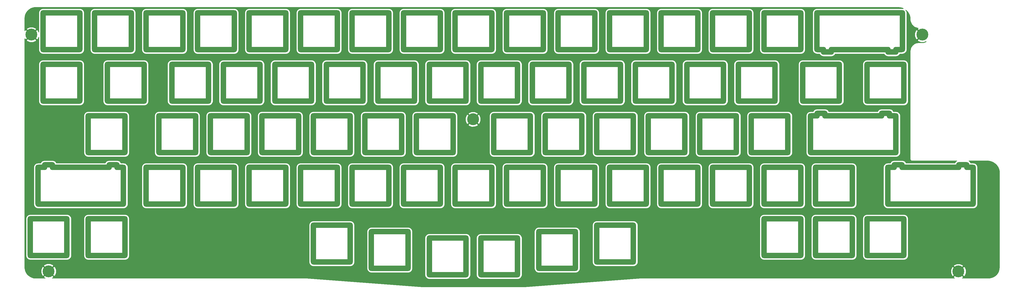
<source format=gbl>
G04 #@! TF.GenerationSoftware,KiCad,Pcbnew,5.0.2-bee76a0~70~ubuntu18.04.1*
G04 #@! TF.CreationDate,2020-02-19T02:48:56+09:00*
G04 #@! TF.ProjectId,amatelus73,616d6174-656c-4757-9337-332e6b696361,rev?*
G04 #@! TF.SameCoordinates,Original*
G04 #@! TF.FileFunction,Copper,L2,Bot*
G04 #@! TF.FilePolarity,Positive*
%FSLAX46Y46*%
G04 Gerber Fmt 4.6, Leading zero omitted, Abs format (unit mm)*
G04 Created by KiCad (PCBNEW 5.0.2-bee76a0~70~ubuntu18.04.1) date 2020年02月19日 02時48分56秒*
%MOMM*%
%LPD*%
G01*
G04 APERTURE LIST*
G04 #@! TA.AperFunction,ComponentPad*
%ADD10O,4.000000X2.000000*%
G04 #@! TD*
G04 #@! TA.AperFunction,ComponentPad*
%ADD11O,4.700000X2.000000*%
G04 #@! TD*
G04 #@! TA.AperFunction,ComponentPad*
%ADD12O,2.000000X2.900000*%
G04 #@! TD*
G04 #@! TA.AperFunction,ComponentPad*
%ADD13O,2.000000X15.500000*%
G04 #@! TD*
G04 #@! TA.AperFunction,ComponentPad*
%ADD14O,22.900000X2.000000*%
G04 #@! TD*
G04 #@! TA.AperFunction,ComponentPad*
%ADD15O,33.500000X2.000000*%
G04 #@! TD*
G04 #@! TA.AperFunction,ComponentPad*
%ADD16O,15.500000X2.000000*%
G04 #@! TD*
G04 #@! TA.AperFunction,ComponentPad*
%ADD17C,4.400000*%
G04 #@! TD*
G04 #@! TA.AperFunction,ComponentPad*
%ADD18C,0.700000*%
G04 #@! TD*
G04 #@! TA.AperFunction,ViaPad*
%ADD19C,1.200000*%
G04 #@! TD*
G04 #@! TA.AperFunction,Conductor*
%ADD20C,0.254000*%
G04 #@! TD*
G04 APERTURE END LIST*
D10*
G04 #@! TO.P,SW16,1*
G04 #@! TO.N,N/C*
X343212000Y-40137500D03*
D11*
X340562000Y-41037500D03*
D12*
X339112000Y-40587500D03*
X342012000Y-40587500D03*
X318112000Y-40587500D03*
X315212000Y-40587500D03*
D11*
X316662000Y-41037500D03*
D13*
X312812000Y-33337500D03*
X344412000Y-33337500D03*
D10*
X314012000Y-40137500D03*
D14*
X328612000Y-40137500D03*
D15*
X328612000Y-26537500D03*
G04 #@! TD*
D10*
G04 #@! TO.P,SW46,1*
G04 #@! TO.N,N/C*
X311631000Y-64637500D03*
D11*
X314281000Y-63737500D03*
D12*
X315731000Y-64187500D03*
X312831000Y-64187500D03*
X336731000Y-64187500D03*
X339631000Y-64187500D03*
D11*
X338181000Y-63737500D03*
D13*
X342031000Y-71437500D03*
X310431000Y-71437500D03*
D10*
X340831000Y-64637500D03*
D14*
X326231000Y-64637500D03*
D15*
X326231000Y-78237500D03*
G04 #@! TD*
D10*
G04 #@! TO.P,SW62,1*
G04 #@! TO.N,N/C*
X340206000Y-83687500D03*
D11*
X342856000Y-82787500D03*
D12*
X344306000Y-83237500D03*
X341406000Y-83237500D03*
X365306000Y-83237500D03*
X368206000Y-83237500D03*
D11*
X366756000Y-82787500D03*
D13*
X370606000Y-90487500D03*
X339006000Y-90487500D03*
D10*
X369406000Y-83687500D03*
D14*
X354806000Y-83687500D03*
D15*
X354806000Y-97287500D03*
G04 #@! TD*
D10*
G04 #@! TO.P,SW47,1*
G04 #@! TO.N,N/C*
X25881200Y-83687500D03*
D11*
X28531200Y-82787500D03*
D12*
X29981200Y-83237500D03*
X27081200Y-83237500D03*
X50981200Y-83237500D03*
X53881200Y-83237500D03*
D11*
X52431200Y-82787500D03*
D13*
X56281200Y-90487500D03*
X24681200Y-90487500D03*
D10*
X55081200Y-83687500D03*
D14*
X40481200Y-83687500D03*
D15*
X40481200Y-97287500D03*
G04 #@! TD*
D13*
G04 #@! TO.P,SW1,1*
G04 #@! TO.N,N/C*
X26537500Y-33337500D03*
X40137500Y-33337500D03*
D16*
X33337500Y-26537500D03*
X33337500Y-40137500D03*
G04 #@! TD*
D13*
G04 #@! TO.P,SW48,1*
G04 #@! TO.N,N/C*
X64637500Y-90487500D03*
X78237500Y-90487500D03*
D16*
X71437500Y-83687500D03*
X71437500Y-97287500D03*
G04 #@! TD*
D13*
G04 #@! TO.P,SW13,1*
G04 #@! TO.N,N/C*
X255138000Y-33337500D03*
X268738000Y-33337500D03*
D16*
X261938000Y-26537500D03*
X261938000Y-40137500D03*
G04 #@! TD*
D13*
G04 #@! TO.P,SW73,1*
G04 #@! TO.N,N/C*
X331338000Y-109538000D03*
X344938000Y-109538000D03*
D16*
X338138000Y-102738000D03*
X338138000Y-116338000D03*
G04 #@! TD*
D13*
G04 #@! TO.P,SW72,1*
G04 #@! TO.N,N/C*
X312288000Y-109538000D03*
X325888000Y-109538000D03*
D16*
X319088000Y-102738000D03*
X319088000Y-116338000D03*
G04 #@! TD*
D13*
G04 #@! TO.P,SW71,1*
G04 #@! TO.N,N/C*
X293238000Y-109538000D03*
X306838000Y-109538000D03*
D16*
X300038000Y-102738000D03*
X300038000Y-116338000D03*
G04 #@! TD*
D13*
G04 #@! TO.P,SW63,1*
G04 #@! TO.N,N/C*
X21775000Y-109538000D03*
X35375000Y-109538000D03*
D16*
X28575000Y-102738000D03*
X28575000Y-116338000D03*
G04 #@! TD*
D13*
G04 #@! TO.P,SW61,1*
G04 #@! TO.N,N/C*
X312288000Y-90487500D03*
X325888000Y-90487500D03*
D16*
X319088000Y-83687500D03*
X319088000Y-97287500D03*
G04 #@! TD*
D13*
G04 #@! TO.P,SW60,1*
G04 #@! TO.N,N/C*
X293238000Y-90487500D03*
X306838000Y-90487500D03*
D16*
X300038000Y-83687500D03*
X300038000Y-97287500D03*
G04 #@! TD*
D13*
G04 #@! TO.P,SW59,1*
G04 #@! TO.N,N/C*
X274188000Y-90487500D03*
X287788000Y-90487500D03*
D16*
X280988000Y-83687500D03*
X280988000Y-97287500D03*
G04 #@! TD*
D13*
G04 #@! TO.P,SW58,1*
G04 #@! TO.N,N/C*
X255138000Y-90487500D03*
X268738000Y-90487500D03*
D16*
X261938000Y-83687500D03*
X261938000Y-97287500D03*
G04 #@! TD*
D13*
G04 #@! TO.P,SW57,1*
G04 #@! TO.N,N/C*
X236088000Y-90487500D03*
X249688000Y-90487500D03*
D16*
X242888000Y-83687500D03*
X242888000Y-97287500D03*
G04 #@! TD*
D13*
G04 #@! TO.P,SW56,1*
G04 #@! TO.N,N/C*
X217038000Y-90487500D03*
X230638000Y-90487500D03*
D16*
X223838000Y-83687500D03*
X223838000Y-97287500D03*
G04 #@! TD*
D13*
G04 #@! TO.P,SW55,1*
G04 #@! TO.N,N/C*
X197988000Y-90487500D03*
X211588000Y-90487500D03*
D16*
X204788000Y-83687500D03*
X204788000Y-97287500D03*
G04 #@! TD*
D13*
G04 #@! TO.P,SW54,1*
G04 #@! TO.N,N/C*
X178938000Y-90487500D03*
X192538000Y-90487500D03*
D16*
X185738000Y-83687500D03*
X185738000Y-97287500D03*
G04 #@! TD*
D13*
G04 #@! TO.P,SW53,1*
G04 #@! TO.N,N/C*
X159888000Y-90487500D03*
X173488000Y-90487500D03*
D16*
X166688000Y-83687500D03*
X166688000Y-97287500D03*
G04 #@! TD*
D13*
G04 #@! TO.P,SW51,1*
G04 #@! TO.N,N/C*
X121788000Y-90487500D03*
X135388000Y-90487500D03*
D16*
X128588000Y-83687500D03*
X128588000Y-97287500D03*
G04 #@! TD*
D13*
G04 #@! TO.P,SW50,1*
G04 #@! TO.N,N/C*
X102738000Y-90487500D03*
X116338000Y-90487500D03*
D16*
X109538000Y-83687500D03*
X109538000Y-97287500D03*
G04 #@! TD*
D13*
G04 #@! TO.P,SW49,1*
G04 #@! TO.N,N/C*
X83687500Y-90487500D03*
X97287500Y-90487500D03*
D16*
X90487500Y-83687500D03*
X90487500Y-97287500D03*
G04 #@! TD*
D13*
G04 #@! TO.P,SW45,1*
G04 #@! TO.N,N/C*
X288475000Y-71437500D03*
X302075000Y-71437500D03*
D16*
X295275000Y-64637500D03*
X295275000Y-78237500D03*
G04 #@! TD*
D13*
G04 #@! TO.P,SW44,1*
G04 #@! TO.N,N/C*
X269425000Y-71437500D03*
X283025000Y-71437500D03*
D16*
X276225000Y-64637500D03*
X276225000Y-78237500D03*
G04 #@! TD*
D13*
G04 #@! TO.P,SW43,1*
G04 #@! TO.N,N/C*
X250375000Y-71437500D03*
X263975000Y-71437500D03*
D16*
X257175000Y-64637500D03*
X257175000Y-78237500D03*
G04 #@! TD*
D13*
G04 #@! TO.P,SW42,1*
G04 #@! TO.N,N/C*
X231325000Y-71437500D03*
X244925000Y-71437500D03*
D16*
X238125000Y-64637500D03*
X238125000Y-78237500D03*
G04 #@! TD*
D13*
G04 #@! TO.P,SW41,1*
G04 #@! TO.N,N/C*
X212275000Y-71437500D03*
X225875000Y-71437500D03*
D16*
X219075000Y-64637500D03*
X219075000Y-78237500D03*
G04 #@! TD*
D13*
G04 #@! TO.P,SW40,1*
G04 #@! TO.N,N/C*
X193225000Y-71437500D03*
X206825000Y-71437500D03*
D16*
X200025000Y-64637500D03*
X200025000Y-78237500D03*
G04 #@! TD*
D13*
G04 #@! TO.P,SW39,1*
G04 #@! TO.N,N/C*
X164650000Y-71437500D03*
X178250000Y-71437500D03*
D16*
X171450000Y-64637500D03*
X171450000Y-78237500D03*
G04 #@! TD*
D13*
G04 #@! TO.P,SW38,1*
G04 #@! TO.N,N/C*
X145600000Y-71437500D03*
X159200000Y-71437500D03*
D16*
X152400000Y-64637500D03*
X152400000Y-78237500D03*
G04 #@! TD*
D13*
G04 #@! TO.P,SW37,1*
G04 #@! TO.N,N/C*
X126550000Y-71437500D03*
X140150000Y-71437500D03*
D16*
X133350000Y-64637500D03*
X133350000Y-78237500D03*
G04 #@! TD*
D13*
G04 #@! TO.P,SW36,1*
G04 #@! TO.N,N/C*
X107500000Y-71437500D03*
X121100000Y-71437500D03*
D16*
X114300000Y-64637500D03*
X114300000Y-78237500D03*
G04 #@! TD*
D13*
G04 #@! TO.P,SW35,1*
G04 #@! TO.N,N/C*
X88450000Y-71437500D03*
X102050000Y-71437500D03*
D16*
X95250000Y-64637500D03*
X95250000Y-78237500D03*
G04 #@! TD*
D13*
G04 #@! TO.P,SW34,1*
G04 #@! TO.N,N/C*
X69400000Y-71437500D03*
X83000000Y-71437500D03*
D16*
X76200000Y-64637500D03*
X76200000Y-78237500D03*
G04 #@! TD*
D13*
G04 #@! TO.P,SW30,1*
G04 #@! TO.N,N/C*
X283712000Y-52387500D03*
X297312000Y-52387500D03*
D16*
X290512000Y-45587500D03*
X290512000Y-59187500D03*
G04 #@! TD*
D13*
G04 #@! TO.P,SW29,1*
G04 #@! TO.N,N/C*
X264662000Y-52387500D03*
X278262000Y-52387500D03*
D16*
X271462000Y-45587500D03*
X271462000Y-59187500D03*
G04 #@! TD*
D13*
G04 #@! TO.P,SW28,1*
G04 #@! TO.N,N/C*
X245612000Y-52387500D03*
X259212000Y-52387500D03*
D16*
X252412000Y-45587500D03*
X252412000Y-59187500D03*
G04 #@! TD*
D13*
G04 #@! TO.P,SW27,1*
G04 #@! TO.N,N/C*
X226562000Y-52387500D03*
X240162000Y-52387500D03*
D16*
X233362000Y-45587500D03*
X233362000Y-59187500D03*
G04 #@! TD*
D13*
G04 #@! TO.P,SW26,1*
G04 #@! TO.N,N/C*
X207512000Y-52387500D03*
X221112000Y-52387500D03*
D16*
X214312000Y-45587500D03*
X214312000Y-59187500D03*
G04 #@! TD*
D13*
G04 #@! TO.P,SW25,1*
G04 #@! TO.N,N/C*
X188462000Y-52387500D03*
X202062000Y-52387500D03*
D16*
X195262000Y-45587500D03*
X195262000Y-59187500D03*
G04 #@! TD*
D13*
G04 #@! TO.P,SW24,1*
G04 #@! TO.N,N/C*
X169412000Y-52387500D03*
X183012000Y-52387500D03*
D16*
X176212000Y-45587500D03*
X176212000Y-59187500D03*
G04 #@! TD*
D13*
G04 #@! TO.P,SW22,1*
G04 #@! TO.N,N/C*
X131312000Y-52387500D03*
X144912000Y-52387500D03*
D16*
X138112000Y-45587500D03*
X138112000Y-59187500D03*
G04 #@! TD*
D13*
G04 #@! TO.P,SW21,1*
G04 #@! TO.N,N/C*
X112262000Y-52387500D03*
X125862000Y-52387500D03*
D16*
X119062000Y-45587500D03*
X119062000Y-59187500D03*
G04 #@! TD*
D13*
G04 #@! TO.P,SW20,1*
G04 #@! TO.N,N/C*
X93212000Y-52387500D03*
X106812000Y-52387500D03*
D16*
X100012000Y-45587500D03*
X100012000Y-59187500D03*
G04 #@! TD*
D13*
G04 #@! TO.P,SW19,1*
G04 #@! TO.N,N/C*
X74162500Y-52387500D03*
X87762500Y-52387500D03*
D16*
X80962500Y-45587500D03*
X80962500Y-59187500D03*
G04 #@! TD*
D13*
G04 #@! TO.P,SW17,1*
G04 #@! TO.N,N/C*
X26537500Y-52387500D03*
X40137500Y-52387500D03*
D16*
X33337500Y-45587500D03*
X33337500Y-59187500D03*
G04 #@! TD*
D13*
G04 #@! TO.P,SW15,1*
G04 #@! TO.N,N/C*
X293238000Y-33337500D03*
X306838000Y-33337500D03*
D16*
X300038000Y-26537500D03*
X300038000Y-40137500D03*
G04 #@! TD*
D13*
G04 #@! TO.P,SW14,1*
G04 #@! TO.N,N/C*
X274188000Y-33337500D03*
X287788000Y-33337500D03*
D16*
X280988000Y-26537500D03*
X280988000Y-40137500D03*
G04 #@! TD*
D13*
G04 #@! TO.P,SW12,1*
G04 #@! TO.N,N/C*
X236088000Y-33337500D03*
X249688000Y-33337500D03*
D16*
X242888000Y-26537500D03*
X242888000Y-40137500D03*
G04 #@! TD*
D13*
G04 #@! TO.P,SW11,1*
G04 #@! TO.N,N/C*
X217038000Y-33337500D03*
X230638000Y-33337500D03*
D16*
X223838000Y-26537500D03*
X223838000Y-40137500D03*
G04 #@! TD*
D13*
G04 #@! TO.P,SW9,1*
G04 #@! TO.N,N/C*
X178938000Y-33337500D03*
X192538000Y-33337500D03*
D16*
X185738000Y-26537500D03*
X185738000Y-40137500D03*
G04 #@! TD*
D13*
G04 #@! TO.P,SW8,1*
G04 #@! TO.N,N/C*
X159888000Y-33337500D03*
X173488000Y-33337500D03*
D16*
X166688000Y-26537500D03*
X166688000Y-40137500D03*
G04 #@! TD*
D13*
G04 #@! TO.P,SW7,1*
G04 #@! TO.N,N/C*
X140838000Y-33337500D03*
X154438000Y-33337500D03*
D16*
X147638000Y-26537500D03*
X147638000Y-40137500D03*
G04 #@! TD*
D13*
G04 #@! TO.P,SW6,1*
G04 #@! TO.N,N/C*
X121788000Y-33337500D03*
X135388000Y-33337500D03*
D16*
X128588000Y-26537500D03*
X128588000Y-40137500D03*
G04 #@! TD*
D13*
G04 #@! TO.P,SW5,1*
G04 #@! TO.N,N/C*
X102738000Y-33337500D03*
X116338000Y-33337500D03*
D16*
X109538000Y-26537500D03*
X109538000Y-40137500D03*
G04 #@! TD*
D13*
G04 #@! TO.P,SW4,1*
G04 #@! TO.N,N/C*
X83687500Y-33337500D03*
X97287500Y-33337500D03*
D16*
X90487500Y-26537500D03*
X90487500Y-40137500D03*
G04 #@! TD*
D13*
G04 #@! TO.P,SW2,1*
G04 #@! TO.N,N/C*
X45587500Y-33337500D03*
X59187500Y-33337500D03*
D16*
X52387500Y-26537500D03*
X52387500Y-40137500D03*
G04 #@! TD*
D13*
G04 #@! TO.P,SW3,1*
G04 #@! TO.N,N/C*
X64637500Y-33337500D03*
X78237500Y-33337500D03*
D16*
X71437500Y-26537500D03*
X71437500Y-40137500D03*
G04 #@! TD*
D13*
G04 #@! TO.P,SW52,1*
G04 #@! TO.N,N/C*
X140838000Y-90487500D03*
X154438000Y-90487500D03*
D16*
X147638000Y-83687500D03*
X147638000Y-97287500D03*
G04 #@! TD*
D13*
G04 #@! TO.P,SW10,1*
G04 #@! TO.N,N/C*
X197988000Y-33337500D03*
X211588000Y-33337500D03*
D16*
X204788000Y-26537500D03*
X204788000Y-40137500D03*
G04 #@! TD*
D13*
G04 #@! TO.P,SW32,1*
G04 #@! TO.N,N/C*
X331338000Y-52387500D03*
X344938000Y-52387500D03*
D16*
X338138000Y-45587500D03*
X338138000Y-59187500D03*
G04 #@! TD*
D13*
G04 #@! TO.P,SW31,1*
G04 #@! TO.N,N/C*
X307525000Y-52387500D03*
X321125000Y-52387500D03*
D16*
X314325000Y-45587500D03*
X314325000Y-59187500D03*
G04 #@! TD*
D13*
G04 #@! TO.P,SW18,1*
G04 #@! TO.N,N/C*
X50350000Y-52387500D03*
X63950000Y-52387500D03*
D16*
X57150000Y-45587500D03*
X57150000Y-59187500D03*
G04 #@! TD*
D13*
G04 #@! TO.P,SW33,1*
G04 #@! TO.N,N/C*
X43206200Y-71437500D03*
X56806200Y-71437500D03*
D16*
X50006200Y-64637500D03*
X50006200Y-78237500D03*
G04 #@! TD*
G04 #@! TO.P,SW68,1*
G04 #@! TO.N,N/C*
X195262000Y-109881000D03*
X195262000Y-123481000D03*
D13*
X202062000Y-116681000D03*
X188462000Y-116681000D03*
G04 #@! TD*
D16*
G04 #@! TO.P,SW67,1*
G04 #@! TO.N,N/C*
X176212000Y-123481000D03*
X176212000Y-109881000D03*
D13*
X169412000Y-116681000D03*
X183012000Y-116681000D03*
G04 #@! TD*
G04 #@! TO.P,SW66,1*
G04 #@! TO.N,N/C*
X161581000Y-114300000D03*
X147981000Y-114300000D03*
D16*
X154781000Y-121100000D03*
X154781000Y-107500000D03*
G04 #@! TD*
G04 #@! TO.P,SW65,1*
G04 #@! TO.N,N/C*
X133350000Y-105119000D03*
X133350000Y-118719000D03*
D13*
X140150000Y-111919000D03*
X126550000Y-111919000D03*
G04 #@! TD*
G04 #@! TO.P,SW69,1*
G04 #@! TO.N,N/C*
X223494000Y-114300000D03*
X209894000Y-114300000D03*
D16*
X216694000Y-121100000D03*
X216694000Y-107500000D03*
G04 #@! TD*
G04 #@! TO.P,SW70,1*
G04 #@! TO.N,N/C*
X238125000Y-118719000D03*
X238125000Y-105119000D03*
D13*
X231325000Y-111919000D03*
X244925000Y-111919000D03*
G04 #@! TD*
G04 #@! TO.P,SW64,1*
G04 #@! TO.N,N/C*
X43206200Y-109538000D03*
X56806200Y-109538000D03*
D16*
X50006200Y-102738000D03*
X50006200Y-116338000D03*
G04 #@! TD*
D13*
G04 #@! TO.P,SW23,1*
G04 #@! TO.N,N/C*
X150362000Y-52387500D03*
X163962000Y-52387500D03*
D16*
X157162000Y-45587500D03*
X157162000Y-59187500D03*
G04 #@! TD*
D17*
G04 #@! TO.P,Hole2,1*
G04 #@! TO.N,GND*
X28575000Y-122174000D03*
D18*
X30225000Y-122174000D03*
X29741726Y-123340726D03*
X28575000Y-123824000D03*
X27408274Y-123340726D03*
X26925000Y-122174000D03*
X27408274Y-121007274D03*
X28575000Y-120524000D03*
X29741726Y-121007274D03*
G04 #@! TD*
D17*
G04 #@! TO.P,Hole5,1*
G04 #@! TO.N,GND*
X365125000Y-122238000D03*
D18*
X366775000Y-122238000D03*
X366291726Y-123404726D03*
X365125000Y-123888000D03*
X363958274Y-123404726D03*
X363475000Y-122238000D03*
X363958274Y-121071274D03*
X365125000Y-120588000D03*
X366291726Y-121071274D03*
G04 #@! TD*
D17*
G04 #@! TO.P,Hole1,1*
G04 #@! TO.N,GND*
X22225000Y-34607500D03*
D18*
X23875000Y-34607500D03*
X23391726Y-35774226D03*
X22225000Y-36257500D03*
X21058274Y-35774226D03*
X20575000Y-34607500D03*
X21058274Y-33440774D03*
X22225000Y-32957500D03*
X23391726Y-33440774D03*
G04 #@! TD*
D17*
G04 #@! TO.P,Hole3,1*
G04 #@! TO.N,GND*
X185610000Y-65913000D03*
D18*
X187260000Y-65913000D03*
X186776726Y-67079726D03*
X185610000Y-67563000D03*
X184443274Y-67079726D03*
X183960000Y-65913000D03*
X184443274Y-64746274D03*
X185610000Y-64263000D03*
X186776726Y-64746274D03*
G04 #@! TD*
D17*
G04 #@! TO.P,Hole4,1*
G04 #@! TO.N,GND*
X351790000Y-34607500D03*
D18*
X353440000Y-34607500D03*
X352956726Y-35774226D03*
X351790000Y-36257500D03*
X350623274Y-35774226D03*
X350140000Y-34607500D03*
X350623274Y-33440774D03*
X351790000Y-32957500D03*
X352956726Y-33440774D03*
G04 #@! TD*
D19*
G04 #@! TO.N,GND*
X182626000Y-72644000D03*
X188722000Y-72644000D03*
X185674000Y-77216000D03*
X187706000Y-80264000D03*
X183642000Y-80264000D03*
X187706000Y-74168000D03*
X181610000Y-80264000D03*
X181610000Y-77216000D03*
X181610000Y-74168000D03*
X181610000Y-71120000D03*
X183642000Y-74168000D03*
X189738000Y-74168000D03*
X185674000Y-74168000D03*
X186690000Y-78740000D03*
X188722000Y-78740000D03*
X185674000Y-80264000D03*
X189738000Y-80264000D03*
X182626000Y-78740000D03*
X184658000Y-78740000D03*
X183642000Y-77216000D03*
X184658000Y-75692000D03*
X189738000Y-77216000D03*
X188722000Y-75692000D03*
X187706000Y-77216000D03*
X182626000Y-75692000D03*
X186690000Y-75692000D03*
X189738000Y-71120000D03*
X186690000Y-72644000D03*
X184658000Y-72644000D03*
X183642000Y-71120000D03*
X185674000Y-71120000D03*
X187706000Y-71120000D03*
X188722000Y-69596000D03*
X186690000Y-69596000D03*
X184658000Y-69596000D03*
X182626000Y-69596000D03*
G04 #@! TD*
D20*
G04 #@! TO.N,GND*
G36*
X343673430Y-24593952D02*
X344422417Y-24798851D01*
X344723195Y-24942315D01*
X344523031Y-24902500D01*
X312700969Y-24902500D01*
X312224055Y-24997364D01*
X311683231Y-25358731D01*
X311663203Y-25388705D01*
X311633232Y-25408731D01*
X311271865Y-25949555D01*
X311177001Y-26426469D01*
X311177000Y-40248530D01*
X311271864Y-40725444D01*
X311633231Y-41266269D01*
X312174055Y-41627636D01*
X312352281Y-41663087D01*
X312374055Y-41677636D01*
X312850969Y-41772500D01*
X313736715Y-41772500D01*
X314033231Y-42216269D01*
X314574055Y-42577636D01*
X315212000Y-42704531D01*
X315373031Y-42672500D01*
X317950969Y-42672500D01*
X318112000Y-42704531D01*
X318749944Y-42577636D01*
X319290769Y-42216269D01*
X319587286Y-41772500D01*
X337636715Y-41772500D01*
X337933231Y-42216269D01*
X338474055Y-42577636D01*
X339112000Y-42704531D01*
X339273031Y-42672500D01*
X341850969Y-42672500D01*
X342012000Y-42704531D01*
X342649944Y-42577636D01*
X343190769Y-42216269D01*
X343487286Y-41772500D01*
X344373031Y-41772500D01*
X344849945Y-41677636D01*
X344871719Y-41663087D01*
X345049944Y-41627636D01*
X345590769Y-41266269D01*
X345952136Y-40725445D01*
X346047000Y-40248531D01*
X346047000Y-34056860D01*
X348952391Y-34056860D01*
X348957670Y-35184681D01*
X349379112Y-36202132D01*
X349770618Y-36447277D01*
X351610395Y-34607500D01*
X349770618Y-32767723D01*
X349379112Y-33012868D01*
X348952391Y-34056860D01*
X346047000Y-34056860D01*
X346047000Y-26426469D01*
X345952136Y-25949555D01*
X345668325Y-25524802D01*
X345753861Y-25586266D01*
X346294241Y-26143893D01*
X346727337Y-26788408D01*
X347039449Y-27499418D01*
X347221511Y-28257765D01*
X347270747Y-28990928D01*
X347275362Y-29137789D01*
X347277117Y-29148872D01*
X347276413Y-29160068D01*
X347287588Y-29248528D01*
X347406892Y-29873944D01*
X347420697Y-29916430D01*
X347429066Y-29960305D01*
X347461889Y-30043207D01*
X347732980Y-30619304D01*
X347756916Y-30657021D01*
X347775934Y-30697436D01*
X347828343Y-30769571D01*
X348234185Y-31260151D01*
X348266754Y-31290736D01*
X348295222Y-31325147D01*
X348363915Y-31381975D01*
X348363922Y-31381982D01*
X348363926Y-31381984D01*
X348879019Y-31756221D01*
X348918165Y-31777742D01*
X348954301Y-31803996D01*
X349034965Y-31841954D01*
X349034978Y-31841961D01*
X349034985Y-31841963D01*
X349626960Y-32076343D01*
X349670236Y-32087454D01*
X349711758Y-32103894D01*
X349799330Y-32120600D01*
X349799342Y-32120603D01*
X349799349Y-32120603D01*
X350243431Y-32176704D01*
X350195368Y-32196612D01*
X349950223Y-32588118D01*
X351790000Y-34427895D01*
X351804143Y-34413753D01*
X351983748Y-34593358D01*
X351969605Y-34607500D01*
X351983748Y-34621643D01*
X351804143Y-34801248D01*
X351790000Y-34787105D01*
X349950223Y-36626882D01*
X350195368Y-37018388D01*
X351239360Y-37445109D01*
X352367181Y-37439830D01*
X353175475Y-37105024D01*
X353097239Y-37176619D01*
X352693701Y-37391748D01*
X352225153Y-37505643D01*
X352023981Y-37517000D01*
X350450074Y-37517000D01*
X350430573Y-37520879D01*
X350389256Y-37524013D01*
X349758663Y-37611936D01*
X349715539Y-37623602D01*
X349671303Y-37629770D01*
X349586870Y-37658411D01*
X349586865Y-37658412D01*
X349586862Y-37658413D01*
X348997950Y-37900395D01*
X348959087Y-37922416D01*
X348917768Y-37939394D01*
X348843106Y-37988135D01*
X348332871Y-38368974D01*
X348300701Y-38399973D01*
X348264909Y-38426688D01*
X348204714Y-38492465D01*
X347805220Y-38988229D01*
X347781772Y-39026250D01*
X347753745Y-39061031D01*
X347711799Y-39139712D01*
X347448147Y-39719251D01*
X347434891Y-39761909D01*
X347416395Y-39802566D01*
X347395334Y-39889206D01*
X347311288Y-40362833D01*
X347311195Y-40362973D01*
X347270000Y-40570075D01*
X347270001Y-80575069D01*
X347256091Y-80645000D01*
X347311195Y-80922028D01*
X347468119Y-81156881D01*
X347702972Y-81313805D01*
X347910074Y-81355000D01*
X347910075Y-81355000D01*
X347980000Y-81368909D01*
X348049926Y-81355000D01*
X364506966Y-81355000D01*
X364127231Y-81608731D01*
X363830715Y-82052500D01*
X345781286Y-82052500D01*
X345484769Y-81608731D01*
X344943944Y-81247364D01*
X344306000Y-81120469D01*
X344144969Y-81152500D01*
X341567031Y-81152500D01*
X341406000Y-81120469D01*
X340768055Y-81247364D01*
X340227231Y-81608731D01*
X339930715Y-82052500D01*
X339044969Y-82052500D01*
X338568055Y-82147364D01*
X338546281Y-82161913D01*
X338368055Y-82197364D01*
X337827231Y-82558731D01*
X337465864Y-83099556D01*
X337371000Y-83576470D01*
X337371001Y-97398531D01*
X337465865Y-97875445D01*
X337827232Y-98416269D01*
X337857203Y-98436295D01*
X337877231Y-98466269D01*
X338418055Y-98827636D01*
X338894969Y-98922500D01*
X370717031Y-98922500D01*
X371193945Y-98827636D01*
X371734769Y-98466269D01*
X371754796Y-98436296D01*
X371784769Y-98416269D01*
X372146136Y-97875445D01*
X372241000Y-97398531D01*
X372241000Y-83576469D01*
X372146136Y-83099555D01*
X371784769Y-82558731D01*
X371243944Y-82197364D01*
X371065719Y-82161913D01*
X371043945Y-82147364D01*
X370567031Y-82052500D01*
X369681286Y-82052500D01*
X369384769Y-81608731D01*
X369005033Y-81355000D01*
X375888382Y-81355000D01*
X376693358Y-81426842D01*
X377442277Y-81631723D01*
X378143072Y-81965986D01*
X378773605Y-82419069D01*
X379313934Y-82976645D01*
X379746989Y-83621099D01*
X380059073Y-84332044D01*
X380241640Y-85092493D01*
X380290001Y-85751044D01*
X380290000Y-120617454D01*
X380219200Y-121387965D01*
X380018044Y-122101210D01*
X379690272Y-122765866D01*
X379246872Y-123359651D01*
X378702685Y-123862691D01*
X378075940Y-124258139D01*
X377387625Y-124532748D01*
X376647026Y-124680064D01*
X376218908Y-124702500D01*
X366590201Y-124702500D01*
X366719632Y-124648888D01*
X366964777Y-124257382D01*
X365125000Y-122417605D01*
X363285223Y-124257382D01*
X363530368Y-124648888D01*
X363661532Y-124702500D01*
X247693501Y-124702500D01*
X247667286Y-124699275D01*
X247623748Y-124702500D01*
X247580074Y-124702500D01*
X247554159Y-124707655D01*
X204761248Y-127877500D01*
X166713766Y-127877500D01*
X123920841Y-124707655D01*
X123894926Y-124702500D01*
X123851252Y-124702500D01*
X123807714Y-124699275D01*
X123781499Y-124702500D01*
X29885692Y-124702500D01*
X30169632Y-124584888D01*
X30414777Y-124193382D01*
X28575000Y-122353605D01*
X26735223Y-124193382D01*
X26980368Y-124584888D01*
X27268111Y-124702500D01*
X23845046Y-124702500D01*
X23074535Y-124631700D01*
X22361290Y-124430544D01*
X21696634Y-124102772D01*
X21102849Y-123659372D01*
X20599809Y-123115185D01*
X20204361Y-122488440D01*
X19929752Y-121800125D01*
X19894591Y-121623360D01*
X25737391Y-121623360D01*
X25742670Y-122751181D01*
X26164112Y-123768632D01*
X26555618Y-124013777D01*
X28395395Y-122174000D01*
X28754605Y-122174000D01*
X30594382Y-124013777D01*
X30985888Y-123768632D01*
X31412609Y-122724640D01*
X31407330Y-121596819D01*
X30985888Y-120579368D01*
X30594382Y-120334223D01*
X28754605Y-122174000D01*
X28395395Y-122174000D01*
X26555618Y-120334223D01*
X26164112Y-120579368D01*
X25737391Y-121623360D01*
X19894591Y-121623360D01*
X19782436Y-121059526D01*
X19760000Y-120631408D01*
X19760000Y-120154618D01*
X26735223Y-120154618D01*
X28575000Y-121994395D01*
X30414777Y-120154618D01*
X30169632Y-119763112D01*
X29125640Y-119336391D01*
X27997819Y-119341670D01*
X26980368Y-119763112D01*
X26735223Y-120154618D01*
X19760000Y-120154618D01*
X19760000Y-118830030D01*
X124915000Y-118830030D01*
X125009864Y-119306944D01*
X125371231Y-119847769D01*
X125401204Y-119867796D01*
X125421231Y-119897769D01*
X125962055Y-120259136D01*
X126438969Y-120354000D01*
X140261031Y-120354000D01*
X140737945Y-120259136D01*
X141278769Y-119897769D01*
X141298796Y-119867796D01*
X141328769Y-119847769D01*
X141690136Y-119306945D01*
X141785000Y-118830031D01*
X141785000Y-107388970D01*
X146346000Y-107388970D01*
X146346001Y-121211031D01*
X146440865Y-121687945D01*
X146802232Y-122228769D01*
X146832203Y-122248795D01*
X146852231Y-122278769D01*
X147393055Y-122640136D01*
X147869969Y-122735000D01*
X161692031Y-122735000D01*
X162168945Y-122640136D01*
X162709769Y-122278769D01*
X162729796Y-122248796D01*
X162759769Y-122228769D01*
X163121136Y-121687945D01*
X163216000Y-121211031D01*
X163216000Y-109769970D01*
X167777000Y-109769970D01*
X167777001Y-123592031D01*
X167871865Y-124068945D01*
X168233232Y-124609769D01*
X168263203Y-124629795D01*
X168283231Y-124659769D01*
X168824055Y-125021136D01*
X169300969Y-125116000D01*
X183123031Y-125116000D01*
X183599945Y-125021136D01*
X184140769Y-124659769D01*
X184160796Y-124629796D01*
X184190769Y-124609769D01*
X184552136Y-124068945D01*
X184647000Y-123592031D01*
X184647000Y-123592030D01*
X186827000Y-123592030D01*
X186921864Y-124068944D01*
X187283231Y-124609769D01*
X187313204Y-124629796D01*
X187333231Y-124659769D01*
X187874055Y-125021136D01*
X188350969Y-125116000D01*
X202173031Y-125116000D01*
X202649945Y-125021136D01*
X203190769Y-124659769D01*
X203210796Y-124629796D01*
X203240769Y-124609769D01*
X203602136Y-124068945D01*
X203697000Y-123592031D01*
X203697000Y-109769969D01*
X203602136Y-109293055D01*
X203240769Y-108752231D01*
X203210796Y-108732204D01*
X203190769Y-108702231D01*
X202649945Y-108340864D01*
X202173031Y-108246000D01*
X188350969Y-108246000D01*
X187874055Y-108340864D01*
X187333231Y-108702231D01*
X187313203Y-108732205D01*
X187283232Y-108752231D01*
X186921865Y-109293055D01*
X186827001Y-109769969D01*
X186827000Y-123592030D01*
X184647000Y-123592030D01*
X184647000Y-109769969D01*
X184552136Y-109293055D01*
X184190769Y-108752231D01*
X184160796Y-108732204D01*
X184140769Y-108702231D01*
X183599945Y-108340864D01*
X183123031Y-108246000D01*
X169300969Y-108246000D01*
X168824055Y-108340864D01*
X168283231Y-108702231D01*
X168263204Y-108732204D01*
X168233231Y-108752231D01*
X167871864Y-109293056D01*
X167777000Y-109769970D01*
X163216000Y-109769970D01*
X163216000Y-107388970D01*
X208259000Y-107388970D01*
X208259001Y-121211031D01*
X208353865Y-121687945D01*
X208715232Y-122228769D01*
X208745203Y-122248795D01*
X208765231Y-122278769D01*
X209306055Y-122640136D01*
X209782969Y-122735000D01*
X223605031Y-122735000D01*
X224081945Y-122640136D01*
X224622769Y-122278769D01*
X224642796Y-122248796D01*
X224672769Y-122228769D01*
X225034136Y-121687945D01*
X225034252Y-121687360D01*
X362287391Y-121687360D01*
X362292670Y-122815181D01*
X362714112Y-123832632D01*
X363105618Y-124077777D01*
X364945395Y-122238000D01*
X365304605Y-122238000D01*
X367144382Y-124077777D01*
X367535888Y-123832632D01*
X367962609Y-122788640D01*
X367957330Y-121660819D01*
X367535888Y-120643368D01*
X367144382Y-120398223D01*
X365304605Y-122238000D01*
X364945395Y-122238000D01*
X363105618Y-120398223D01*
X362714112Y-120643368D01*
X362287391Y-121687360D01*
X225034252Y-121687360D01*
X225129000Y-121211031D01*
X225129000Y-107388969D01*
X225034136Y-106912055D01*
X224672769Y-106371231D01*
X224642796Y-106351204D01*
X224622769Y-106321231D01*
X224081945Y-105959864D01*
X223605031Y-105865000D01*
X209782969Y-105865000D01*
X209306055Y-105959864D01*
X208765231Y-106321231D01*
X208745204Y-106351204D01*
X208715231Y-106371231D01*
X208353864Y-106912056D01*
X208259000Y-107388970D01*
X163216000Y-107388970D01*
X163216000Y-107388969D01*
X163121136Y-106912055D01*
X162759769Y-106371231D01*
X162729796Y-106351204D01*
X162709769Y-106321231D01*
X162168945Y-105959864D01*
X161692031Y-105865000D01*
X147869969Y-105865000D01*
X147393055Y-105959864D01*
X146852231Y-106321231D01*
X146832204Y-106351204D01*
X146802231Y-106371231D01*
X146440864Y-106912056D01*
X146346000Y-107388970D01*
X141785000Y-107388970D01*
X141785000Y-105007970D01*
X229690000Y-105007970D01*
X229690001Y-118830031D01*
X229784865Y-119306945D01*
X230146232Y-119847769D01*
X230176203Y-119867795D01*
X230196231Y-119897769D01*
X230737055Y-120259136D01*
X231213969Y-120354000D01*
X245036031Y-120354000D01*
X245512945Y-120259136D01*
X245573584Y-120218618D01*
X363285223Y-120218618D01*
X365125000Y-122058395D01*
X366964777Y-120218618D01*
X366719632Y-119827112D01*
X365675640Y-119400391D01*
X364547819Y-119405670D01*
X363530368Y-119827112D01*
X363285223Y-120218618D01*
X245573584Y-120218618D01*
X246053769Y-119897769D01*
X246073796Y-119867796D01*
X246103769Y-119847769D01*
X246465136Y-119306945D01*
X246560000Y-118830031D01*
X246560000Y-116449030D01*
X291603000Y-116449030D01*
X291697864Y-116925944D01*
X292059231Y-117466769D01*
X292089204Y-117486796D01*
X292109231Y-117516769D01*
X292650055Y-117878136D01*
X293126969Y-117973000D01*
X306949031Y-117973000D01*
X307425945Y-117878136D01*
X307966769Y-117516769D01*
X307986796Y-117486796D01*
X308016769Y-117466769D01*
X308378136Y-116925945D01*
X308473000Y-116449031D01*
X308473000Y-116449030D01*
X310653000Y-116449030D01*
X310747864Y-116925944D01*
X311109231Y-117466769D01*
X311139204Y-117486796D01*
X311159231Y-117516769D01*
X311700055Y-117878136D01*
X312176969Y-117973000D01*
X325999031Y-117973000D01*
X326475945Y-117878136D01*
X327016769Y-117516769D01*
X327036796Y-117486796D01*
X327066769Y-117466769D01*
X327428136Y-116925945D01*
X327523000Y-116449031D01*
X327523000Y-116449030D01*
X329703000Y-116449030D01*
X329797864Y-116925944D01*
X330159231Y-117466769D01*
X330189204Y-117486796D01*
X330209231Y-117516769D01*
X330750055Y-117878136D01*
X331226969Y-117973000D01*
X345049031Y-117973000D01*
X345525945Y-117878136D01*
X346066769Y-117516769D01*
X346086796Y-117486796D01*
X346116769Y-117466769D01*
X346478136Y-116925945D01*
X346573000Y-116449031D01*
X346573000Y-102626969D01*
X346478136Y-102150055D01*
X346116769Y-101609231D01*
X346086796Y-101589204D01*
X346066769Y-101559231D01*
X345525945Y-101197864D01*
X345049031Y-101103000D01*
X331226969Y-101103000D01*
X330750055Y-101197864D01*
X330209231Y-101559231D01*
X330189203Y-101589205D01*
X330159232Y-101609231D01*
X329797865Y-102150055D01*
X329703001Y-102626969D01*
X329703000Y-116449030D01*
X327523000Y-116449030D01*
X327523000Y-102626969D01*
X327428136Y-102150055D01*
X327066769Y-101609231D01*
X327036796Y-101589204D01*
X327016769Y-101559231D01*
X326475945Y-101197864D01*
X325999031Y-101103000D01*
X312176969Y-101103000D01*
X311700055Y-101197864D01*
X311159231Y-101559231D01*
X311139203Y-101589205D01*
X311109232Y-101609231D01*
X310747865Y-102150055D01*
X310653001Y-102626969D01*
X310653000Y-116449030D01*
X308473000Y-116449030D01*
X308473000Y-102626969D01*
X308378136Y-102150055D01*
X308016769Y-101609231D01*
X307986796Y-101589204D01*
X307966769Y-101559231D01*
X307425945Y-101197864D01*
X306949031Y-101103000D01*
X293126969Y-101103000D01*
X292650055Y-101197864D01*
X292109231Y-101559231D01*
X292089203Y-101589205D01*
X292059232Y-101609231D01*
X291697865Y-102150055D01*
X291603001Y-102626969D01*
X291603000Y-116449030D01*
X246560000Y-116449030D01*
X246560000Y-105007969D01*
X246465136Y-104531055D01*
X246103769Y-103990231D01*
X246073796Y-103970204D01*
X246053769Y-103940231D01*
X245512945Y-103578864D01*
X245036031Y-103484000D01*
X231213969Y-103484000D01*
X230737055Y-103578864D01*
X230196231Y-103940231D01*
X230176204Y-103970204D01*
X230146231Y-103990231D01*
X229784864Y-104531056D01*
X229690000Y-105007970D01*
X141785000Y-105007970D01*
X141785000Y-105007969D01*
X141690136Y-104531055D01*
X141328769Y-103990231D01*
X141298796Y-103970204D01*
X141278769Y-103940231D01*
X140737945Y-103578864D01*
X140261031Y-103484000D01*
X126438969Y-103484000D01*
X125962055Y-103578864D01*
X125421231Y-103940231D01*
X125401203Y-103970205D01*
X125371232Y-103990231D01*
X125009865Y-104531055D01*
X124915001Y-105007969D01*
X124915000Y-118830030D01*
X19760000Y-118830030D01*
X19760000Y-116449030D01*
X20140000Y-116449030D01*
X20234864Y-116925944D01*
X20596231Y-117466769D01*
X20626204Y-117486796D01*
X20646231Y-117516769D01*
X21187055Y-117878136D01*
X21663969Y-117973000D01*
X35486031Y-117973000D01*
X35962945Y-117878136D01*
X36503769Y-117516769D01*
X36523796Y-117486796D01*
X36553769Y-117466769D01*
X36915136Y-116925945D01*
X37010000Y-116449031D01*
X37010000Y-116449030D01*
X41571200Y-116449030D01*
X41666064Y-116925944D01*
X42027431Y-117466769D01*
X42057404Y-117486796D01*
X42077431Y-117516769D01*
X42618255Y-117878136D01*
X43095169Y-117973000D01*
X56917231Y-117973000D01*
X57394145Y-117878136D01*
X57934969Y-117516769D01*
X57954996Y-117486796D01*
X57984969Y-117466769D01*
X58346336Y-116925945D01*
X58441200Y-116449031D01*
X58441200Y-102626969D01*
X58346336Y-102150055D01*
X57984969Y-101609231D01*
X57954996Y-101589204D01*
X57934969Y-101559231D01*
X57394145Y-101197864D01*
X56917231Y-101103000D01*
X43095169Y-101103000D01*
X42618255Y-101197864D01*
X42077431Y-101559231D01*
X42057403Y-101589205D01*
X42027432Y-101609231D01*
X41666065Y-102150055D01*
X41571201Y-102626969D01*
X41571200Y-116449030D01*
X37010000Y-116449030D01*
X37010000Y-102626969D01*
X36915136Y-102150055D01*
X36553769Y-101609231D01*
X36523796Y-101589204D01*
X36503769Y-101559231D01*
X35962945Y-101197864D01*
X35486031Y-101103000D01*
X21663969Y-101103000D01*
X21187055Y-101197864D01*
X20646231Y-101559231D01*
X20626203Y-101589205D01*
X20596232Y-101609231D01*
X20234865Y-102150055D01*
X20140001Y-102626969D01*
X20140000Y-116449030D01*
X19760000Y-116449030D01*
X19760000Y-83576470D01*
X23046200Y-83576470D01*
X23046201Y-97398531D01*
X23141065Y-97875445D01*
X23502432Y-98416269D01*
X23532403Y-98436295D01*
X23552431Y-98466269D01*
X24093255Y-98827636D01*
X24570169Y-98922500D01*
X56392231Y-98922500D01*
X56869145Y-98827636D01*
X57409969Y-98466269D01*
X57429996Y-98436296D01*
X57459969Y-98416269D01*
X57821336Y-97875445D01*
X57916200Y-97398531D01*
X57916200Y-97398530D01*
X63002500Y-97398530D01*
X63097364Y-97875444D01*
X63458731Y-98416269D01*
X63488704Y-98436296D01*
X63508731Y-98466269D01*
X64049555Y-98827636D01*
X64526469Y-98922500D01*
X78348531Y-98922500D01*
X78825445Y-98827636D01*
X79366269Y-98466269D01*
X79386296Y-98436296D01*
X79416269Y-98416269D01*
X79777636Y-97875445D01*
X79872500Y-97398531D01*
X79872500Y-97398530D01*
X82052500Y-97398530D01*
X82147364Y-97875444D01*
X82508731Y-98416269D01*
X82538704Y-98436296D01*
X82558731Y-98466269D01*
X83099555Y-98827636D01*
X83576469Y-98922500D01*
X97398531Y-98922500D01*
X97875445Y-98827636D01*
X98416269Y-98466269D01*
X98436296Y-98436296D01*
X98466269Y-98416269D01*
X98827636Y-97875445D01*
X98922500Y-97398531D01*
X98922500Y-97398530D01*
X101103000Y-97398530D01*
X101197864Y-97875444D01*
X101559231Y-98416269D01*
X101589204Y-98436296D01*
X101609231Y-98466269D01*
X102150055Y-98827636D01*
X102626969Y-98922500D01*
X116449031Y-98922500D01*
X116925945Y-98827636D01*
X117466769Y-98466269D01*
X117486796Y-98436296D01*
X117516769Y-98416269D01*
X117878136Y-97875445D01*
X117973000Y-97398531D01*
X117973000Y-97398530D01*
X120153000Y-97398530D01*
X120247864Y-97875444D01*
X120609231Y-98416269D01*
X120639204Y-98436296D01*
X120659231Y-98466269D01*
X121200055Y-98827636D01*
X121676969Y-98922500D01*
X135499031Y-98922500D01*
X135975945Y-98827636D01*
X136516769Y-98466269D01*
X136536796Y-98436296D01*
X136566769Y-98416269D01*
X136928136Y-97875445D01*
X137023000Y-97398531D01*
X137023000Y-97398530D01*
X139203000Y-97398530D01*
X139297864Y-97875444D01*
X139659231Y-98416269D01*
X139689204Y-98436296D01*
X139709231Y-98466269D01*
X140250055Y-98827636D01*
X140726969Y-98922500D01*
X154549031Y-98922500D01*
X155025945Y-98827636D01*
X155566769Y-98466269D01*
X155586796Y-98436296D01*
X155616769Y-98416269D01*
X155978136Y-97875445D01*
X156073000Y-97398531D01*
X156073000Y-97398530D01*
X158253000Y-97398530D01*
X158347864Y-97875444D01*
X158709231Y-98416269D01*
X158739204Y-98436296D01*
X158759231Y-98466269D01*
X159300055Y-98827636D01*
X159776969Y-98922500D01*
X173599031Y-98922500D01*
X174075945Y-98827636D01*
X174616769Y-98466269D01*
X174636796Y-98436296D01*
X174666769Y-98416269D01*
X175028136Y-97875445D01*
X175123000Y-97398531D01*
X175123000Y-97398530D01*
X177303000Y-97398530D01*
X177397864Y-97875444D01*
X177759231Y-98416269D01*
X177789204Y-98436296D01*
X177809231Y-98466269D01*
X178350055Y-98827636D01*
X178826969Y-98922500D01*
X192649031Y-98922500D01*
X193125945Y-98827636D01*
X193666769Y-98466269D01*
X193686796Y-98436296D01*
X193716769Y-98416269D01*
X194078136Y-97875445D01*
X194173000Y-97398531D01*
X194173000Y-97398530D01*
X196353000Y-97398530D01*
X196447864Y-97875444D01*
X196809231Y-98416269D01*
X196839204Y-98436296D01*
X196859231Y-98466269D01*
X197400055Y-98827636D01*
X197876969Y-98922500D01*
X211699031Y-98922500D01*
X212175945Y-98827636D01*
X212716769Y-98466269D01*
X212736796Y-98436296D01*
X212766769Y-98416269D01*
X213128136Y-97875445D01*
X213223000Y-97398531D01*
X213223000Y-97398530D01*
X215403000Y-97398530D01*
X215497864Y-97875444D01*
X215859231Y-98416269D01*
X215889204Y-98436296D01*
X215909231Y-98466269D01*
X216450055Y-98827636D01*
X216926969Y-98922500D01*
X230749031Y-98922500D01*
X231225945Y-98827636D01*
X231766769Y-98466269D01*
X231786796Y-98436296D01*
X231816769Y-98416269D01*
X232178136Y-97875445D01*
X232273000Y-97398531D01*
X232273000Y-97398530D01*
X234453000Y-97398530D01*
X234547864Y-97875444D01*
X234909231Y-98416269D01*
X234939204Y-98436296D01*
X234959231Y-98466269D01*
X235500055Y-98827636D01*
X235976969Y-98922500D01*
X249799031Y-98922500D01*
X250275945Y-98827636D01*
X250816769Y-98466269D01*
X250836796Y-98436296D01*
X250866769Y-98416269D01*
X251228136Y-97875445D01*
X251323000Y-97398531D01*
X251323000Y-97398530D01*
X253503000Y-97398530D01*
X253597864Y-97875444D01*
X253959231Y-98416269D01*
X253989204Y-98436296D01*
X254009231Y-98466269D01*
X254550055Y-98827636D01*
X255026969Y-98922500D01*
X268849031Y-98922500D01*
X269325945Y-98827636D01*
X269866769Y-98466269D01*
X269886796Y-98436296D01*
X269916769Y-98416269D01*
X270278136Y-97875445D01*
X270373000Y-97398531D01*
X270373000Y-97398530D01*
X272553000Y-97398530D01*
X272647864Y-97875444D01*
X273009231Y-98416269D01*
X273039204Y-98436296D01*
X273059231Y-98466269D01*
X273600055Y-98827636D01*
X274076969Y-98922500D01*
X287899031Y-98922500D01*
X288375945Y-98827636D01*
X288916769Y-98466269D01*
X288936796Y-98436296D01*
X288966769Y-98416269D01*
X289328136Y-97875445D01*
X289423000Y-97398531D01*
X289423000Y-97398530D01*
X291603000Y-97398530D01*
X291697864Y-97875444D01*
X292059231Y-98416269D01*
X292089204Y-98436296D01*
X292109231Y-98466269D01*
X292650055Y-98827636D01*
X293126969Y-98922500D01*
X306949031Y-98922500D01*
X307425945Y-98827636D01*
X307966769Y-98466269D01*
X307986796Y-98436296D01*
X308016769Y-98416269D01*
X308378136Y-97875445D01*
X308473000Y-97398531D01*
X308473000Y-97398530D01*
X310653000Y-97398530D01*
X310747864Y-97875444D01*
X311109231Y-98416269D01*
X311139204Y-98436296D01*
X311159231Y-98466269D01*
X311700055Y-98827636D01*
X312176969Y-98922500D01*
X325999031Y-98922500D01*
X326475945Y-98827636D01*
X327016769Y-98466269D01*
X327036796Y-98436296D01*
X327066769Y-98416269D01*
X327428136Y-97875445D01*
X327523000Y-97398531D01*
X327523000Y-83576469D01*
X327428136Y-83099555D01*
X327066769Y-82558731D01*
X327036796Y-82538704D01*
X327016769Y-82508731D01*
X326475945Y-82147364D01*
X325999031Y-82052500D01*
X312176969Y-82052500D01*
X311700055Y-82147364D01*
X311159231Y-82508731D01*
X311139203Y-82538705D01*
X311109232Y-82558731D01*
X310747865Y-83099555D01*
X310653001Y-83576469D01*
X310653000Y-97398530D01*
X308473000Y-97398530D01*
X308473000Y-83576469D01*
X308378136Y-83099555D01*
X308016769Y-82558731D01*
X307986796Y-82538704D01*
X307966769Y-82508731D01*
X307425945Y-82147364D01*
X306949031Y-82052500D01*
X293126969Y-82052500D01*
X292650055Y-82147364D01*
X292109231Y-82508731D01*
X292089203Y-82538705D01*
X292059232Y-82558731D01*
X291697865Y-83099555D01*
X291603001Y-83576469D01*
X291603000Y-97398530D01*
X289423000Y-97398530D01*
X289423000Y-83576469D01*
X289328136Y-83099555D01*
X288966769Y-82558731D01*
X288936796Y-82538704D01*
X288916769Y-82508731D01*
X288375945Y-82147364D01*
X287899031Y-82052500D01*
X274076969Y-82052500D01*
X273600055Y-82147364D01*
X273059231Y-82508731D01*
X273039203Y-82538705D01*
X273009232Y-82558731D01*
X272647865Y-83099555D01*
X272553001Y-83576469D01*
X272553000Y-97398530D01*
X270373000Y-97398530D01*
X270373000Y-83576469D01*
X270278136Y-83099555D01*
X269916769Y-82558731D01*
X269886796Y-82538704D01*
X269866769Y-82508731D01*
X269325945Y-82147364D01*
X268849031Y-82052500D01*
X255026969Y-82052500D01*
X254550055Y-82147364D01*
X254009231Y-82508731D01*
X253989203Y-82538705D01*
X253959232Y-82558731D01*
X253597865Y-83099555D01*
X253503001Y-83576469D01*
X253503000Y-97398530D01*
X251323000Y-97398530D01*
X251323000Y-83576469D01*
X251228136Y-83099555D01*
X250866769Y-82558731D01*
X250836796Y-82538704D01*
X250816769Y-82508731D01*
X250275945Y-82147364D01*
X249799031Y-82052500D01*
X235976969Y-82052500D01*
X235500055Y-82147364D01*
X234959231Y-82508731D01*
X234939203Y-82538705D01*
X234909232Y-82558731D01*
X234547865Y-83099555D01*
X234453001Y-83576469D01*
X234453000Y-97398530D01*
X232273000Y-97398530D01*
X232273000Y-83576469D01*
X232178136Y-83099555D01*
X231816769Y-82558731D01*
X231786796Y-82538704D01*
X231766769Y-82508731D01*
X231225945Y-82147364D01*
X230749031Y-82052500D01*
X216926969Y-82052500D01*
X216450055Y-82147364D01*
X215909231Y-82508731D01*
X215889203Y-82538705D01*
X215859232Y-82558731D01*
X215497865Y-83099555D01*
X215403001Y-83576469D01*
X215403000Y-97398530D01*
X213223000Y-97398530D01*
X213223000Y-83576469D01*
X213128136Y-83099555D01*
X212766769Y-82558731D01*
X212736796Y-82538704D01*
X212716769Y-82508731D01*
X212175945Y-82147364D01*
X211699031Y-82052500D01*
X197876969Y-82052500D01*
X197400055Y-82147364D01*
X196859231Y-82508731D01*
X196839203Y-82538705D01*
X196809232Y-82558731D01*
X196447865Y-83099555D01*
X196353001Y-83576469D01*
X196353000Y-97398530D01*
X194173000Y-97398530D01*
X194173000Y-83576469D01*
X194078136Y-83099555D01*
X193716769Y-82558731D01*
X193686796Y-82538704D01*
X193666769Y-82508731D01*
X193125945Y-82147364D01*
X192649031Y-82052500D01*
X178826969Y-82052500D01*
X178350055Y-82147364D01*
X177809231Y-82508731D01*
X177789203Y-82538705D01*
X177759232Y-82558731D01*
X177397865Y-83099555D01*
X177303001Y-83576469D01*
X177303000Y-97398530D01*
X175123000Y-97398530D01*
X175123000Y-83576469D01*
X175028136Y-83099555D01*
X174666769Y-82558731D01*
X174636796Y-82538704D01*
X174616769Y-82508731D01*
X174075945Y-82147364D01*
X173599031Y-82052500D01*
X159776969Y-82052500D01*
X159300055Y-82147364D01*
X158759231Y-82508731D01*
X158739203Y-82538705D01*
X158709232Y-82558731D01*
X158347865Y-83099555D01*
X158253001Y-83576469D01*
X158253000Y-97398530D01*
X156073000Y-97398530D01*
X156073000Y-83576469D01*
X155978136Y-83099555D01*
X155616769Y-82558731D01*
X155586796Y-82538704D01*
X155566769Y-82508731D01*
X155025945Y-82147364D01*
X154549031Y-82052500D01*
X140726969Y-82052500D01*
X140250055Y-82147364D01*
X139709231Y-82508731D01*
X139689203Y-82538705D01*
X139659232Y-82558731D01*
X139297865Y-83099555D01*
X139203001Y-83576469D01*
X139203000Y-97398530D01*
X137023000Y-97398530D01*
X137023000Y-83576469D01*
X136928136Y-83099555D01*
X136566769Y-82558731D01*
X136536796Y-82538704D01*
X136516769Y-82508731D01*
X135975945Y-82147364D01*
X135499031Y-82052500D01*
X121676969Y-82052500D01*
X121200055Y-82147364D01*
X120659231Y-82508731D01*
X120639203Y-82538705D01*
X120609232Y-82558731D01*
X120247865Y-83099555D01*
X120153001Y-83576469D01*
X120153000Y-97398530D01*
X117973000Y-97398530D01*
X117973000Y-83576469D01*
X117878136Y-83099555D01*
X117516769Y-82558731D01*
X117486796Y-82538704D01*
X117466769Y-82508731D01*
X116925945Y-82147364D01*
X116449031Y-82052500D01*
X102626969Y-82052500D01*
X102150055Y-82147364D01*
X101609231Y-82508731D01*
X101589203Y-82538705D01*
X101559232Y-82558731D01*
X101197865Y-83099555D01*
X101103001Y-83576469D01*
X101103000Y-97398530D01*
X98922500Y-97398530D01*
X98922500Y-83576469D01*
X98827636Y-83099555D01*
X98466269Y-82558731D01*
X98436296Y-82538704D01*
X98416269Y-82508731D01*
X97875445Y-82147364D01*
X97398531Y-82052500D01*
X83576469Y-82052500D01*
X83099555Y-82147364D01*
X82558731Y-82508731D01*
X82538703Y-82538705D01*
X82508732Y-82558731D01*
X82147365Y-83099555D01*
X82052501Y-83576469D01*
X82052500Y-97398530D01*
X79872500Y-97398530D01*
X79872500Y-83576469D01*
X79777636Y-83099555D01*
X79416269Y-82558731D01*
X79386296Y-82538704D01*
X79366269Y-82508731D01*
X78825445Y-82147364D01*
X78348531Y-82052500D01*
X64526469Y-82052500D01*
X64049555Y-82147364D01*
X63508731Y-82508731D01*
X63488703Y-82538705D01*
X63458732Y-82558731D01*
X63097365Y-83099555D01*
X63002501Y-83576469D01*
X63002500Y-97398530D01*
X57916200Y-97398530D01*
X57916200Y-83576469D01*
X57821336Y-83099555D01*
X57459969Y-82558731D01*
X56919144Y-82197364D01*
X56740919Y-82161913D01*
X56719145Y-82147364D01*
X56242231Y-82052500D01*
X55356486Y-82052500D01*
X55059969Y-81608731D01*
X54519144Y-81247364D01*
X53881200Y-81120469D01*
X53720169Y-81152500D01*
X51142231Y-81152500D01*
X50981200Y-81120469D01*
X50343255Y-81247364D01*
X49802431Y-81608731D01*
X49505915Y-82052500D01*
X31456486Y-82052500D01*
X31159969Y-81608731D01*
X30619144Y-81247364D01*
X29981200Y-81120469D01*
X29820169Y-81152500D01*
X27242231Y-81152500D01*
X27081200Y-81120469D01*
X26443255Y-81247364D01*
X25902431Y-81608731D01*
X25605915Y-82052500D01*
X24720169Y-82052500D01*
X24243255Y-82147364D01*
X24221481Y-82161913D01*
X24043255Y-82197364D01*
X23502431Y-82558731D01*
X23141064Y-83099556D01*
X23046200Y-83576470D01*
X19760000Y-83576470D01*
X19760000Y-78348530D01*
X41571200Y-78348530D01*
X41666064Y-78825444D01*
X42027431Y-79366269D01*
X42057404Y-79386296D01*
X42077431Y-79416269D01*
X42618255Y-79777636D01*
X43095169Y-79872500D01*
X56917231Y-79872500D01*
X57394145Y-79777636D01*
X57934969Y-79416269D01*
X57954996Y-79386296D01*
X57984969Y-79366269D01*
X58346336Y-78825445D01*
X58441200Y-78348531D01*
X58441200Y-78348530D01*
X67765000Y-78348530D01*
X67859864Y-78825444D01*
X68221231Y-79366269D01*
X68251204Y-79386296D01*
X68271231Y-79416269D01*
X68812055Y-79777636D01*
X69288969Y-79872500D01*
X83111031Y-79872500D01*
X83587945Y-79777636D01*
X84128769Y-79416269D01*
X84148796Y-79386296D01*
X84178769Y-79366269D01*
X84540136Y-78825445D01*
X84635000Y-78348531D01*
X84635000Y-78348530D01*
X86815000Y-78348530D01*
X86909864Y-78825444D01*
X87271231Y-79366269D01*
X87301204Y-79386296D01*
X87321231Y-79416269D01*
X87862055Y-79777636D01*
X88338969Y-79872500D01*
X102161031Y-79872500D01*
X102637945Y-79777636D01*
X103178769Y-79416269D01*
X103198796Y-79386296D01*
X103228769Y-79366269D01*
X103590136Y-78825445D01*
X103685000Y-78348531D01*
X103685000Y-78348530D01*
X105865000Y-78348530D01*
X105959864Y-78825444D01*
X106321231Y-79366269D01*
X106351204Y-79386296D01*
X106371231Y-79416269D01*
X106912055Y-79777636D01*
X107388969Y-79872500D01*
X121211031Y-79872500D01*
X121687945Y-79777636D01*
X122228769Y-79416269D01*
X122248796Y-79386296D01*
X122278769Y-79366269D01*
X122640136Y-78825445D01*
X122735000Y-78348531D01*
X122735000Y-78348530D01*
X124915000Y-78348530D01*
X125009864Y-78825444D01*
X125371231Y-79366269D01*
X125401204Y-79386296D01*
X125421231Y-79416269D01*
X125962055Y-79777636D01*
X126438969Y-79872500D01*
X140261031Y-79872500D01*
X140737945Y-79777636D01*
X141278769Y-79416269D01*
X141298796Y-79386296D01*
X141328769Y-79366269D01*
X141690136Y-78825445D01*
X141785000Y-78348531D01*
X141785000Y-78348530D01*
X143965000Y-78348530D01*
X144059864Y-78825444D01*
X144421231Y-79366269D01*
X144451204Y-79386296D01*
X144471231Y-79416269D01*
X145012055Y-79777636D01*
X145488969Y-79872500D01*
X159311031Y-79872500D01*
X159787945Y-79777636D01*
X160328769Y-79416269D01*
X160348796Y-79386296D01*
X160378769Y-79366269D01*
X160740136Y-78825445D01*
X160835000Y-78348531D01*
X160835000Y-78348530D01*
X163015000Y-78348530D01*
X163109864Y-78825444D01*
X163471231Y-79366269D01*
X163501204Y-79386296D01*
X163521231Y-79416269D01*
X164062055Y-79777636D01*
X164538969Y-79872500D01*
X178361031Y-79872500D01*
X178837945Y-79777636D01*
X179378769Y-79416269D01*
X179398796Y-79386296D01*
X179428769Y-79366269D01*
X179790136Y-78825445D01*
X179885000Y-78348531D01*
X179885000Y-78348530D01*
X191590000Y-78348530D01*
X191684864Y-78825444D01*
X192046231Y-79366269D01*
X192076204Y-79386296D01*
X192096231Y-79416269D01*
X192637055Y-79777636D01*
X193113969Y-79872500D01*
X206936031Y-79872500D01*
X207412945Y-79777636D01*
X207953769Y-79416269D01*
X207973796Y-79386296D01*
X208003769Y-79366269D01*
X208365136Y-78825445D01*
X208460000Y-78348531D01*
X208460000Y-78348530D01*
X210640000Y-78348530D01*
X210734864Y-78825444D01*
X211096231Y-79366269D01*
X211126204Y-79386296D01*
X211146231Y-79416269D01*
X211687055Y-79777636D01*
X212163969Y-79872500D01*
X225986031Y-79872500D01*
X226462945Y-79777636D01*
X227003769Y-79416269D01*
X227023796Y-79386296D01*
X227053769Y-79366269D01*
X227415136Y-78825445D01*
X227510000Y-78348531D01*
X227510000Y-78348530D01*
X229690000Y-78348530D01*
X229784864Y-78825444D01*
X230146231Y-79366269D01*
X230176204Y-79386296D01*
X230196231Y-79416269D01*
X230737055Y-79777636D01*
X231213969Y-79872500D01*
X245036031Y-79872500D01*
X245512945Y-79777636D01*
X246053769Y-79416269D01*
X246073796Y-79386296D01*
X246103769Y-79366269D01*
X246465136Y-78825445D01*
X246560000Y-78348531D01*
X246560000Y-78348530D01*
X248740000Y-78348530D01*
X248834864Y-78825444D01*
X249196231Y-79366269D01*
X249226204Y-79386296D01*
X249246231Y-79416269D01*
X249787055Y-79777636D01*
X250263969Y-79872500D01*
X264086031Y-79872500D01*
X264562945Y-79777636D01*
X265103769Y-79416269D01*
X265123796Y-79386296D01*
X265153769Y-79366269D01*
X265515136Y-78825445D01*
X265610000Y-78348531D01*
X265610000Y-78348530D01*
X267790000Y-78348530D01*
X267884864Y-78825444D01*
X268246231Y-79366269D01*
X268276204Y-79386296D01*
X268296231Y-79416269D01*
X268837055Y-79777636D01*
X269313969Y-79872500D01*
X283136031Y-79872500D01*
X283612945Y-79777636D01*
X284153769Y-79416269D01*
X284173796Y-79386296D01*
X284203769Y-79366269D01*
X284565136Y-78825445D01*
X284660000Y-78348531D01*
X284660000Y-78348530D01*
X286840000Y-78348530D01*
X286934864Y-78825444D01*
X287296231Y-79366269D01*
X287326204Y-79386296D01*
X287346231Y-79416269D01*
X287887055Y-79777636D01*
X288363969Y-79872500D01*
X302186031Y-79872500D01*
X302662945Y-79777636D01*
X303203769Y-79416269D01*
X303223796Y-79386296D01*
X303253769Y-79366269D01*
X303615136Y-78825445D01*
X303710000Y-78348531D01*
X303710000Y-64526470D01*
X308796000Y-64526470D01*
X308796001Y-78348531D01*
X308890865Y-78825445D01*
X309252232Y-79366269D01*
X309282203Y-79386295D01*
X309302231Y-79416269D01*
X309843055Y-79777636D01*
X310319969Y-79872500D01*
X342142031Y-79872500D01*
X342618945Y-79777636D01*
X343159769Y-79416269D01*
X343179796Y-79386296D01*
X343209769Y-79366269D01*
X343571136Y-78825445D01*
X343666000Y-78348531D01*
X343666000Y-64526469D01*
X343571136Y-64049555D01*
X343209769Y-63508731D01*
X342668944Y-63147364D01*
X342490719Y-63111913D01*
X342468945Y-63097364D01*
X341992031Y-63002500D01*
X341106286Y-63002500D01*
X340809769Y-62558731D01*
X340268944Y-62197364D01*
X339631000Y-62070469D01*
X339469969Y-62102500D01*
X336892031Y-62102500D01*
X336731000Y-62070469D01*
X336093055Y-62197364D01*
X335552231Y-62558731D01*
X335255715Y-63002500D01*
X317206286Y-63002500D01*
X316909769Y-62558731D01*
X316368944Y-62197364D01*
X315731000Y-62070469D01*
X315569969Y-62102500D01*
X312992031Y-62102500D01*
X312831000Y-62070469D01*
X312193055Y-62197364D01*
X311652231Y-62558731D01*
X311355715Y-63002500D01*
X310469969Y-63002500D01*
X309993055Y-63097364D01*
X309971281Y-63111913D01*
X309793055Y-63147364D01*
X309252231Y-63508731D01*
X308890864Y-64049556D01*
X308796000Y-64526470D01*
X303710000Y-64526470D01*
X303710000Y-64526469D01*
X303615136Y-64049555D01*
X303253769Y-63508731D01*
X303223796Y-63488704D01*
X303203769Y-63458731D01*
X302662945Y-63097364D01*
X302186031Y-63002500D01*
X288363969Y-63002500D01*
X287887055Y-63097364D01*
X287346231Y-63458731D01*
X287326203Y-63488705D01*
X287296232Y-63508731D01*
X286934865Y-64049555D01*
X286840001Y-64526469D01*
X286840000Y-78348530D01*
X284660000Y-78348530D01*
X284660000Y-64526469D01*
X284565136Y-64049555D01*
X284203769Y-63508731D01*
X284173796Y-63488704D01*
X284153769Y-63458731D01*
X283612945Y-63097364D01*
X283136031Y-63002500D01*
X269313969Y-63002500D01*
X268837055Y-63097364D01*
X268296231Y-63458731D01*
X268276203Y-63488705D01*
X268246232Y-63508731D01*
X267884865Y-64049555D01*
X267790001Y-64526469D01*
X267790000Y-78348530D01*
X265610000Y-78348530D01*
X265610000Y-64526469D01*
X265515136Y-64049555D01*
X265153769Y-63508731D01*
X265123796Y-63488704D01*
X265103769Y-63458731D01*
X264562945Y-63097364D01*
X264086031Y-63002500D01*
X250263969Y-63002500D01*
X249787055Y-63097364D01*
X249246231Y-63458731D01*
X249226203Y-63488705D01*
X249196232Y-63508731D01*
X248834865Y-64049555D01*
X248740001Y-64526469D01*
X248740000Y-78348530D01*
X246560000Y-78348530D01*
X246560000Y-64526469D01*
X246465136Y-64049555D01*
X246103769Y-63508731D01*
X246073796Y-63488704D01*
X246053769Y-63458731D01*
X245512945Y-63097364D01*
X245036031Y-63002500D01*
X231213969Y-63002500D01*
X230737055Y-63097364D01*
X230196231Y-63458731D01*
X230176203Y-63488705D01*
X230146232Y-63508731D01*
X229784865Y-64049555D01*
X229690001Y-64526469D01*
X229690000Y-78348530D01*
X227510000Y-78348530D01*
X227510000Y-64526469D01*
X227415136Y-64049555D01*
X227053769Y-63508731D01*
X227023796Y-63488704D01*
X227003769Y-63458731D01*
X226462945Y-63097364D01*
X225986031Y-63002500D01*
X212163969Y-63002500D01*
X211687055Y-63097364D01*
X211146231Y-63458731D01*
X211126203Y-63488705D01*
X211096232Y-63508731D01*
X210734865Y-64049555D01*
X210640001Y-64526469D01*
X210640000Y-78348530D01*
X208460000Y-78348530D01*
X208460000Y-64526469D01*
X208365136Y-64049555D01*
X208003769Y-63508731D01*
X207973796Y-63488704D01*
X207953769Y-63458731D01*
X207412945Y-63097364D01*
X206936031Y-63002500D01*
X193113969Y-63002500D01*
X192637055Y-63097364D01*
X192096231Y-63458731D01*
X192076203Y-63488705D01*
X192046232Y-63508731D01*
X191684865Y-64049555D01*
X191590001Y-64526469D01*
X191590000Y-78348530D01*
X179885000Y-78348530D01*
X179885000Y-67932382D01*
X183770223Y-67932382D01*
X184015368Y-68323888D01*
X185059360Y-68750609D01*
X186187181Y-68745330D01*
X187204632Y-68323888D01*
X187449777Y-67932382D01*
X185610000Y-66092605D01*
X183770223Y-67932382D01*
X179885000Y-67932382D01*
X179885000Y-65362360D01*
X182772391Y-65362360D01*
X182777670Y-66490181D01*
X183199112Y-67507632D01*
X183590618Y-67752777D01*
X185430395Y-65913000D01*
X185789605Y-65913000D01*
X187629382Y-67752777D01*
X188020888Y-67507632D01*
X188447609Y-66463640D01*
X188442330Y-65335819D01*
X188020888Y-64318368D01*
X187629382Y-64073223D01*
X185789605Y-65913000D01*
X185430395Y-65913000D01*
X183590618Y-64073223D01*
X183199112Y-64318368D01*
X182772391Y-65362360D01*
X179885000Y-65362360D01*
X179885000Y-64526469D01*
X179790136Y-64049555D01*
X179685943Y-63893618D01*
X183770223Y-63893618D01*
X185610000Y-65733395D01*
X187449777Y-63893618D01*
X187204632Y-63502112D01*
X186160640Y-63075391D01*
X185032819Y-63080670D01*
X184015368Y-63502112D01*
X183770223Y-63893618D01*
X179685943Y-63893618D01*
X179428769Y-63508731D01*
X179398796Y-63488704D01*
X179378769Y-63458731D01*
X178837945Y-63097364D01*
X178361031Y-63002500D01*
X164538969Y-63002500D01*
X164062055Y-63097364D01*
X163521231Y-63458731D01*
X163501203Y-63488705D01*
X163471232Y-63508731D01*
X163109865Y-64049555D01*
X163015001Y-64526469D01*
X163015000Y-78348530D01*
X160835000Y-78348530D01*
X160835000Y-64526469D01*
X160740136Y-64049555D01*
X160378769Y-63508731D01*
X160348796Y-63488704D01*
X160328769Y-63458731D01*
X159787945Y-63097364D01*
X159311031Y-63002500D01*
X145488969Y-63002500D01*
X145012055Y-63097364D01*
X144471231Y-63458731D01*
X144451203Y-63488705D01*
X144421232Y-63508731D01*
X144059865Y-64049555D01*
X143965001Y-64526469D01*
X143965000Y-78348530D01*
X141785000Y-78348530D01*
X141785000Y-64526469D01*
X141690136Y-64049555D01*
X141328769Y-63508731D01*
X141298796Y-63488704D01*
X141278769Y-63458731D01*
X140737945Y-63097364D01*
X140261031Y-63002500D01*
X126438969Y-63002500D01*
X125962055Y-63097364D01*
X125421231Y-63458731D01*
X125401203Y-63488705D01*
X125371232Y-63508731D01*
X125009865Y-64049555D01*
X124915001Y-64526469D01*
X124915000Y-78348530D01*
X122735000Y-78348530D01*
X122735000Y-64526469D01*
X122640136Y-64049555D01*
X122278769Y-63508731D01*
X122248796Y-63488704D01*
X122228769Y-63458731D01*
X121687945Y-63097364D01*
X121211031Y-63002500D01*
X107388969Y-63002500D01*
X106912055Y-63097364D01*
X106371231Y-63458731D01*
X106351203Y-63488705D01*
X106321232Y-63508731D01*
X105959865Y-64049555D01*
X105865001Y-64526469D01*
X105865000Y-78348530D01*
X103685000Y-78348530D01*
X103685000Y-64526469D01*
X103590136Y-64049555D01*
X103228769Y-63508731D01*
X103198796Y-63488704D01*
X103178769Y-63458731D01*
X102637945Y-63097364D01*
X102161031Y-63002500D01*
X88338969Y-63002500D01*
X87862055Y-63097364D01*
X87321231Y-63458731D01*
X87301203Y-63488705D01*
X87271232Y-63508731D01*
X86909865Y-64049555D01*
X86815001Y-64526469D01*
X86815000Y-78348530D01*
X84635000Y-78348530D01*
X84635000Y-64526469D01*
X84540136Y-64049555D01*
X84178769Y-63508731D01*
X84148796Y-63488704D01*
X84128769Y-63458731D01*
X83587945Y-63097364D01*
X83111031Y-63002500D01*
X69288969Y-63002500D01*
X68812055Y-63097364D01*
X68271231Y-63458731D01*
X68251203Y-63488705D01*
X68221232Y-63508731D01*
X67859865Y-64049555D01*
X67765001Y-64526469D01*
X67765000Y-78348530D01*
X58441200Y-78348530D01*
X58441200Y-64526469D01*
X58346336Y-64049555D01*
X57984969Y-63508731D01*
X57954996Y-63488704D01*
X57934969Y-63458731D01*
X57394145Y-63097364D01*
X56917231Y-63002500D01*
X43095169Y-63002500D01*
X42618255Y-63097364D01*
X42077431Y-63458731D01*
X42057403Y-63488705D01*
X42027432Y-63508731D01*
X41666065Y-64049555D01*
X41571201Y-64526469D01*
X41571200Y-78348530D01*
X19760000Y-78348530D01*
X19760000Y-59298530D01*
X24902500Y-59298530D01*
X24997364Y-59775444D01*
X25358731Y-60316269D01*
X25388704Y-60336296D01*
X25408731Y-60366269D01*
X25949555Y-60727636D01*
X26426469Y-60822500D01*
X40248531Y-60822500D01*
X40725445Y-60727636D01*
X41266269Y-60366269D01*
X41286296Y-60336296D01*
X41316269Y-60316269D01*
X41677636Y-59775445D01*
X41772500Y-59298531D01*
X41772500Y-59298530D01*
X48715000Y-59298530D01*
X48809864Y-59775444D01*
X49171231Y-60316269D01*
X49201204Y-60336296D01*
X49221231Y-60366269D01*
X49762055Y-60727636D01*
X50238969Y-60822500D01*
X64061031Y-60822500D01*
X64537945Y-60727636D01*
X65078769Y-60366269D01*
X65098796Y-60336296D01*
X65128769Y-60316269D01*
X65490136Y-59775445D01*
X65585000Y-59298531D01*
X65585000Y-59298530D01*
X72527500Y-59298530D01*
X72622364Y-59775444D01*
X72983731Y-60316269D01*
X73013704Y-60336296D01*
X73033731Y-60366269D01*
X73574555Y-60727636D01*
X74051469Y-60822500D01*
X87873531Y-60822500D01*
X88350445Y-60727636D01*
X88891269Y-60366269D01*
X88911296Y-60336296D01*
X88941269Y-60316269D01*
X89302636Y-59775445D01*
X89397500Y-59298531D01*
X89397500Y-59298530D01*
X91577000Y-59298530D01*
X91671864Y-59775444D01*
X92033231Y-60316269D01*
X92063204Y-60336296D01*
X92083231Y-60366269D01*
X92624055Y-60727636D01*
X93100969Y-60822500D01*
X106923031Y-60822500D01*
X107399945Y-60727636D01*
X107940769Y-60366269D01*
X107960796Y-60336296D01*
X107990769Y-60316269D01*
X108352136Y-59775445D01*
X108447000Y-59298531D01*
X108447000Y-59298530D01*
X110627000Y-59298530D01*
X110721864Y-59775444D01*
X111083231Y-60316269D01*
X111113204Y-60336296D01*
X111133231Y-60366269D01*
X111674055Y-60727636D01*
X112150969Y-60822500D01*
X125973031Y-60822500D01*
X126449945Y-60727636D01*
X126990769Y-60366269D01*
X127010796Y-60336296D01*
X127040769Y-60316269D01*
X127402136Y-59775445D01*
X127497000Y-59298531D01*
X127497000Y-59298530D01*
X129677000Y-59298530D01*
X129771864Y-59775444D01*
X130133231Y-60316269D01*
X130163204Y-60336296D01*
X130183231Y-60366269D01*
X130724055Y-60727636D01*
X131200969Y-60822500D01*
X145023031Y-60822500D01*
X145499945Y-60727636D01*
X146040769Y-60366269D01*
X146060796Y-60336296D01*
X146090769Y-60316269D01*
X146452136Y-59775445D01*
X146547000Y-59298531D01*
X146547000Y-59298530D01*
X148727000Y-59298530D01*
X148821864Y-59775444D01*
X149183231Y-60316269D01*
X149213204Y-60336296D01*
X149233231Y-60366269D01*
X149774055Y-60727636D01*
X150250969Y-60822500D01*
X164073031Y-60822500D01*
X164549945Y-60727636D01*
X165090769Y-60366269D01*
X165110796Y-60336296D01*
X165140769Y-60316269D01*
X165502136Y-59775445D01*
X165597000Y-59298531D01*
X165597000Y-59298530D01*
X167777000Y-59298530D01*
X167871864Y-59775444D01*
X168233231Y-60316269D01*
X168263204Y-60336296D01*
X168283231Y-60366269D01*
X168824055Y-60727636D01*
X169300969Y-60822500D01*
X183123031Y-60822500D01*
X183599945Y-60727636D01*
X184140769Y-60366269D01*
X184160796Y-60336296D01*
X184190769Y-60316269D01*
X184552136Y-59775445D01*
X184647000Y-59298531D01*
X184647000Y-59298530D01*
X186827000Y-59298530D01*
X186921864Y-59775444D01*
X187283231Y-60316269D01*
X187313204Y-60336296D01*
X187333231Y-60366269D01*
X187874055Y-60727636D01*
X188350969Y-60822500D01*
X202173031Y-60822500D01*
X202649945Y-60727636D01*
X203190769Y-60366269D01*
X203210796Y-60336296D01*
X203240769Y-60316269D01*
X203602136Y-59775445D01*
X203697000Y-59298531D01*
X203697000Y-59298530D01*
X205877000Y-59298530D01*
X205971864Y-59775444D01*
X206333231Y-60316269D01*
X206363204Y-60336296D01*
X206383231Y-60366269D01*
X206924055Y-60727636D01*
X207400969Y-60822500D01*
X221223031Y-60822500D01*
X221699945Y-60727636D01*
X222240769Y-60366269D01*
X222260796Y-60336296D01*
X222290769Y-60316269D01*
X222652136Y-59775445D01*
X222747000Y-59298531D01*
X222747000Y-59298530D01*
X224927000Y-59298530D01*
X225021864Y-59775444D01*
X225383231Y-60316269D01*
X225413204Y-60336296D01*
X225433231Y-60366269D01*
X225974055Y-60727636D01*
X226450969Y-60822500D01*
X240273031Y-60822500D01*
X240749945Y-60727636D01*
X241290769Y-60366269D01*
X241310796Y-60336296D01*
X241340769Y-60316269D01*
X241702136Y-59775445D01*
X241797000Y-59298531D01*
X241797000Y-59298530D01*
X243977000Y-59298530D01*
X244071864Y-59775444D01*
X244433231Y-60316269D01*
X244463204Y-60336296D01*
X244483231Y-60366269D01*
X245024055Y-60727636D01*
X245500969Y-60822500D01*
X259323031Y-60822500D01*
X259799945Y-60727636D01*
X260340769Y-60366269D01*
X260360796Y-60336296D01*
X260390769Y-60316269D01*
X260752136Y-59775445D01*
X260847000Y-59298531D01*
X260847000Y-59298530D01*
X263027000Y-59298530D01*
X263121864Y-59775444D01*
X263483231Y-60316269D01*
X263513204Y-60336296D01*
X263533231Y-60366269D01*
X264074055Y-60727636D01*
X264550969Y-60822500D01*
X278373031Y-60822500D01*
X278849945Y-60727636D01*
X279390769Y-60366269D01*
X279410796Y-60336296D01*
X279440769Y-60316269D01*
X279802136Y-59775445D01*
X279897000Y-59298531D01*
X279897000Y-59298530D01*
X282077000Y-59298530D01*
X282171864Y-59775444D01*
X282533231Y-60316269D01*
X282563204Y-60336296D01*
X282583231Y-60366269D01*
X283124055Y-60727636D01*
X283600969Y-60822500D01*
X297423031Y-60822500D01*
X297899945Y-60727636D01*
X298440769Y-60366269D01*
X298460796Y-60336296D01*
X298490769Y-60316269D01*
X298852136Y-59775445D01*
X298947000Y-59298531D01*
X298947000Y-59298530D01*
X305890000Y-59298530D01*
X305984864Y-59775444D01*
X306346231Y-60316269D01*
X306376204Y-60336296D01*
X306396231Y-60366269D01*
X306937055Y-60727636D01*
X307413969Y-60822500D01*
X321236031Y-60822500D01*
X321712945Y-60727636D01*
X322253769Y-60366269D01*
X322273796Y-60336296D01*
X322303769Y-60316269D01*
X322665136Y-59775445D01*
X322760000Y-59298531D01*
X322760000Y-59298530D01*
X329703000Y-59298530D01*
X329797864Y-59775444D01*
X330159231Y-60316269D01*
X330189204Y-60336296D01*
X330209231Y-60366269D01*
X330750055Y-60727636D01*
X331226969Y-60822500D01*
X345049031Y-60822500D01*
X345525945Y-60727636D01*
X346066769Y-60366269D01*
X346086796Y-60336296D01*
X346116769Y-60316269D01*
X346478136Y-59775445D01*
X346573000Y-59298531D01*
X346573000Y-45476469D01*
X346478136Y-44999555D01*
X346116769Y-44458731D01*
X346086796Y-44438704D01*
X346066769Y-44408731D01*
X345525945Y-44047364D01*
X345049031Y-43952500D01*
X331226969Y-43952500D01*
X330750055Y-44047364D01*
X330209231Y-44408731D01*
X330189203Y-44438705D01*
X330159232Y-44458731D01*
X329797865Y-44999555D01*
X329703001Y-45476469D01*
X329703000Y-59298530D01*
X322760000Y-59298530D01*
X322760000Y-45476469D01*
X322665136Y-44999555D01*
X322303769Y-44458731D01*
X322273796Y-44438704D01*
X322253769Y-44408731D01*
X321712945Y-44047364D01*
X321236031Y-43952500D01*
X307413969Y-43952500D01*
X306937055Y-44047364D01*
X306396231Y-44408731D01*
X306376203Y-44438705D01*
X306346232Y-44458731D01*
X305984865Y-44999555D01*
X305890001Y-45476469D01*
X305890000Y-59298530D01*
X298947000Y-59298530D01*
X298947000Y-45476469D01*
X298852136Y-44999555D01*
X298490769Y-44458731D01*
X298460796Y-44438704D01*
X298440769Y-44408731D01*
X297899945Y-44047364D01*
X297423031Y-43952500D01*
X283600969Y-43952500D01*
X283124055Y-44047364D01*
X282583231Y-44408731D01*
X282563203Y-44438705D01*
X282533232Y-44458731D01*
X282171865Y-44999555D01*
X282077001Y-45476469D01*
X282077000Y-59298530D01*
X279897000Y-59298530D01*
X279897000Y-45476469D01*
X279802136Y-44999555D01*
X279440769Y-44458731D01*
X279410796Y-44438704D01*
X279390769Y-44408731D01*
X278849945Y-44047364D01*
X278373031Y-43952500D01*
X264550969Y-43952500D01*
X264074055Y-44047364D01*
X263533231Y-44408731D01*
X263513203Y-44438705D01*
X263483232Y-44458731D01*
X263121865Y-44999555D01*
X263027001Y-45476469D01*
X263027000Y-59298530D01*
X260847000Y-59298530D01*
X260847000Y-45476469D01*
X260752136Y-44999555D01*
X260390769Y-44458731D01*
X260360796Y-44438704D01*
X260340769Y-44408731D01*
X259799945Y-44047364D01*
X259323031Y-43952500D01*
X245500969Y-43952500D01*
X245024055Y-44047364D01*
X244483231Y-44408731D01*
X244463203Y-44438705D01*
X244433232Y-44458731D01*
X244071865Y-44999555D01*
X243977001Y-45476469D01*
X243977000Y-59298530D01*
X241797000Y-59298530D01*
X241797000Y-45476469D01*
X241702136Y-44999555D01*
X241340769Y-44458731D01*
X241310796Y-44438704D01*
X241290769Y-44408731D01*
X240749945Y-44047364D01*
X240273031Y-43952500D01*
X226450969Y-43952500D01*
X225974055Y-44047364D01*
X225433231Y-44408731D01*
X225413203Y-44438705D01*
X225383232Y-44458731D01*
X225021865Y-44999555D01*
X224927001Y-45476469D01*
X224927000Y-59298530D01*
X222747000Y-59298530D01*
X222747000Y-45476469D01*
X222652136Y-44999555D01*
X222290769Y-44458731D01*
X222260796Y-44438704D01*
X222240769Y-44408731D01*
X221699945Y-44047364D01*
X221223031Y-43952500D01*
X207400969Y-43952500D01*
X206924055Y-44047364D01*
X206383231Y-44408731D01*
X206363203Y-44438705D01*
X206333232Y-44458731D01*
X205971865Y-44999555D01*
X205877001Y-45476469D01*
X205877000Y-59298530D01*
X203697000Y-59298530D01*
X203697000Y-45476469D01*
X203602136Y-44999555D01*
X203240769Y-44458731D01*
X203210796Y-44438704D01*
X203190769Y-44408731D01*
X202649945Y-44047364D01*
X202173031Y-43952500D01*
X188350969Y-43952500D01*
X187874055Y-44047364D01*
X187333231Y-44408731D01*
X187313203Y-44438705D01*
X187283232Y-44458731D01*
X186921865Y-44999555D01*
X186827001Y-45476469D01*
X186827000Y-59298530D01*
X184647000Y-59298530D01*
X184647000Y-45476469D01*
X184552136Y-44999555D01*
X184190769Y-44458731D01*
X184160796Y-44438704D01*
X184140769Y-44408731D01*
X183599945Y-44047364D01*
X183123031Y-43952500D01*
X169300969Y-43952500D01*
X168824055Y-44047364D01*
X168283231Y-44408731D01*
X168263203Y-44438705D01*
X168233232Y-44458731D01*
X167871865Y-44999555D01*
X167777001Y-45476469D01*
X167777000Y-59298530D01*
X165597000Y-59298530D01*
X165597000Y-45476469D01*
X165502136Y-44999555D01*
X165140769Y-44458731D01*
X165110796Y-44438704D01*
X165090769Y-44408731D01*
X164549945Y-44047364D01*
X164073031Y-43952500D01*
X150250969Y-43952500D01*
X149774055Y-44047364D01*
X149233231Y-44408731D01*
X149213203Y-44438705D01*
X149183232Y-44458731D01*
X148821865Y-44999555D01*
X148727001Y-45476469D01*
X148727000Y-59298530D01*
X146547000Y-59298530D01*
X146547000Y-45476469D01*
X146452136Y-44999555D01*
X146090769Y-44458731D01*
X146060796Y-44438704D01*
X146040769Y-44408731D01*
X145499945Y-44047364D01*
X145023031Y-43952500D01*
X131200969Y-43952500D01*
X130724055Y-44047364D01*
X130183231Y-44408731D01*
X130163203Y-44438705D01*
X130133232Y-44458731D01*
X129771865Y-44999555D01*
X129677001Y-45476469D01*
X129677000Y-59298530D01*
X127497000Y-59298530D01*
X127497000Y-45476469D01*
X127402136Y-44999555D01*
X127040769Y-44458731D01*
X127010796Y-44438704D01*
X126990769Y-44408731D01*
X126449945Y-44047364D01*
X125973031Y-43952500D01*
X112150969Y-43952500D01*
X111674055Y-44047364D01*
X111133231Y-44408731D01*
X111113203Y-44438705D01*
X111083232Y-44458731D01*
X110721865Y-44999555D01*
X110627001Y-45476469D01*
X110627000Y-59298530D01*
X108447000Y-59298530D01*
X108447000Y-45476469D01*
X108352136Y-44999555D01*
X107990769Y-44458731D01*
X107960796Y-44438704D01*
X107940769Y-44408731D01*
X107399945Y-44047364D01*
X106923031Y-43952500D01*
X93100969Y-43952500D01*
X92624055Y-44047364D01*
X92083231Y-44408731D01*
X92063203Y-44438705D01*
X92033232Y-44458731D01*
X91671865Y-44999555D01*
X91577001Y-45476469D01*
X91577000Y-59298530D01*
X89397500Y-59298530D01*
X89397500Y-45476469D01*
X89302636Y-44999555D01*
X88941269Y-44458731D01*
X88911296Y-44438704D01*
X88891269Y-44408731D01*
X88350445Y-44047364D01*
X87873531Y-43952500D01*
X74051469Y-43952500D01*
X73574555Y-44047364D01*
X73033731Y-44408731D01*
X73013703Y-44438705D01*
X72983732Y-44458731D01*
X72622365Y-44999555D01*
X72527501Y-45476469D01*
X72527500Y-59298530D01*
X65585000Y-59298530D01*
X65585000Y-45476469D01*
X65490136Y-44999555D01*
X65128769Y-44458731D01*
X65098796Y-44438704D01*
X65078769Y-44408731D01*
X64537945Y-44047364D01*
X64061031Y-43952500D01*
X50238969Y-43952500D01*
X49762055Y-44047364D01*
X49221231Y-44408731D01*
X49201203Y-44438705D01*
X49171232Y-44458731D01*
X48809865Y-44999555D01*
X48715001Y-45476469D01*
X48715000Y-59298530D01*
X41772500Y-59298530D01*
X41772500Y-45476469D01*
X41677636Y-44999555D01*
X41316269Y-44458731D01*
X41286296Y-44438704D01*
X41266269Y-44408731D01*
X40725445Y-44047364D01*
X40248531Y-43952500D01*
X26426469Y-43952500D01*
X25949555Y-44047364D01*
X25408731Y-44408731D01*
X25388703Y-44438705D01*
X25358732Y-44458731D01*
X24997365Y-44999555D01*
X24902501Y-45476469D01*
X24902500Y-59298530D01*
X19760000Y-59298530D01*
X19760000Y-36626882D01*
X20385223Y-36626882D01*
X20630368Y-37018388D01*
X21674360Y-37445109D01*
X22802181Y-37439830D01*
X23819632Y-37018388D01*
X24064777Y-36626882D01*
X22225000Y-34787105D01*
X20385223Y-36626882D01*
X19760000Y-36626882D01*
X19760000Y-36071494D01*
X19814112Y-36202132D01*
X20205618Y-36447277D01*
X22045395Y-34607500D01*
X22404605Y-34607500D01*
X24244382Y-36447277D01*
X24635888Y-36202132D01*
X24902500Y-35549853D01*
X24902500Y-40248530D01*
X24997364Y-40725444D01*
X25358731Y-41266269D01*
X25388704Y-41286296D01*
X25408731Y-41316269D01*
X25949555Y-41677636D01*
X26426469Y-41772500D01*
X40248531Y-41772500D01*
X40725445Y-41677636D01*
X41266269Y-41316269D01*
X41286296Y-41286296D01*
X41316269Y-41266269D01*
X41677636Y-40725445D01*
X41772500Y-40248531D01*
X41772500Y-40248530D01*
X43952500Y-40248530D01*
X44047364Y-40725444D01*
X44408731Y-41266269D01*
X44438704Y-41286296D01*
X44458731Y-41316269D01*
X44999555Y-41677636D01*
X45476469Y-41772500D01*
X59298531Y-41772500D01*
X59775445Y-41677636D01*
X60316269Y-41316269D01*
X60336296Y-41286296D01*
X60366269Y-41266269D01*
X60727636Y-40725445D01*
X60822500Y-40248531D01*
X60822500Y-40248530D01*
X63002500Y-40248530D01*
X63097364Y-40725444D01*
X63458731Y-41266269D01*
X63488704Y-41286296D01*
X63508731Y-41316269D01*
X64049555Y-41677636D01*
X64526469Y-41772500D01*
X78348531Y-41772500D01*
X78825445Y-41677636D01*
X79366269Y-41316269D01*
X79386296Y-41286296D01*
X79416269Y-41266269D01*
X79777636Y-40725445D01*
X79872500Y-40248531D01*
X79872500Y-40248530D01*
X82052500Y-40248530D01*
X82147364Y-40725444D01*
X82508731Y-41266269D01*
X82538704Y-41286296D01*
X82558731Y-41316269D01*
X83099555Y-41677636D01*
X83576469Y-41772500D01*
X97398531Y-41772500D01*
X97875445Y-41677636D01*
X98416269Y-41316269D01*
X98436296Y-41286296D01*
X98466269Y-41266269D01*
X98827636Y-40725445D01*
X98922500Y-40248531D01*
X98922500Y-40248530D01*
X101103000Y-40248530D01*
X101197864Y-40725444D01*
X101559231Y-41266269D01*
X101589204Y-41286296D01*
X101609231Y-41316269D01*
X102150055Y-41677636D01*
X102626969Y-41772500D01*
X116449031Y-41772500D01*
X116925945Y-41677636D01*
X117466769Y-41316269D01*
X117486796Y-41286296D01*
X117516769Y-41266269D01*
X117878136Y-40725445D01*
X117973000Y-40248531D01*
X117973000Y-40248530D01*
X120153000Y-40248530D01*
X120247864Y-40725444D01*
X120609231Y-41266269D01*
X120639204Y-41286296D01*
X120659231Y-41316269D01*
X121200055Y-41677636D01*
X121676969Y-41772500D01*
X135499031Y-41772500D01*
X135975945Y-41677636D01*
X136516769Y-41316269D01*
X136536796Y-41286296D01*
X136566769Y-41266269D01*
X136928136Y-40725445D01*
X137023000Y-40248531D01*
X137023000Y-40248530D01*
X139203000Y-40248530D01*
X139297864Y-40725444D01*
X139659231Y-41266269D01*
X139689204Y-41286296D01*
X139709231Y-41316269D01*
X140250055Y-41677636D01*
X140726969Y-41772500D01*
X154549031Y-41772500D01*
X155025945Y-41677636D01*
X155566769Y-41316269D01*
X155586796Y-41286296D01*
X155616769Y-41266269D01*
X155978136Y-40725445D01*
X156073000Y-40248531D01*
X156073000Y-40248530D01*
X158253000Y-40248530D01*
X158347864Y-40725444D01*
X158709231Y-41266269D01*
X158739204Y-41286296D01*
X158759231Y-41316269D01*
X159300055Y-41677636D01*
X159776969Y-41772500D01*
X173599031Y-41772500D01*
X174075945Y-41677636D01*
X174616769Y-41316269D01*
X174636796Y-41286296D01*
X174666769Y-41266269D01*
X175028136Y-40725445D01*
X175123000Y-40248531D01*
X175123000Y-40248530D01*
X177303000Y-40248530D01*
X177397864Y-40725444D01*
X177759231Y-41266269D01*
X177789204Y-41286296D01*
X177809231Y-41316269D01*
X178350055Y-41677636D01*
X178826969Y-41772500D01*
X192649031Y-41772500D01*
X193125945Y-41677636D01*
X193666769Y-41316269D01*
X193686796Y-41286296D01*
X193716769Y-41266269D01*
X194078136Y-40725445D01*
X194173000Y-40248531D01*
X194173000Y-40248530D01*
X196353000Y-40248530D01*
X196447864Y-40725444D01*
X196809231Y-41266269D01*
X196839204Y-41286296D01*
X196859231Y-41316269D01*
X197400055Y-41677636D01*
X197876969Y-41772500D01*
X211699031Y-41772500D01*
X212175945Y-41677636D01*
X212716769Y-41316269D01*
X212736796Y-41286296D01*
X212766769Y-41266269D01*
X213128136Y-40725445D01*
X213223000Y-40248531D01*
X213223000Y-40248530D01*
X215403000Y-40248530D01*
X215497864Y-40725444D01*
X215859231Y-41266269D01*
X215889204Y-41286296D01*
X215909231Y-41316269D01*
X216450055Y-41677636D01*
X216926969Y-41772500D01*
X230749031Y-41772500D01*
X231225945Y-41677636D01*
X231766769Y-41316269D01*
X231786796Y-41286296D01*
X231816769Y-41266269D01*
X232178136Y-40725445D01*
X232273000Y-40248531D01*
X232273000Y-40248530D01*
X234453000Y-40248530D01*
X234547864Y-40725444D01*
X234909231Y-41266269D01*
X234939204Y-41286296D01*
X234959231Y-41316269D01*
X235500055Y-41677636D01*
X235976969Y-41772500D01*
X249799031Y-41772500D01*
X250275945Y-41677636D01*
X250816769Y-41316269D01*
X250836796Y-41286296D01*
X250866769Y-41266269D01*
X251228136Y-40725445D01*
X251323000Y-40248531D01*
X251323000Y-40248530D01*
X253503000Y-40248530D01*
X253597864Y-40725444D01*
X253959231Y-41266269D01*
X253989204Y-41286296D01*
X254009231Y-41316269D01*
X254550055Y-41677636D01*
X255026969Y-41772500D01*
X268849031Y-41772500D01*
X269325945Y-41677636D01*
X269866769Y-41316269D01*
X269886796Y-41286296D01*
X269916769Y-41266269D01*
X270278136Y-40725445D01*
X270373000Y-40248531D01*
X270373000Y-40248530D01*
X272553000Y-40248530D01*
X272647864Y-40725444D01*
X273009231Y-41266269D01*
X273039204Y-41286296D01*
X273059231Y-41316269D01*
X273600055Y-41677636D01*
X274076969Y-41772500D01*
X287899031Y-41772500D01*
X288375945Y-41677636D01*
X288916769Y-41316269D01*
X288936796Y-41286296D01*
X288966769Y-41266269D01*
X289328136Y-40725445D01*
X289423000Y-40248531D01*
X289423000Y-40248530D01*
X291603000Y-40248530D01*
X291697864Y-40725444D01*
X292059231Y-41266269D01*
X292089204Y-41286296D01*
X292109231Y-41316269D01*
X292650055Y-41677636D01*
X293126969Y-41772500D01*
X306949031Y-41772500D01*
X307425945Y-41677636D01*
X307966769Y-41316269D01*
X307986796Y-41286296D01*
X308016769Y-41266269D01*
X308378136Y-40725445D01*
X308473000Y-40248531D01*
X308473000Y-26426469D01*
X308378136Y-25949555D01*
X308016769Y-25408731D01*
X307986796Y-25388704D01*
X307966769Y-25358731D01*
X307425945Y-24997364D01*
X306949031Y-24902500D01*
X293126969Y-24902500D01*
X292650055Y-24997364D01*
X292109231Y-25358731D01*
X292089203Y-25388705D01*
X292059232Y-25408731D01*
X291697865Y-25949555D01*
X291603001Y-26426469D01*
X291603000Y-40248530D01*
X289423000Y-40248530D01*
X289423000Y-26426469D01*
X289328136Y-25949555D01*
X288966769Y-25408731D01*
X288936796Y-25388704D01*
X288916769Y-25358731D01*
X288375945Y-24997364D01*
X287899031Y-24902500D01*
X274076969Y-24902500D01*
X273600055Y-24997364D01*
X273059231Y-25358731D01*
X273039203Y-25388705D01*
X273009232Y-25408731D01*
X272647865Y-25949555D01*
X272553001Y-26426469D01*
X272553000Y-40248530D01*
X270373000Y-40248530D01*
X270373000Y-26426469D01*
X270278136Y-25949555D01*
X269916769Y-25408731D01*
X269886796Y-25388704D01*
X269866769Y-25358731D01*
X269325945Y-24997364D01*
X268849031Y-24902500D01*
X255026969Y-24902500D01*
X254550055Y-24997364D01*
X254009231Y-25358731D01*
X253989203Y-25388705D01*
X253959232Y-25408731D01*
X253597865Y-25949555D01*
X253503001Y-26426469D01*
X253503000Y-40248530D01*
X251323000Y-40248530D01*
X251323000Y-26426469D01*
X251228136Y-25949555D01*
X250866769Y-25408731D01*
X250836796Y-25388704D01*
X250816769Y-25358731D01*
X250275945Y-24997364D01*
X249799031Y-24902500D01*
X235976969Y-24902500D01*
X235500055Y-24997364D01*
X234959231Y-25358731D01*
X234939203Y-25388705D01*
X234909232Y-25408731D01*
X234547865Y-25949555D01*
X234453001Y-26426469D01*
X234453000Y-40248530D01*
X232273000Y-40248530D01*
X232273000Y-26426469D01*
X232178136Y-25949555D01*
X231816769Y-25408731D01*
X231786796Y-25388704D01*
X231766769Y-25358731D01*
X231225945Y-24997364D01*
X230749031Y-24902500D01*
X216926969Y-24902500D01*
X216450055Y-24997364D01*
X215909231Y-25358731D01*
X215889203Y-25388705D01*
X215859232Y-25408731D01*
X215497865Y-25949555D01*
X215403001Y-26426469D01*
X215403000Y-40248530D01*
X213223000Y-40248530D01*
X213223000Y-26426469D01*
X213128136Y-25949555D01*
X212766769Y-25408731D01*
X212736796Y-25388704D01*
X212716769Y-25358731D01*
X212175945Y-24997364D01*
X211699031Y-24902500D01*
X197876969Y-24902500D01*
X197400055Y-24997364D01*
X196859231Y-25358731D01*
X196839203Y-25388705D01*
X196809232Y-25408731D01*
X196447865Y-25949555D01*
X196353001Y-26426469D01*
X196353000Y-40248530D01*
X194173000Y-40248530D01*
X194173000Y-26426469D01*
X194078136Y-25949555D01*
X193716769Y-25408731D01*
X193686796Y-25388704D01*
X193666769Y-25358731D01*
X193125945Y-24997364D01*
X192649031Y-24902500D01*
X178826969Y-24902500D01*
X178350055Y-24997364D01*
X177809231Y-25358731D01*
X177789203Y-25388705D01*
X177759232Y-25408731D01*
X177397865Y-25949555D01*
X177303001Y-26426469D01*
X177303000Y-40248530D01*
X175123000Y-40248530D01*
X175123000Y-26426469D01*
X175028136Y-25949555D01*
X174666769Y-25408731D01*
X174636796Y-25388704D01*
X174616769Y-25358731D01*
X174075945Y-24997364D01*
X173599031Y-24902500D01*
X159776969Y-24902500D01*
X159300055Y-24997364D01*
X158759231Y-25358731D01*
X158739203Y-25388705D01*
X158709232Y-25408731D01*
X158347865Y-25949555D01*
X158253001Y-26426469D01*
X158253000Y-40248530D01*
X156073000Y-40248530D01*
X156073000Y-26426469D01*
X155978136Y-25949555D01*
X155616769Y-25408731D01*
X155586796Y-25388704D01*
X155566769Y-25358731D01*
X155025945Y-24997364D01*
X154549031Y-24902500D01*
X140726969Y-24902500D01*
X140250055Y-24997364D01*
X139709231Y-25358731D01*
X139689203Y-25388705D01*
X139659232Y-25408731D01*
X139297865Y-25949555D01*
X139203001Y-26426469D01*
X139203000Y-40248530D01*
X137023000Y-40248530D01*
X137023000Y-26426469D01*
X136928136Y-25949555D01*
X136566769Y-25408731D01*
X136536796Y-25388704D01*
X136516769Y-25358731D01*
X135975945Y-24997364D01*
X135499031Y-24902500D01*
X121676969Y-24902500D01*
X121200055Y-24997364D01*
X120659231Y-25358731D01*
X120639203Y-25388705D01*
X120609232Y-25408731D01*
X120247865Y-25949555D01*
X120153001Y-26426469D01*
X120153000Y-40248530D01*
X117973000Y-40248530D01*
X117973000Y-26426469D01*
X117878136Y-25949555D01*
X117516769Y-25408731D01*
X117486796Y-25388704D01*
X117466769Y-25358731D01*
X116925945Y-24997364D01*
X116449031Y-24902500D01*
X102626969Y-24902500D01*
X102150055Y-24997364D01*
X101609231Y-25358731D01*
X101589203Y-25388705D01*
X101559232Y-25408731D01*
X101197865Y-25949555D01*
X101103001Y-26426469D01*
X101103000Y-40248530D01*
X98922500Y-40248530D01*
X98922500Y-26426469D01*
X98827636Y-25949555D01*
X98466269Y-25408731D01*
X98436296Y-25388704D01*
X98416269Y-25358731D01*
X97875445Y-24997364D01*
X97398531Y-24902500D01*
X83576469Y-24902500D01*
X83099555Y-24997364D01*
X82558731Y-25358731D01*
X82538703Y-25388705D01*
X82508732Y-25408731D01*
X82147365Y-25949555D01*
X82052501Y-26426469D01*
X82052500Y-40248530D01*
X79872500Y-40248530D01*
X79872500Y-26426469D01*
X79777636Y-25949555D01*
X79416269Y-25408731D01*
X79386296Y-25388704D01*
X79366269Y-25358731D01*
X78825445Y-24997364D01*
X78348531Y-24902500D01*
X64526469Y-24902500D01*
X64049555Y-24997364D01*
X63508731Y-25358731D01*
X63488703Y-25388705D01*
X63458732Y-25408731D01*
X63097365Y-25949555D01*
X63002501Y-26426469D01*
X63002500Y-40248530D01*
X60822500Y-40248530D01*
X60822500Y-26426469D01*
X60727636Y-25949555D01*
X60366269Y-25408731D01*
X60336296Y-25388704D01*
X60316269Y-25358731D01*
X59775445Y-24997364D01*
X59298531Y-24902500D01*
X45476469Y-24902500D01*
X44999555Y-24997364D01*
X44458731Y-25358731D01*
X44438703Y-25388705D01*
X44408732Y-25408731D01*
X44047365Y-25949555D01*
X43952501Y-26426469D01*
X43952500Y-40248530D01*
X41772500Y-40248530D01*
X41772500Y-26426469D01*
X41677636Y-25949555D01*
X41316269Y-25408731D01*
X41286296Y-25388704D01*
X41266269Y-25358731D01*
X40725445Y-24997364D01*
X40248531Y-24902500D01*
X26426469Y-24902500D01*
X25949555Y-24997364D01*
X25408731Y-25358731D01*
X25388703Y-25388705D01*
X25358732Y-25408731D01*
X24997365Y-25949555D01*
X24902501Y-26426469D01*
X24902500Y-33656527D01*
X24635888Y-33012868D01*
X24244382Y-32767723D01*
X22404605Y-34607500D01*
X22045395Y-34607500D01*
X20205618Y-32767723D01*
X19814112Y-33012868D01*
X19760000Y-33145255D01*
X19760000Y-32588118D01*
X20385223Y-32588118D01*
X22225000Y-34427895D01*
X24064777Y-32588118D01*
X23819632Y-32196612D01*
X22775640Y-31769891D01*
X21647819Y-31775170D01*
X20630368Y-32196612D01*
X20385223Y-32588118D01*
X19760000Y-32588118D01*
X19760000Y-28607547D01*
X19830800Y-27837035D01*
X20031956Y-27123790D01*
X20359728Y-26459134D01*
X20803128Y-25865350D01*
X21347318Y-25362307D01*
X21974060Y-24966861D01*
X22662379Y-24692250D01*
X23402973Y-24544936D01*
X23831092Y-24522500D01*
X342872830Y-24522500D01*
X343673430Y-24593952D01*
X343673430Y-24593952D01*
G37*
X343673430Y-24593952D02*
X344422417Y-24798851D01*
X344723195Y-24942315D01*
X344523031Y-24902500D01*
X312700969Y-24902500D01*
X312224055Y-24997364D01*
X311683231Y-25358731D01*
X311663203Y-25388705D01*
X311633232Y-25408731D01*
X311271865Y-25949555D01*
X311177001Y-26426469D01*
X311177000Y-40248530D01*
X311271864Y-40725444D01*
X311633231Y-41266269D01*
X312174055Y-41627636D01*
X312352281Y-41663087D01*
X312374055Y-41677636D01*
X312850969Y-41772500D01*
X313736715Y-41772500D01*
X314033231Y-42216269D01*
X314574055Y-42577636D01*
X315212000Y-42704531D01*
X315373031Y-42672500D01*
X317950969Y-42672500D01*
X318112000Y-42704531D01*
X318749944Y-42577636D01*
X319290769Y-42216269D01*
X319587286Y-41772500D01*
X337636715Y-41772500D01*
X337933231Y-42216269D01*
X338474055Y-42577636D01*
X339112000Y-42704531D01*
X339273031Y-42672500D01*
X341850969Y-42672500D01*
X342012000Y-42704531D01*
X342649944Y-42577636D01*
X343190769Y-42216269D01*
X343487286Y-41772500D01*
X344373031Y-41772500D01*
X344849945Y-41677636D01*
X344871719Y-41663087D01*
X345049944Y-41627636D01*
X345590769Y-41266269D01*
X345952136Y-40725445D01*
X346047000Y-40248531D01*
X346047000Y-34056860D01*
X348952391Y-34056860D01*
X348957670Y-35184681D01*
X349379112Y-36202132D01*
X349770618Y-36447277D01*
X351610395Y-34607500D01*
X349770618Y-32767723D01*
X349379112Y-33012868D01*
X348952391Y-34056860D01*
X346047000Y-34056860D01*
X346047000Y-26426469D01*
X345952136Y-25949555D01*
X345668325Y-25524802D01*
X345753861Y-25586266D01*
X346294241Y-26143893D01*
X346727337Y-26788408D01*
X347039449Y-27499418D01*
X347221511Y-28257765D01*
X347270747Y-28990928D01*
X347275362Y-29137789D01*
X347277117Y-29148872D01*
X347276413Y-29160068D01*
X347287588Y-29248528D01*
X347406892Y-29873944D01*
X347420697Y-29916430D01*
X347429066Y-29960305D01*
X347461889Y-30043207D01*
X347732980Y-30619304D01*
X347756916Y-30657021D01*
X347775934Y-30697436D01*
X347828343Y-30769571D01*
X348234185Y-31260151D01*
X348266754Y-31290736D01*
X348295222Y-31325147D01*
X348363915Y-31381975D01*
X348363922Y-31381982D01*
X348363926Y-31381984D01*
X348879019Y-31756221D01*
X348918165Y-31777742D01*
X348954301Y-31803996D01*
X349034965Y-31841954D01*
X349034978Y-31841961D01*
X349034985Y-31841963D01*
X349626960Y-32076343D01*
X349670236Y-32087454D01*
X349711758Y-32103894D01*
X349799330Y-32120600D01*
X349799342Y-32120603D01*
X349799349Y-32120603D01*
X350243431Y-32176704D01*
X350195368Y-32196612D01*
X349950223Y-32588118D01*
X351790000Y-34427895D01*
X351804143Y-34413753D01*
X351983748Y-34593358D01*
X351969605Y-34607500D01*
X351983748Y-34621643D01*
X351804143Y-34801248D01*
X351790000Y-34787105D01*
X349950223Y-36626882D01*
X350195368Y-37018388D01*
X351239360Y-37445109D01*
X352367181Y-37439830D01*
X353175475Y-37105024D01*
X353097239Y-37176619D01*
X352693701Y-37391748D01*
X352225153Y-37505643D01*
X352023981Y-37517000D01*
X350450074Y-37517000D01*
X350430573Y-37520879D01*
X350389256Y-37524013D01*
X349758663Y-37611936D01*
X349715539Y-37623602D01*
X349671303Y-37629770D01*
X349586870Y-37658411D01*
X349586865Y-37658412D01*
X349586862Y-37658413D01*
X348997950Y-37900395D01*
X348959087Y-37922416D01*
X348917768Y-37939394D01*
X348843106Y-37988135D01*
X348332871Y-38368974D01*
X348300701Y-38399973D01*
X348264909Y-38426688D01*
X348204714Y-38492465D01*
X347805220Y-38988229D01*
X347781772Y-39026250D01*
X347753745Y-39061031D01*
X347711799Y-39139712D01*
X347448147Y-39719251D01*
X347434891Y-39761909D01*
X347416395Y-39802566D01*
X347395334Y-39889206D01*
X347311288Y-40362833D01*
X347311195Y-40362973D01*
X347270000Y-40570075D01*
X347270001Y-80575069D01*
X347256091Y-80645000D01*
X347311195Y-80922028D01*
X347468119Y-81156881D01*
X347702972Y-81313805D01*
X347910074Y-81355000D01*
X347910075Y-81355000D01*
X347980000Y-81368909D01*
X348049926Y-81355000D01*
X364506966Y-81355000D01*
X364127231Y-81608731D01*
X363830715Y-82052500D01*
X345781286Y-82052500D01*
X345484769Y-81608731D01*
X344943944Y-81247364D01*
X344306000Y-81120469D01*
X344144969Y-81152500D01*
X341567031Y-81152500D01*
X341406000Y-81120469D01*
X340768055Y-81247364D01*
X340227231Y-81608731D01*
X339930715Y-82052500D01*
X339044969Y-82052500D01*
X338568055Y-82147364D01*
X338546281Y-82161913D01*
X338368055Y-82197364D01*
X337827231Y-82558731D01*
X337465864Y-83099556D01*
X337371000Y-83576470D01*
X337371001Y-97398531D01*
X337465865Y-97875445D01*
X337827232Y-98416269D01*
X337857203Y-98436295D01*
X337877231Y-98466269D01*
X338418055Y-98827636D01*
X338894969Y-98922500D01*
X370717031Y-98922500D01*
X371193945Y-98827636D01*
X371734769Y-98466269D01*
X371754796Y-98436296D01*
X371784769Y-98416269D01*
X372146136Y-97875445D01*
X372241000Y-97398531D01*
X372241000Y-83576469D01*
X372146136Y-83099555D01*
X371784769Y-82558731D01*
X371243944Y-82197364D01*
X371065719Y-82161913D01*
X371043945Y-82147364D01*
X370567031Y-82052500D01*
X369681286Y-82052500D01*
X369384769Y-81608731D01*
X369005033Y-81355000D01*
X375888382Y-81355000D01*
X376693358Y-81426842D01*
X377442277Y-81631723D01*
X378143072Y-81965986D01*
X378773605Y-82419069D01*
X379313934Y-82976645D01*
X379746989Y-83621099D01*
X380059073Y-84332044D01*
X380241640Y-85092493D01*
X380290001Y-85751044D01*
X380290000Y-120617454D01*
X380219200Y-121387965D01*
X380018044Y-122101210D01*
X379690272Y-122765866D01*
X379246872Y-123359651D01*
X378702685Y-123862691D01*
X378075940Y-124258139D01*
X377387625Y-124532748D01*
X376647026Y-124680064D01*
X376218908Y-124702500D01*
X366590201Y-124702500D01*
X366719632Y-124648888D01*
X366964777Y-124257382D01*
X365125000Y-122417605D01*
X363285223Y-124257382D01*
X363530368Y-124648888D01*
X363661532Y-124702500D01*
X247693501Y-124702500D01*
X247667286Y-124699275D01*
X247623748Y-124702500D01*
X247580074Y-124702500D01*
X247554159Y-124707655D01*
X204761248Y-127877500D01*
X166713766Y-127877500D01*
X123920841Y-124707655D01*
X123894926Y-124702500D01*
X123851252Y-124702500D01*
X123807714Y-124699275D01*
X123781499Y-124702500D01*
X29885692Y-124702500D01*
X30169632Y-124584888D01*
X30414777Y-124193382D01*
X28575000Y-122353605D01*
X26735223Y-124193382D01*
X26980368Y-124584888D01*
X27268111Y-124702500D01*
X23845046Y-124702500D01*
X23074535Y-124631700D01*
X22361290Y-124430544D01*
X21696634Y-124102772D01*
X21102849Y-123659372D01*
X20599809Y-123115185D01*
X20204361Y-122488440D01*
X19929752Y-121800125D01*
X19894591Y-121623360D01*
X25737391Y-121623360D01*
X25742670Y-122751181D01*
X26164112Y-123768632D01*
X26555618Y-124013777D01*
X28395395Y-122174000D01*
X28754605Y-122174000D01*
X30594382Y-124013777D01*
X30985888Y-123768632D01*
X31412609Y-122724640D01*
X31407330Y-121596819D01*
X30985888Y-120579368D01*
X30594382Y-120334223D01*
X28754605Y-122174000D01*
X28395395Y-122174000D01*
X26555618Y-120334223D01*
X26164112Y-120579368D01*
X25737391Y-121623360D01*
X19894591Y-121623360D01*
X19782436Y-121059526D01*
X19760000Y-120631408D01*
X19760000Y-120154618D01*
X26735223Y-120154618D01*
X28575000Y-121994395D01*
X30414777Y-120154618D01*
X30169632Y-119763112D01*
X29125640Y-119336391D01*
X27997819Y-119341670D01*
X26980368Y-119763112D01*
X26735223Y-120154618D01*
X19760000Y-120154618D01*
X19760000Y-118830030D01*
X124915000Y-118830030D01*
X125009864Y-119306944D01*
X125371231Y-119847769D01*
X125401204Y-119867796D01*
X125421231Y-119897769D01*
X125962055Y-120259136D01*
X126438969Y-120354000D01*
X140261031Y-120354000D01*
X140737945Y-120259136D01*
X141278769Y-119897769D01*
X141298796Y-119867796D01*
X141328769Y-119847769D01*
X141690136Y-119306945D01*
X141785000Y-118830031D01*
X141785000Y-107388970D01*
X146346000Y-107388970D01*
X146346001Y-121211031D01*
X146440865Y-121687945D01*
X146802232Y-122228769D01*
X146832203Y-122248795D01*
X146852231Y-122278769D01*
X147393055Y-122640136D01*
X147869969Y-122735000D01*
X161692031Y-122735000D01*
X162168945Y-122640136D01*
X162709769Y-122278769D01*
X162729796Y-122248796D01*
X162759769Y-122228769D01*
X163121136Y-121687945D01*
X163216000Y-121211031D01*
X163216000Y-109769970D01*
X167777000Y-109769970D01*
X167777001Y-123592031D01*
X167871865Y-124068945D01*
X168233232Y-124609769D01*
X168263203Y-124629795D01*
X168283231Y-124659769D01*
X168824055Y-125021136D01*
X169300969Y-125116000D01*
X183123031Y-125116000D01*
X183599945Y-125021136D01*
X184140769Y-124659769D01*
X184160796Y-124629796D01*
X184190769Y-124609769D01*
X184552136Y-124068945D01*
X184647000Y-123592031D01*
X184647000Y-123592030D01*
X186827000Y-123592030D01*
X186921864Y-124068944D01*
X187283231Y-124609769D01*
X187313204Y-124629796D01*
X187333231Y-124659769D01*
X187874055Y-125021136D01*
X188350969Y-125116000D01*
X202173031Y-125116000D01*
X202649945Y-125021136D01*
X203190769Y-124659769D01*
X203210796Y-124629796D01*
X203240769Y-124609769D01*
X203602136Y-124068945D01*
X203697000Y-123592031D01*
X203697000Y-109769969D01*
X203602136Y-109293055D01*
X203240769Y-108752231D01*
X203210796Y-108732204D01*
X203190769Y-108702231D01*
X202649945Y-108340864D01*
X202173031Y-108246000D01*
X188350969Y-108246000D01*
X187874055Y-108340864D01*
X187333231Y-108702231D01*
X187313203Y-108732205D01*
X187283232Y-108752231D01*
X186921865Y-109293055D01*
X186827001Y-109769969D01*
X186827000Y-123592030D01*
X184647000Y-123592030D01*
X184647000Y-109769969D01*
X184552136Y-109293055D01*
X184190769Y-108752231D01*
X184160796Y-108732204D01*
X184140769Y-108702231D01*
X183599945Y-108340864D01*
X183123031Y-108246000D01*
X169300969Y-108246000D01*
X168824055Y-108340864D01*
X168283231Y-108702231D01*
X168263204Y-108732204D01*
X168233231Y-108752231D01*
X167871864Y-109293056D01*
X167777000Y-109769970D01*
X163216000Y-109769970D01*
X163216000Y-107388970D01*
X208259000Y-107388970D01*
X208259001Y-121211031D01*
X208353865Y-121687945D01*
X208715232Y-122228769D01*
X208745203Y-122248795D01*
X208765231Y-122278769D01*
X209306055Y-122640136D01*
X209782969Y-122735000D01*
X223605031Y-122735000D01*
X224081945Y-122640136D01*
X224622769Y-122278769D01*
X224642796Y-122248796D01*
X224672769Y-122228769D01*
X225034136Y-121687945D01*
X225034252Y-121687360D01*
X362287391Y-121687360D01*
X362292670Y-122815181D01*
X362714112Y-123832632D01*
X363105618Y-124077777D01*
X364945395Y-122238000D01*
X365304605Y-122238000D01*
X367144382Y-124077777D01*
X367535888Y-123832632D01*
X367962609Y-122788640D01*
X367957330Y-121660819D01*
X367535888Y-120643368D01*
X367144382Y-120398223D01*
X365304605Y-122238000D01*
X364945395Y-122238000D01*
X363105618Y-120398223D01*
X362714112Y-120643368D01*
X362287391Y-121687360D01*
X225034252Y-121687360D01*
X225129000Y-121211031D01*
X225129000Y-107388969D01*
X225034136Y-106912055D01*
X224672769Y-106371231D01*
X224642796Y-106351204D01*
X224622769Y-106321231D01*
X224081945Y-105959864D01*
X223605031Y-105865000D01*
X209782969Y-105865000D01*
X209306055Y-105959864D01*
X208765231Y-106321231D01*
X208745204Y-106351204D01*
X208715231Y-106371231D01*
X208353864Y-106912056D01*
X208259000Y-107388970D01*
X163216000Y-107388970D01*
X163216000Y-107388969D01*
X163121136Y-106912055D01*
X162759769Y-106371231D01*
X162729796Y-106351204D01*
X162709769Y-106321231D01*
X162168945Y-105959864D01*
X161692031Y-105865000D01*
X147869969Y-105865000D01*
X147393055Y-105959864D01*
X146852231Y-106321231D01*
X146832204Y-106351204D01*
X146802231Y-106371231D01*
X146440864Y-106912056D01*
X146346000Y-107388970D01*
X141785000Y-107388970D01*
X141785000Y-105007970D01*
X229690000Y-105007970D01*
X229690001Y-118830031D01*
X229784865Y-119306945D01*
X230146232Y-119847769D01*
X230176203Y-119867795D01*
X230196231Y-119897769D01*
X230737055Y-120259136D01*
X231213969Y-120354000D01*
X245036031Y-120354000D01*
X245512945Y-120259136D01*
X245573584Y-120218618D01*
X363285223Y-120218618D01*
X365125000Y-122058395D01*
X366964777Y-120218618D01*
X366719632Y-119827112D01*
X365675640Y-119400391D01*
X364547819Y-119405670D01*
X363530368Y-119827112D01*
X363285223Y-120218618D01*
X245573584Y-120218618D01*
X246053769Y-119897769D01*
X246073796Y-119867796D01*
X246103769Y-119847769D01*
X246465136Y-119306945D01*
X246560000Y-118830031D01*
X246560000Y-116449030D01*
X291603000Y-116449030D01*
X291697864Y-116925944D01*
X292059231Y-117466769D01*
X292089204Y-117486796D01*
X292109231Y-117516769D01*
X292650055Y-117878136D01*
X293126969Y-117973000D01*
X306949031Y-117973000D01*
X307425945Y-117878136D01*
X307966769Y-117516769D01*
X307986796Y-117486796D01*
X308016769Y-117466769D01*
X308378136Y-116925945D01*
X308473000Y-116449031D01*
X308473000Y-116449030D01*
X310653000Y-116449030D01*
X310747864Y-116925944D01*
X311109231Y-117466769D01*
X311139204Y-117486796D01*
X311159231Y-117516769D01*
X311700055Y-117878136D01*
X312176969Y-117973000D01*
X325999031Y-117973000D01*
X326475945Y-117878136D01*
X327016769Y-117516769D01*
X327036796Y-117486796D01*
X327066769Y-117466769D01*
X327428136Y-116925945D01*
X327523000Y-116449031D01*
X327523000Y-116449030D01*
X329703000Y-116449030D01*
X329797864Y-116925944D01*
X330159231Y-117466769D01*
X330189204Y-117486796D01*
X330209231Y-117516769D01*
X330750055Y-117878136D01*
X331226969Y-117973000D01*
X345049031Y-117973000D01*
X345525945Y-117878136D01*
X346066769Y-117516769D01*
X346086796Y-117486796D01*
X346116769Y-117466769D01*
X346478136Y-116925945D01*
X346573000Y-116449031D01*
X346573000Y-102626969D01*
X346478136Y-102150055D01*
X346116769Y-101609231D01*
X346086796Y-101589204D01*
X346066769Y-101559231D01*
X345525945Y-101197864D01*
X345049031Y-101103000D01*
X331226969Y-101103000D01*
X330750055Y-101197864D01*
X330209231Y-101559231D01*
X330189203Y-101589205D01*
X330159232Y-101609231D01*
X329797865Y-102150055D01*
X329703001Y-102626969D01*
X329703000Y-116449030D01*
X327523000Y-116449030D01*
X327523000Y-102626969D01*
X327428136Y-102150055D01*
X327066769Y-101609231D01*
X327036796Y-101589204D01*
X327016769Y-101559231D01*
X326475945Y-101197864D01*
X325999031Y-101103000D01*
X312176969Y-101103000D01*
X311700055Y-101197864D01*
X311159231Y-101559231D01*
X311139203Y-101589205D01*
X311109232Y-101609231D01*
X310747865Y-102150055D01*
X310653001Y-102626969D01*
X310653000Y-116449030D01*
X308473000Y-116449030D01*
X308473000Y-102626969D01*
X308378136Y-102150055D01*
X308016769Y-101609231D01*
X307986796Y-101589204D01*
X307966769Y-101559231D01*
X307425945Y-101197864D01*
X306949031Y-101103000D01*
X293126969Y-101103000D01*
X292650055Y-101197864D01*
X292109231Y-101559231D01*
X292089203Y-101589205D01*
X292059232Y-101609231D01*
X291697865Y-102150055D01*
X291603001Y-102626969D01*
X291603000Y-116449030D01*
X246560000Y-116449030D01*
X246560000Y-105007969D01*
X246465136Y-104531055D01*
X246103769Y-103990231D01*
X246073796Y-103970204D01*
X246053769Y-103940231D01*
X245512945Y-103578864D01*
X245036031Y-103484000D01*
X231213969Y-103484000D01*
X230737055Y-103578864D01*
X230196231Y-103940231D01*
X230176204Y-103970204D01*
X230146231Y-103990231D01*
X229784864Y-104531056D01*
X229690000Y-105007970D01*
X141785000Y-105007970D01*
X141785000Y-105007969D01*
X141690136Y-104531055D01*
X141328769Y-103990231D01*
X141298796Y-103970204D01*
X141278769Y-103940231D01*
X140737945Y-103578864D01*
X140261031Y-103484000D01*
X126438969Y-103484000D01*
X125962055Y-103578864D01*
X125421231Y-103940231D01*
X125401203Y-103970205D01*
X125371232Y-103990231D01*
X125009865Y-104531055D01*
X124915001Y-105007969D01*
X124915000Y-118830030D01*
X19760000Y-118830030D01*
X19760000Y-116449030D01*
X20140000Y-116449030D01*
X20234864Y-116925944D01*
X20596231Y-117466769D01*
X20626204Y-117486796D01*
X20646231Y-117516769D01*
X21187055Y-117878136D01*
X21663969Y-117973000D01*
X35486031Y-117973000D01*
X35962945Y-117878136D01*
X36503769Y-117516769D01*
X36523796Y-117486796D01*
X36553769Y-117466769D01*
X36915136Y-116925945D01*
X37010000Y-116449031D01*
X37010000Y-116449030D01*
X41571200Y-116449030D01*
X41666064Y-116925944D01*
X42027431Y-117466769D01*
X42057404Y-117486796D01*
X42077431Y-117516769D01*
X42618255Y-117878136D01*
X43095169Y-117973000D01*
X56917231Y-117973000D01*
X57394145Y-117878136D01*
X57934969Y-117516769D01*
X57954996Y-117486796D01*
X57984969Y-117466769D01*
X58346336Y-116925945D01*
X58441200Y-116449031D01*
X58441200Y-102626969D01*
X58346336Y-102150055D01*
X57984969Y-101609231D01*
X57954996Y-101589204D01*
X57934969Y-101559231D01*
X57394145Y-101197864D01*
X56917231Y-101103000D01*
X43095169Y-101103000D01*
X42618255Y-101197864D01*
X42077431Y-101559231D01*
X42057403Y-101589205D01*
X42027432Y-101609231D01*
X41666065Y-102150055D01*
X41571201Y-102626969D01*
X41571200Y-116449030D01*
X37010000Y-116449030D01*
X37010000Y-102626969D01*
X36915136Y-102150055D01*
X36553769Y-101609231D01*
X36523796Y-101589204D01*
X36503769Y-101559231D01*
X35962945Y-101197864D01*
X35486031Y-101103000D01*
X21663969Y-101103000D01*
X21187055Y-101197864D01*
X20646231Y-101559231D01*
X20626203Y-101589205D01*
X20596232Y-101609231D01*
X20234865Y-102150055D01*
X20140001Y-102626969D01*
X20140000Y-116449030D01*
X19760000Y-116449030D01*
X19760000Y-83576470D01*
X23046200Y-83576470D01*
X23046201Y-97398531D01*
X23141065Y-97875445D01*
X23502432Y-98416269D01*
X23532403Y-98436295D01*
X23552431Y-98466269D01*
X24093255Y-98827636D01*
X24570169Y-98922500D01*
X56392231Y-98922500D01*
X56869145Y-98827636D01*
X57409969Y-98466269D01*
X57429996Y-98436296D01*
X57459969Y-98416269D01*
X57821336Y-97875445D01*
X57916200Y-97398531D01*
X57916200Y-97398530D01*
X63002500Y-97398530D01*
X63097364Y-97875444D01*
X63458731Y-98416269D01*
X63488704Y-98436296D01*
X63508731Y-98466269D01*
X64049555Y-98827636D01*
X64526469Y-98922500D01*
X78348531Y-98922500D01*
X78825445Y-98827636D01*
X79366269Y-98466269D01*
X79386296Y-98436296D01*
X79416269Y-98416269D01*
X79777636Y-97875445D01*
X79872500Y-97398531D01*
X79872500Y-97398530D01*
X82052500Y-97398530D01*
X82147364Y-97875444D01*
X82508731Y-98416269D01*
X82538704Y-98436296D01*
X82558731Y-98466269D01*
X83099555Y-98827636D01*
X83576469Y-98922500D01*
X97398531Y-98922500D01*
X97875445Y-98827636D01*
X98416269Y-98466269D01*
X98436296Y-98436296D01*
X98466269Y-98416269D01*
X98827636Y-97875445D01*
X98922500Y-97398531D01*
X98922500Y-97398530D01*
X101103000Y-97398530D01*
X101197864Y-97875444D01*
X101559231Y-98416269D01*
X101589204Y-98436296D01*
X101609231Y-98466269D01*
X102150055Y-98827636D01*
X102626969Y-98922500D01*
X116449031Y-98922500D01*
X116925945Y-98827636D01*
X117466769Y-98466269D01*
X117486796Y-98436296D01*
X117516769Y-98416269D01*
X117878136Y-97875445D01*
X117973000Y-97398531D01*
X117973000Y-97398530D01*
X120153000Y-97398530D01*
X120247864Y-97875444D01*
X120609231Y-98416269D01*
X120639204Y-98436296D01*
X120659231Y-98466269D01*
X121200055Y-98827636D01*
X121676969Y-98922500D01*
X135499031Y-98922500D01*
X135975945Y-98827636D01*
X136516769Y-98466269D01*
X136536796Y-98436296D01*
X136566769Y-98416269D01*
X136928136Y-97875445D01*
X137023000Y-97398531D01*
X137023000Y-97398530D01*
X139203000Y-97398530D01*
X139297864Y-97875444D01*
X139659231Y-98416269D01*
X139689204Y-98436296D01*
X139709231Y-98466269D01*
X140250055Y-98827636D01*
X140726969Y-98922500D01*
X154549031Y-98922500D01*
X155025945Y-98827636D01*
X155566769Y-98466269D01*
X155586796Y-98436296D01*
X155616769Y-98416269D01*
X155978136Y-97875445D01*
X156073000Y-97398531D01*
X156073000Y-97398530D01*
X158253000Y-97398530D01*
X158347864Y-97875444D01*
X158709231Y-98416269D01*
X158739204Y-98436296D01*
X158759231Y-98466269D01*
X159300055Y-98827636D01*
X159776969Y-98922500D01*
X173599031Y-98922500D01*
X174075945Y-98827636D01*
X174616769Y-98466269D01*
X174636796Y-98436296D01*
X174666769Y-98416269D01*
X175028136Y-97875445D01*
X175123000Y-97398531D01*
X175123000Y-97398530D01*
X177303000Y-97398530D01*
X177397864Y-97875444D01*
X177759231Y-98416269D01*
X177789204Y-98436296D01*
X177809231Y-98466269D01*
X178350055Y-98827636D01*
X178826969Y-98922500D01*
X192649031Y-98922500D01*
X193125945Y-98827636D01*
X193666769Y-98466269D01*
X193686796Y-98436296D01*
X193716769Y-98416269D01*
X194078136Y-97875445D01*
X194173000Y-97398531D01*
X194173000Y-97398530D01*
X196353000Y-97398530D01*
X196447864Y-97875444D01*
X196809231Y-98416269D01*
X196839204Y-98436296D01*
X196859231Y-98466269D01*
X197400055Y-98827636D01*
X197876969Y-98922500D01*
X211699031Y-98922500D01*
X212175945Y-98827636D01*
X212716769Y-98466269D01*
X212736796Y-98436296D01*
X212766769Y-98416269D01*
X213128136Y-97875445D01*
X213223000Y-97398531D01*
X213223000Y-97398530D01*
X215403000Y-97398530D01*
X215497864Y-97875444D01*
X215859231Y-98416269D01*
X215889204Y-98436296D01*
X215909231Y-98466269D01*
X216450055Y-98827636D01*
X216926969Y-98922500D01*
X230749031Y-98922500D01*
X231225945Y-98827636D01*
X231766769Y-98466269D01*
X231786796Y-98436296D01*
X231816769Y-98416269D01*
X232178136Y-97875445D01*
X232273000Y-97398531D01*
X232273000Y-97398530D01*
X234453000Y-97398530D01*
X234547864Y-97875444D01*
X234909231Y-98416269D01*
X234939204Y-98436296D01*
X234959231Y-98466269D01*
X235500055Y-98827636D01*
X235976969Y-98922500D01*
X249799031Y-98922500D01*
X250275945Y-98827636D01*
X250816769Y-98466269D01*
X250836796Y-98436296D01*
X250866769Y-98416269D01*
X251228136Y-97875445D01*
X251323000Y-97398531D01*
X251323000Y-97398530D01*
X253503000Y-97398530D01*
X253597864Y-97875444D01*
X253959231Y-98416269D01*
X253989204Y-98436296D01*
X254009231Y-98466269D01*
X254550055Y-98827636D01*
X255026969Y-98922500D01*
X268849031Y-98922500D01*
X269325945Y-98827636D01*
X269866769Y-98466269D01*
X269886796Y-98436296D01*
X269916769Y-98416269D01*
X270278136Y-97875445D01*
X270373000Y-97398531D01*
X270373000Y-97398530D01*
X272553000Y-97398530D01*
X272647864Y-97875444D01*
X273009231Y-98416269D01*
X273039204Y-98436296D01*
X273059231Y-98466269D01*
X273600055Y-98827636D01*
X274076969Y-98922500D01*
X287899031Y-98922500D01*
X288375945Y-98827636D01*
X288916769Y-98466269D01*
X288936796Y-98436296D01*
X288966769Y-98416269D01*
X289328136Y-97875445D01*
X289423000Y-97398531D01*
X289423000Y-97398530D01*
X291603000Y-97398530D01*
X291697864Y-97875444D01*
X292059231Y-98416269D01*
X292089204Y-98436296D01*
X292109231Y-98466269D01*
X292650055Y-98827636D01*
X293126969Y-98922500D01*
X306949031Y-98922500D01*
X307425945Y-98827636D01*
X307966769Y-98466269D01*
X307986796Y-98436296D01*
X308016769Y-98416269D01*
X308378136Y-97875445D01*
X308473000Y-97398531D01*
X308473000Y-97398530D01*
X310653000Y-97398530D01*
X310747864Y-97875444D01*
X311109231Y-98416269D01*
X311139204Y-98436296D01*
X311159231Y-98466269D01*
X311700055Y-98827636D01*
X312176969Y-98922500D01*
X325999031Y-98922500D01*
X326475945Y-98827636D01*
X327016769Y-98466269D01*
X327036796Y-98436296D01*
X327066769Y-98416269D01*
X327428136Y-97875445D01*
X327523000Y-97398531D01*
X327523000Y-83576469D01*
X327428136Y-83099555D01*
X327066769Y-82558731D01*
X327036796Y-82538704D01*
X327016769Y-82508731D01*
X326475945Y-82147364D01*
X325999031Y-82052500D01*
X312176969Y-82052500D01*
X311700055Y-82147364D01*
X311159231Y-82508731D01*
X311139203Y-82538705D01*
X311109232Y-82558731D01*
X310747865Y-83099555D01*
X310653001Y-83576469D01*
X310653000Y-97398530D01*
X308473000Y-97398530D01*
X308473000Y-83576469D01*
X308378136Y-83099555D01*
X308016769Y-82558731D01*
X307986796Y-82538704D01*
X307966769Y-82508731D01*
X307425945Y-82147364D01*
X306949031Y-82052500D01*
X293126969Y-82052500D01*
X292650055Y-82147364D01*
X292109231Y-82508731D01*
X292089203Y-82538705D01*
X292059232Y-82558731D01*
X291697865Y-83099555D01*
X291603001Y-83576469D01*
X291603000Y-97398530D01*
X289423000Y-97398530D01*
X289423000Y-83576469D01*
X289328136Y-83099555D01*
X288966769Y-82558731D01*
X288936796Y-82538704D01*
X288916769Y-82508731D01*
X288375945Y-82147364D01*
X287899031Y-82052500D01*
X274076969Y-82052500D01*
X273600055Y-82147364D01*
X273059231Y-82508731D01*
X273039203Y-82538705D01*
X273009232Y-82558731D01*
X272647865Y-83099555D01*
X272553001Y-83576469D01*
X272553000Y-97398530D01*
X270373000Y-97398530D01*
X270373000Y-83576469D01*
X270278136Y-83099555D01*
X269916769Y-82558731D01*
X269886796Y-82538704D01*
X269866769Y-82508731D01*
X269325945Y-82147364D01*
X268849031Y-82052500D01*
X255026969Y-82052500D01*
X254550055Y-82147364D01*
X254009231Y-82508731D01*
X253989203Y-82538705D01*
X253959232Y-82558731D01*
X253597865Y-83099555D01*
X253503001Y-83576469D01*
X253503000Y-97398530D01*
X251323000Y-97398530D01*
X251323000Y-83576469D01*
X251228136Y-83099555D01*
X250866769Y-82558731D01*
X250836796Y-82538704D01*
X250816769Y-82508731D01*
X250275945Y-82147364D01*
X249799031Y-82052500D01*
X235976969Y-82052500D01*
X235500055Y-82147364D01*
X234959231Y-82508731D01*
X234939203Y-82538705D01*
X234909232Y-82558731D01*
X234547865Y-83099555D01*
X234453001Y-83576469D01*
X234453000Y-97398530D01*
X232273000Y-97398530D01*
X232273000Y-83576469D01*
X232178136Y-83099555D01*
X231816769Y-82558731D01*
X231786796Y-82538704D01*
X231766769Y-82508731D01*
X231225945Y-82147364D01*
X230749031Y-82052500D01*
X216926969Y-82052500D01*
X216450055Y-82147364D01*
X215909231Y-82508731D01*
X215889203Y-82538705D01*
X215859232Y-82558731D01*
X215497865Y-83099555D01*
X215403001Y-83576469D01*
X215403000Y-97398530D01*
X213223000Y-97398530D01*
X213223000Y-83576469D01*
X213128136Y-83099555D01*
X212766769Y-82558731D01*
X212736796Y-82538704D01*
X212716769Y-82508731D01*
X212175945Y-82147364D01*
X211699031Y-82052500D01*
X197876969Y-82052500D01*
X197400055Y-82147364D01*
X196859231Y-82508731D01*
X196839203Y-82538705D01*
X196809232Y-82558731D01*
X196447865Y-83099555D01*
X196353001Y-83576469D01*
X196353000Y-97398530D01*
X194173000Y-97398530D01*
X194173000Y-83576469D01*
X194078136Y-83099555D01*
X193716769Y-82558731D01*
X193686796Y-82538704D01*
X193666769Y-82508731D01*
X193125945Y-82147364D01*
X192649031Y-82052500D01*
X178826969Y-82052500D01*
X178350055Y-82147364D01*
X177809231Y-82508731D01*
X177789203Y-82538705D01*
X177759232Y-82558731D01*
X177397865Y-83099555D01*
X177303001Y-83576469D01*
X177303000Y-97398530D01*
X175123000Y-97398530D01*
X175123000Y-83576469D01*
X175028136Y-83099555D01*
X174666769Y-82558731D01*
X174636796Y-82538704D01*
X174616769Y-82508731D01*
X174075945Y-82147364D01*
X173599031Y-82052500D01*
X159776969Y-82052500D01*
X159300055Y-82147364D01*
X158759231Y-82508731D01*
X158739203Y-82538705D01*
X158709232Y-82558731D01*
X158347865Y-83099555D01*
X158253001Y-83576469D01*
X158253000Y-97398530D01*
X156073000Y-97398530D01*
X156073000Y-83576469D01*
X155978136Y-83099555D01*
X155616769Y-82558731D01*
X155586796Y-82538704D01*
X155566769Y-82508731D01*
X155025945Y-82147364D01*
X154549031Y-82052500D01*
X140726969Y-82052500D01*
X140250055Y-82147364D01*
X139709231Y-82508731D01*
X139689203Y-82538705D01*
X139659232Y-82558731D01*
X139297865Y-83099555D01*
X139203001Y-83576469D01*
X139203000Y-97398530D01*
X137023000Y-97398530D01*
X137023000Y-83576469D01*
X136928136Y-83099555D01*
X136566769Y-82558731D01*
X136536796Y-82538704D01*
X136516769Y-82508731D01*
X135975945Y-82147364D01*
X135499031Y-82052500D01*
X121676969Y-82052500D01*
X121200055Y-82147364D01*
X120659231Y-82508731D01*
X120639203Y-82538705D01*
X120609232Y-82558731D01*
X120247865Y-83099555D01*
X120153001Y-83576469D01*
X120153000Y-97398530D01*
X117973000Y-97398530D01*
X117973000Y-83576469D01*
X117878136Y-83099555D01*
X117516769Y-82558731D01*
X117486796Y-82538704D01*
X117466769Y-82508731D01*
X116925945Y-82147364D01*
X116449031Y-82052500D01*
X102626969Y-82052500D01*
X102150055Y-82147364D01*
X101609231Y-82508731D01*
X101589203Y-82538705D01*
X101559232Y-82558731D01*
X101197865Y-83099555D01*
X101103001Y-83576469D01*
X101103000Y-97398530D01*
X98922500Y-97398530D01*
X98922500Y-83576469D01*
X98827636Y-83099555D01*
X98466269Y-82558731D01*
X98436296Y-82538704D01*
X98416269Y-82508731D01*
X97875445Y-82147364D01*
X97398531Y-82052500D01*
X83576469Y-82052500D01*
X83099555Y-82147364D01*
X82558731Y-82508731D01*
X82538703Y-82538705D01*
X82508732Y-82558731D01*
X82147365Y-83099555D01*
X82052501Y-83576469D01*
X82052500Y-97398530D01*
X79872500Y-97398530D01*
X79872500Y-83576469D01*
X79777636Y-83099555D01*
X79416269Y-82558731D01*
X79386296Y-82538704D01*
X79366269Y-82508731D01*
X78825445Y-82147364D01*
X78348531Y-82052500D01*
X64526469Y-82052500D01*
X64049555Y-82147364D01*
X63508731Y-82508731D01*
X63488703Y-82538705D01*
X63458732Y-82558731D01*
X63097365Y-83099555D01*
X63002501Y-83576469D01*
X63002500Y-97398530D01*
X57916200Y-97398530D01*
X57916200Y-83576469D01*
X57821336Y-83099555D01*
X57459969Y-82558731D01*
X56919144Y-82197364D01*
X56740919Y-82161913D01*
X56719145Y-82147364D01*
X56242231Y-82052500D01*
X55356486Y-82052500D01*
X55059969Y-81608731D01*
X54519144Y-81247364D01*
X53881200Y-81120469D01*
X53720169Y-81152500D01*
X51142231Y-81152500D01*
X50981200Y-81120469D01*
X50343255Y-81247364D01*
X49802431Y-81608731D01*
X49505915Y-82052500D01*
X31456486Y-82052500D01*
X31159969Y-81608731D01*
X30619144Y-81247364D01*
X29981200Y-81120469D01*
X29820169Y-81152500D01*
X27242231Y-81152500D01*
X27081200Y-81120469D01*
X26443255Y-81247364D01*
X25902431Y-81608731D01*
X25605915Y-82052500D01*
X24720169Y-82052500D01*
X24243255Y-82147364D01*
X24221481Y-82161913D01*
X24043255Y-82197364D01*
X23502431Y-82558731D01*
X23141064Y-83099556D01*
X23046200Y-83576470D01*
X19760000Y-83576470D01*
X19760000Y-78348530D01*
X41571200Y-78348530D01*
X41666064Y-78825444D01*
X42027431Y-79366269D01*
X42057404Y-79386296D01*
X42077431Y-79416269D01*
X42618255Y-79777636D01*
X43095169Y-79872500D01*
X56917231Y-79872500D01*
X57394145Y-79777636D01*
X57934969Y-79416269D01*
X57954996Y-79386296D01*
X57984969Y-79366269D01*
X58346336Y-78825445D01*
X58441200Y-78348531D01*
X58441200Y-78348530D01*
X67765000Y-78348530D01*
X67859864Y-78825444D01*
X68221231Y-79366269D01*
X68251204Y-79386296D01*
X68271231Y-79416269D01*
X68812055Y-79777636D01*
X69288969Y-79872500D01*
X83111031Y-79872500D01*
X83587945Y-79777636D01*
X84128769Y-79416269D01*
X84148796Y-79386296D01*
X84178769Y-79366269D01*
X84540136Y-78825445D01*
X84635000Y-78348531D01*
X84635000Y-78348530D01*
X86815000Y-78348530D01*
X86909864Y-78825444D01*
X87271231Y-79366269D01*
X87301204Y-79386296D01*
X87321231Y-79416269D01*
X87862055Y-79777636D01*
X88338969Y-79872500D01*
X102161031Y-79872500D01*
X102637945Y-79777636D01*
X103178769Y-79416269D01*
X103198796Y-79386296D01*
X103228769Y-79366269D01*
X103590136Y-78825445D01*
X103685000Y-78348531D01*
X103685000Y-78348530D01*
X105865000Y-78348530D01*
X105959864Y-78825444D01*
X106321231Y-79366269D01*
X106351204Y-79386296D01*
X106371231Y-79416269D01*
X106912055Y-79777636D01*
X107388969Y-79872500D01*
X121211031Y-79872500D01*
X121687945Y-79777636D01*
X122228769Y-79416269D01*
X122248796Y-79386296D01*
X122278769Y-79366269D01*
X122640136Y-78825445D01*
X122735000Y-78348531D01*
X122735000Y-78348530D01*
X124915000Y-78348530D01*
X125009864Y-78825444D01*
X125371231Y-79366269D01*
X125401204Y-79386296D01*
X125421231Y-79416269D01*
X125962055Y-79777636D01*
X126438969Y-79872500D01*
X140261031Y-79872500D01*
X140737945Y-79777636D01*
X141278769Y-79416269D01*
X141298796Y-79386296D01*
X141328769Y-79366269D01*
X141690136Y-78825445D01*
X141785000Y-78348531D01*
X141785000Y-78348530D01*
X143965000Y-78348530D01*
X144059864Y-78825444D01*
X144421231Y-79366269D01*
X144451204Y-79386296D01*
X144471231Y-79416269D01*
X145012055Y-79777636D01*
X145488969Y-79872500D01*
X159311031Y-79872500D01*
X159787945Y-79777636D01*
X160328769Y-79416269D01*
X160348796Y-79386296D01*
X160378769Y-79366269D01*
X160740136Y-78825445D01*
X160835000Y-78348531D01*
X160835000Y-78348530D01*
X163015000Y-78348530D01*
X163109864Y-78825444D01*
X163471231Y-79366269D01*
X163501204Y-79386296D01*
X163521231Y-79416269D01*
X164062055Y-79777636D01*
X164538969Y-79872500D01*
X178361031Y-79872500D01*
X178837945Y-79777636D01*
X179378769Y-79416269D01*
X179398796Y-79386296D01*
X179428769Y-79366269D01*
X179790136Y-78825445D01*
X179885000Y-78348531D01*
X179885000Y-78348530D01*
X191590000Y-78348530D01*
X191684864Y-78825444D01*
X192046231Y-79366269D01*
X192076204Y-79386296D01*
X192096231Y-79416269D01*
X192637055Y-79777636D01*
X193113969Y-79872500D01*
X206936031Y-79872500D01*
X207412945Y-79777636D01*
X207953769Y-79416269D01*
X207973796Y-79386296D01*
X208003769Y-79366269D01*
X208365136Y-78825445D01*
X208460000Y-78348531D01*
X208460000Y-78348530D01*
X210640000Y-78348530D01*
X210734864Y-78825444D01*
X211096231Y-79366269D01*
X211126204Y-79386296D01*
X211146231Y-79416269D01*
X211687055Y-79777636D01*
X212163969Y-79872500D01*
X225986031Y-79872500D01*
X226462945Y-79777636D01*
X227003769Y-79416269D01*
X227023796Y-79386296D01*
X227053769Y-79366269D01*
X227415136Y-78825445D01*
X227510000Y-78348531D01*
X227510000Y-78348530D01*
X229690000Y-78348530D01*
X229784864Y-78825444D01*
X230146231Y-79366269D01*
X230176204Y-79386296D01*
X230196231Y-79416269D01*
X230737055Y-79777636D01*
X231213969Y-79872500D01*
X245036031Y-79872500D01*
X245512945Y-79777636D01*
X246053769Y-79416269D01*
X246073796Y-79386296D01*
X246103769Y-79366269D01*
X246465136Y-78825445D01*
X246560000Y-78348531D01*
X246560000Y-78348530D01*
X248740000Y-78348530D01*
X248834864Y-78825444D01*
X249196231Y-79366269D01*
X249226204Y-79386296D01*
X249246231Y-79416269D01*
X249787055Y-79777636D01*
X250263969Y-79872500D01*
X264086031Y-79872500D01*
X264562945Y-79777636D01*
X265103769Y-79416269D01*
X265123796Y-79386296D01*
X265153769Y-79366269D01*
X265515136Y-78825445D01*
X265610000Y-78348531D01*
X265610000Y-78348530D01*
X267790000Y-78348530D01*
X267884864Y-78825444D01*
X268246231Y-79366269D01*
X268276204Y-79386296D01*
X268296231Y-79416269D01*
X268837055Y-79777636D01*
X269313969Y-79872500D01*
X283136031Y-79872500D01*
X283612945Y-79777636D01*
X284153769Y-79416269D01*
X284173796Y-79386296D01*
X284203769Y-79366269D01*
X284565136Y-78825445D01*
X284660000Y-78348531D01*
X284660000Y-78348530D01*
X286840000Y-78348530D01*
X286934864Y-78825444D01*
X287296231Y-79366269D01*
X287326204Y-79386296D01*
X287346231Y-79416269D01*
X287887055Y-79777636D01*
X288363969Y-79872500D01*
X302186031Y-79872500D01*
X302662945Y-79777636D01*
X303203769Y-79416269D01*
X303223796Y-79386296D01*
X303253769Y-79366269D01*
X303615136Y-78825445D01*
X303710000Y-78348531D01*
X303710000Y-64526470D01*
X308796000Y-64526470D01*
X308796001Y-78348531D01*
X308890865Y-78825445D01*
X309252232Y-79366269D01*
X309282203Y-79386295D01*
X309302231Y-79416269D01*
X309843055Y-79777636D01*
X310319969Y-79872500D01*
X342142031Y-79872500D01*
X342618945Y-79777636D01*
X343159769Y-79416269D01*
X343179796Y-79386296D01*
X343209769Y-79366269D01*
X343571136Y-78825445D01*
X343666000Y-78348531D01*
X343666000Y-64526469D01*
X343571136Y-64049555D01*
X343209769Y-63508731D01*
X342668944Y-63147364D01*
X342490719Y-63111913D01*
X342468945Y-63097364D01*
X341992031Y-63002500D01*
X341106286Y-63002500D01*
X340809769Y-62558731D01*
X340268944Y-62197364D01*
X339631000Y-62070469D01*
X339469969Y-62102500D01*
X336892031Y-62102500D01*
X336731000Y-62070469D01*
X336093055Y-62197364D01*
X335552231Y-62558731D01*
X335255715Y-63002500D01*
X317206286Y-63002500D01*
X316909769Y-62558731D01*
X316368944Y-62197364D01*
X315731000Y-62070469D01*
X315569969Y-62102500D01*
X312992031Y-62102500D01*
X312831000Y-62070469D01*
X312193055Y-62197364D01*
X311652231Y-62558731D01*
X311355715Y-63002500D01*
X310469969Y-63002500D01*
X309993055Y-63097364D01*
X309971281Y-63111913D01*
X309793055Y-63147364D01*
X309252231Y-63508731D01*
X308890864Y-64049556D01*
X308796000Y-64526470D01*
X303710000Y-64526470D01*
X303710000Y-64526469D01*
X303615136Y-64049555D01*
X303253769Y-63508731D01*
X303223796Y-63488704D01*
X303203769Y-63458731D01*
X302662945Y-63097364D01*
X302186031Y-63002500D01*
X288363969Y-63002500D01*
X287887055Y-63097364D01*
X287346231Y-63458731D01*
X287326203Y-63488705D01*
X287296232Y-63508731D01*
X286934865Y-64049555D01*
X286840001Y-64526469D01*
X286840000Y-78348530D01*
X284660000Y-78348530D01*
X284660000Y-64526469D01*
X284565136Y-64049555D01*
X284203769Y-63508731D01*
X284173796Y-63488704D01*
X284153769Y-63458731D01*
X283612945Y-63097364D01*
X283136031Y-63002500D01*
X269313969Y-63002500D01*
X268837055Y-63097364D01*
X268296231Y-63458731D01*
X268276203Y-63488705D01*
X268246232Y-63508731D01*
X267884865Y-64049555D01*
X267790001Y-64526469D01*
X267790000Y-78348530D01*
X265610000Y-78348530D01*
X265610000Y-64526469D01*
X265515136Y-64049555D01*
X265153769Y-63508731D01*
X265123796Y-63488704D01*
X265103769Y-63458731D01*
X264562945Y-63097364D01*
X264086031Y-63002500D01*
X250263969Y-63002500D01*
X249787055Y-63097364D01*
X249246231Y-63458731D01*
X249226203Y-63488705D01*
X249196232Y-63508731D01*
X248834865Y-64049555D01*
X248740001Y-64526469D01*
X248740000Y-78348530D01*
X246560000Y-78348530D01*
X246560000Y-64526469D01*
X246465136Y-64049555D01*
X246103769Y-63508731D01*
X246073796Y-63488704D01*
X246053769Y-63458731D01*
X245512945Y-63097364D01*
X245036031Y-63002500D01*
X231213969Y-63002500D01*
X230737055Y-63097364D01*
X230196231Y-63458731D01*
X230176203Y-63488705D01*
X230146232Y-63508731D01*
X229784865Y-64049555D01*
X229690001Y-64526469D01*
X229690000Y-78348530D01*
X227510000Y-78348530D01*
X227510000Y-64526469D01*
X227415136Y-64049555D01*
X227053769Y-63508731D01*
X227023796Y-63488704D01*
X227003769Y-63458731D01*
X226462945Y-63097364D01*
X225986031Y-63002500D01*
X212163969Y-63002500D01*
X211687055Y-63097364D01*
X211146231Y-63458731D01*
X211126203Y-63488705D01*
X211096232Y-63508731D01*
X210734865Y-64049555D01*
X210640001Y-64526469D01*
X210640000Y-78348530D01*
X208460000Y-78348530D01*
X208460000Y-64526469D01*
X208365136Y-64049555D01*
X208003769Y-63508731D01*
X207973796Y-63488704D01*
X207953769Y-63458731D01*
X207412945Y-63097364D01*
X206936031Y-63002500D01*
X193113969Y-63002500D01*
X192637055Y-63097364D01*
X192096231Y-63458731D01*
X192076203Y-63488705D01*
X192046232Y-63508731D01*
X191684865Y-64049555D01*
X191590001Y-64526469D01*
X191590000Y-78348530D01*
X179885000Y-78348530D01*
X179885000Y-67932382D01*
X183770223Y-67932382D01*
X184015368Y-68323888D01*
X185059360Y-68750609D01*
X186187181Y-68745330D01*
X187204632Y-68323888D01*
X187449777Y-67932382D01*
X185610000Y-66092605D01*
X183770223Y-67932382D01*
X179885000Y-67932382D01*
X179885000Y-65362360D01*
X182772391Y-65362360D01*
X182777670Y-66490181D01*
X183199112Y-67507632D01*
X183590618Y-67752777D01*
X185430395Y-65913000D01*
X185789605Y-65913000D01*
X187629382Y-67752777D01*
X188020888Y-67507632D01*
X188447609Y-66463640D01*
X188442330Y-65335819D01*
X188020888Y-64318368D01*
X187629382Y-64073223D01*
X185789605Y-65913000D01*
X185430395Y-65913000D01*
X183590618Y-64073223D01*
X183199112Y-64318368D01*
X182772391Y-65362360D01*
X179885000Y-65362360D01*
X179885000Y-64526469D01*
X179790136Y-64049555D01*
X179685943Y-63893618D01*
X183770223Y-63893618D01*
X185610000Y-65733395D01*
X187449777Y-63893618D01*
X187204632Y-63502112D01*
X186160640Y-63075391D01*
X185032819Y-63080670D01*
X184015368Y-63502112D01*
X183770223Y-63893618D01*
X179685943Y-63893618D01*
X179428769Y-63508731D01*
X179398796Y-63488704D01*
X179378769Y-63458731D01*
X178837945Y-63097364D01*
X178361031Y-63002500D01*
X164538969Y-63002500D01*
X164062055Y-63097364D01*
X163521231Y-63458731D01*
X163501203Y-63488705D01*
X163471232Y-63508731D01*
X163109865Y-64049555D01*
X163015001Y-64526469D01*
X163015000Y-78348530D01*
X160835000Y-78348530D01*
X160835000Y-64526469D01*
X160740136Y-64049555D01*
X160378769Y-63508731D01*
X160348796Y-63488704D01*
X160328769Y-63458731D01*
X159787945Y-63097364D01*
X159311031Y-63002500D01*
X145488969Y-63002500D01*
X145012055Y-63097364D01*
X144471231Y-63458731D01*
X144451203Y-63488705D01*
X144421232Y-63508731D01*
X144059865Y-64049555D01*
X143965001Y-64526469D01*
X143965000Y-78348530D01*
X141785000Y-78348530D01*
X141785000Y-64526469D01*
X141690136Y-64049555D01*
X141328769Y-63508731D01*
X141298796Y-63488704D01*
X141278769Y-63458731D01*
X140737945Y-63097364D01*
X140261031Y-63002500D01*
X126438969Y-63002500D01*
X125962055Y-63097364D01*
X125421231Y-63458731D01*
X125401203Y-63488705D01*
X125371232Y-63508731D01*
X125009865Y-64049555D01*
X124915001Y-64526469D01*
X124915000Y-78348530D01*
X122735000Y-78348530D01*
X122735000Y-64526469D01*
X122640136Y-64049555D01*
X122278769Y-63508731D01*
X122248796Y-63488704D01*
X122228769Y-63458731D01*
X121687945Y-63097364D01*
X121211031Y-63002500D01*
X107388969Y-63002500D01*
X106912055Y-63097364D01*
X106371231Y-63458731D01*
X106351203Y-63488705D01*
X106321232Y-63508731D01*
X105959865Y-64049555D01*
X105865001Y-64526469D01*
X105865000Y-78348530D01*
X103685000Y-78348530D01*
X103685000Y-64526469D01*
X103590136Y-64049555D01*
X103228769Y-63508731D01*
X103198796Y-63488704D01*
X103178769Y-63458731D01*
X102637945Y-63097364D01*
X102161031Y-63002500D01*
X88338969Y-63002500D01*
X87862055Y-63097364D01*
X87321231Y-63458731D01*
X87301203Y-63488705D01*
X87271232Y-63508731D01*
X86909865Y-64049555D01*
X86815001Y-64526469D01*
X86815000Y-78348530D01*
X84635000Y-78348530D01*
X84635000Y-64526469D01*
X84540136Y-64049555D01*
X84178769Y-63508731D01*
X84148796Y-63488704D01*
X84128769Y-63458731D01*
X83587945Y-63097364D01*
X83111031Y-63002500D01*
X69288969Y-63002500D01*
X68812055Y-63097364D01*
X68271231Y-63458731D01*
X68251203Y-63488705D01*
X68221232Y-63508731D01*
X67859865Y-64049555D01*
X67765001Y-64526469D01*
X67765000Y-78348530D01*
X58441200Y-78348530D01*
X58441200Y-64526469D01*
X58346336Y-64049555D01*
X57984969Y-63508731D01*
X57954996Y-63488704D01*
X57934969Y-63458731D01*
X57394145Y-63097364D01*
X56917231Y-63002500D01*
X43095169Y-63002500D01*
X42618255Y-63097364D01*
X42077431Y-63458731D01*
X42057403Y-63488705D01*
X42027432Y-63508731D01*
X41666065Y-64049555D01*
X41571201Y-64526469D01*
X41571200Y-78348530D01*
X19760000Y-78348530D01*
X19760000Y-59298530D01*
X24902500Y-59298530D01*
X24997364Y-59775444D01*
X25358731Y-60316269D01*
X25388704Y-60336296D01*
X25408731Y-60366269D01*
X25949555Y-60727636D01*
X26426469Y-60822500D01*
X40248531Y-60822500D01*
X40725445Y-60727636D01*
X41266269Y-60366269D01*
X41286296Y-60336296D01*
X41316269Y-60316269D01*
X41677636Y-59775445D01*
X41772500Y-59298531D01*
X41772500Y-59298530D01*
X48715000Y-59298530D01*
X48809864Y-59775444D01*
X49171231Y-60316269D01*
X49201204Y-60336296D01*
X49221231Y-60366269D01*
X49762055Y-60727636D01*
X50238969Y-60822500D01*
X64061031Y-60822500D01*
X64537945Y-60727636D01*
X65078769Y-60366269D01*
X65098796Y-60336296D01*
X65128769Y-60316269D01*
X65490136Y-59775445D01*
X65585000Y-59298531D01*
X65585000Y-59298530D01*
X72527500Y-59298530D01*
X72622364Y-59775444D01*
X72983731Y-60316269D01*
X73013704Y-60336296D01*
X73033731Y-60366269D01*
X73574555Y-60727636D01*
X74051469Y-60822500D01*
X87873531Y-60822500D01*
X88350445Y-60727636D01*
X88891269Y-60366269D01*
X88911296Y-60336296D01*
X88941269Y-60316269D01*
X89302636Y-59775445D01*
X89397500Y-59298531D01*
X89397500Y-59298530D01*
X91577000Y-59298530D01*
X91671864Y-59775444D01*
X92033231Y-60316269D01*
X92063204Y-60336296D01*
X92083231Y-60366269D01*
X92624055Y-60727636D01*
X93100969Y-60822500D01*
X106923031Y-60822500D01*
X107399945Y-60727636D01*
X107940769Y-60366269D01*
X107960796Y-60336296D01*
X107990769Y-60316269D01*
X108352136Y-59775445D01*
X108447000Y-59298531D01*
X108447000Y-59298530D01*
X110627000Y-59298530D01*
X110721864Y-59775444D01*
X111083231Y-60316269D01*
X111113204Y-60336296D01*
X111133231Y-60366269D01*
X111674055Y-60727636D01*
X112150969Y-60822500D01*
X125973031Y-60822500D01*
X126449945Y-60727636D01*
X126990769Y-60366269D01*
X127010796Y-60336296D01*
X127040769Y-60316269D01*
X127402136Y-59775445D01*
X127497000Y-59298531D01*
X127497000Y-59298530D01*
X129677000Y-59298530D01*
X129771864Y-59775444D01*
X130133231Y-60316269D01*
X130163204Y-60336296D01*
X130183231Y-60366269D01*
X130724055Y-60727636D01*
X131200969Y-60822500D01*
X145023031Y-60822500D01*
X145499945Y-60727636D01*
X146040769Y-60366269D01*
X146060796Y-60336296D01*
X146090769Y-60316269D01*
X146452136Y-59775445D01*
X146547000Y-59298531D01*
X146547000Y-59298530D01*
X148727000Y-59298530D01*
X148821864Y-59775444D01*
X149183231Y-60316269D01*
X149213204Y-60336296D01*
X149233231Y-60366269D01*
X149774055Y-60727636D01*
X150250969Y-60822500D01*
X164073031Y-60822500D01*
X164549945Y-60727636D01*
X165090769Y-60366269D01*
X165110796Y-60336296D01*
X165140769Y-60316269D01*
X165502136Y-59775445D01*
X165597000Y-59298531D01*
X165597000Y-59298530D01*
X167777000Y-59298530D01*
X167871864Y-59775444D01*
X168233231Y-60316269D01*
X168263204Y-60336296D01*
X168283231Y-60366269D01*
X168824055Y-60727636D01*
X169300969Y-60822500D01*
X183123031Y-60822500D01*
X183599945Y-60727636D01*
X184140769Y-60366269D01*
X184160796Y-60336296D01*
X184190769Y-60316269D01*
X184552136Y-59775445D01*
X184647000Y-59298531D01*
X184647000Y-59298530D01*
X186827000Y-59298530D01*
X186921864Y-59775444D01*
X187283231Y-60316269D01*
X187313204Y-60336296D01*
X187333231Y-60366269D01*
X187874055Y-60727636D01*
X188350969Y-60822500D01*
X202173031Y-60822500D01*
X202649945Y-60727636D01*
X203190769Y-60366269D01*
X203210796Y-60336296D01*
X203240769Y-60316269D01*
X203602136Y-59775445D01*
X203697000Y-59298531D01*
X203697000Y-59298530D01*
X205877000Y-59298530D01*
X205971864Y-59775444D01*
X206333231Y-60316269D01*
X206363204Y-60336296D01*
X206383231Y-60366269D01*
X206924055Y-60727636D01*
X207400969Y-60822500D01*
X221223031Y-60822500D01*
X221699945Y-60727636D01*
X222240769Y-60366269D01*
X222260796Y-60336296D01*
X222290769Y-60316269D01*
X222652136Y-59775445D01*
X222747000Y-59298531D01*
X222747000Y-59298530D01*
X224927000Y-59298530D01*
X225021864Y-59775444D01*
X225383231Y-60316269D01*
X225413204Y-60336296D01*
X225433231Y-60366269D01*
X225974055Y-60727636D01*
X226450969Y-60822500D01*
X240273031Y-60822500D01*
X240749945Y-60727636D01*
X241290769Y-60366269D01*
X241310796Y-60336296D01*
X241340769Y-60316269D01*
X241702136Y-59775445D01*
X241797000Y-59298531D01*
X241797000Y-59298530D01*
X243977000Y-59298530D01*
X244071864Y-59775444D01*
X244433231Y-60316269D01*
X244463204Y-60336296D01*
X244483231Y-60366269D01*
X245024055Y-60727636D01*
X245500969Y-60822500D01*
X259323031Y-60822500D01*
X259799945Y-60727636D01*
X260340769Y-60366269D01*
X260360796Y-60336296D01*
X260390769Y-60316269D01*
X260752136Y-59775445D01*
X260847000Y-59298531D01*
X260847000Y-59298530D01*
X263027000Y-59298530D01*
X263121864Y-59775444D01*
X263483231Y-60316269D01*
X263513204Y-60336296D01*
X263533231Y-60366269D01*
X264074055Y-60727636D01*
X264550969Y-60822500D01*
X278373031Y-60822500D01*
X278849945Y-60727636D01*
X279390769Y-60366269D01*
X279410796Y-60336296D01*
X279440769Y-60316269D01*
X279802136Y-59775445D01*
X279897000Y-59298531D01*
X279897000Y-59298530D01*
X282077000Y-59298530D01*
X282171864Y-59775444D01*
X282533231Y-60316269D01*
X282563204Y-60336296D01*
X282583231Y-60366269D01*
X283124055Y-60727636D01*
X283600969Y-60822500D01*
X297423031Y-60822500D01*
X297899945Y-60727636D01*
X298440769Y-60366269D01*
X298460796Y-60336296D01*
X298490769Y-60316269D01*
X298852136Y-59775445D01*
X298947000Y-59298531D01*
X298947000Y-59298530D01*
X305890000Y-59298530D01*
X305984864Y-59775444D01*
X306346231Y-60316269D01*
X306376204Y-60336296D01*
X306396231Y-60366269D01*
X306937055Y-60727636D01*
X307413969Y-60822500D01*
X321236031Y-60822500D01*
X321712945Y-60727636D01*
X322253769Y-60366269D01*
X322273796Y-60336296D01*
X322303769Y-60316269D01*
X322665136Y-59775445D01*
X322760000Y-59298531D01*
X322760000Y-59298530D01*
X329703000Y-59298530D01*
X329797864Y-59775444D01*
X330159231Y-60316269D01*
X330189204Y-60336296D01*
X330209231Y-60366269D01*
X330750055Y-60727636D01*
X331226969Y-60822500D01*
X345049031Y-60822500D01*
X345525945Y-60727636D01*
X346066769Y-60366269D01*
X346086796Y-60336296D01*
X346116769Y-60316269D01*
X346478136Y-59775445D01*
X346573000Y-59298531D01*
X346573000Y-45476469D01*
X346478136Y-44999555D01*
X346116769Y-44458731D01*
X346086796Y-44438704D01*
X346066769Y-44408731D01*
X345525945Y-44047364D01*
X345049031Y-43952500D01*
X331226969Y-43952500D01*
X330750055Y-44047364D01*
X330209231Y-44408731D01*
X330189203Y-44438705D01*
X330159232Y-44458731D01*
X329797865Y-44999555D01*
X329703001Y-45476469D01*
X329703000Y-59298530D01*
X322760000Y-59298530D01*
X322760000Y-45476469D01*
X322665136Y-44999555D01*
X322303769Y-44458731D01*
X322273796Y-44438704D01*
X322253769Y-44408731D01*
X321712945Y-44047364D01*
X321236031Y-43952500D01*
X307413969Y-43952500D01*
X306937055Y-44047364D01*
X306396231Y-44408731D01*
X306376203Y-44438705D01*
X306346232Y-44458731D01*
X305984865Y-44999555D01*
X305890001Y-45476469D01*
X305890000Y-59298530D01*
X298947000Y-59298530D01*
X298947000Y-45476469D01*
X298852136Y-44999555D01*
X298490769Y-44458731D01*
X298460796Y-44438704D01*
X298440769Y-44408731D01*
X297899945Y-44047364D01*
X297423031Y-43952500D01*
X283600969Y-43952500D01*
X283124055Y-44047364D01*
X282583231Y-44408731D01*
X282563203Y-44438705D01*
X282533232Y-44458731D01*
X282171865Y-44999555D01*
X282077001Y-45476469D01*
X282077000Y-59298530D01*
X279897000Y-59298530D01*
X279897000Y-45476469D01*
X279802136Y-44999555D01*
X279440769Y-44458731D01*
X279410796Y-44438704D01*
X279390769Y-44408731D01*
X278849945Y-44047364D01*
X278373031Y-43952500D01*
X264550969Y-43952500D01*
X264074055Y-44047364D01*
X263533231Y-44408731D01*
X263513203Y-44438705D01*
X263483232Y-44458731D01*
X263121865Y-44999555D01*
X263027001Y-45476469D01*
X263027000Y-59298530D01*
X260847000Y-59298530D01*
X260847000Y-45476469D01*
X260752136Y-44999555D01*
X260390769Y-44458731D01*
X260360796Y-44438704D01*
X260340769Y-44408731D01*
X259799945Y-44047364D01*
X259323031Y-43952500D01*
X245500969Y-43952500D01*
X245024055Y-44047364D01*
X244483231Y-44408731D01*
X244463203Y-44438705D01*
X244433232Y-44458731D01*
X244071865Y-44999555D01*
X243977001Y-45476469D01*
X243977000Y-59298530D01*
X241797000Y-59298530D01*
X241797000Y-45476469D01*
X241702136Y-44999555D01*
X241340769Y-44458731D01*
X241310796Y-44438704D01*
X241290769Y-44408731D01*
X240749945Y-44047364D01*
X240273031Y-43952500D01*
X226450969Y-43952500D01*
X225974055Y-44047364D01*
X225433231Y-44408731D01*
X225413203Y-44438705D01*
X225383232Y-44458731D01*
X225021865Y-44999555D01*
X224927001Y-45476469D01*
X224927000Y-59298530D01*
X222747000Y-59298530D01*
X222747000Y-45476469D01*
X222652136Y-44999555D01*
X222290769Y-44458731D01*
X222260796Y-44438704D01*
X222240769Y-44408731D01*
X221699945Y-44047364D01*
X221223031Y-43952500D01*
X207400969Y-43952500D01*
X206924055Y-44047364D01*
X206383231Y-44408731D01*
X206363203Y-44438705D01*
X206333232Y-44458731D01*
X205971865Y-44999555D01*
X205877001Y-45476469D01*
X205877000Y-59298530D01*
X203697000Y-59298530D01*
X203697000Y-45476469D01*
X203602136Y-44999555D01*
X203240769Y-44458731D01*
X203210796Y-44438704D01*
X203190769Y-44408731D01*
X202649945Y-44047364D01*
X202173031Y-43952500D01*
X188350969Y-43952500D01*
X187874055Y-44047364D01*
X187333231Y-44408731D01*
X187313203Y-44438705D01*
X187283232Y-44458731D01*
X186921865Y-44999555D01*
X186827001Y-45476469D01*
X186827000Y-59298530D01*
X184647000Y-59298530D01*
X184647000Y-45476469D01*
X184552136Y-44999555D01*
X184190769Y-44458731D01*
X184160796Y-44438704D01*
X184140769Y-44408731D01*
X183599945Y-44047364D01*
X183123031Y-43952500D01*
X169300969Y-43952500D01*
X168824055Y-44047364D01*
X168283231Y-44408731D01*
X168263203Y-44438705D01*
X168233232Y-44458731D01*
X167871865Y-44999555D01*
X167777001Y-45476469D01*
X167777000Y-59298530D01*
X165597000Y-59298530D01*
X165597000Y-45476469D01*
X165502136Y-44999555D01*
X165140769Y-44458731D01*
X165110796Y-44438704D01*
X165090769Y-44408731D01*
X164549945Y-44047364D01*
X164073031Y-43952500D01*
X150250969Y-43952500D01*
X149774055Y-44047364D01*
X149233231Y-44408731D01*
X149213203Y-44438705D01*
X149183232Y-44458731D01*
X148821865Y-44999555D01*
X148727001Y-45476469D01*
X148727000Y-59298530D01*
X146547000Y-59298530D01*
X146547000Y-45476469D01*
X146452136Y-44999555D01*
X146090769Y-44458731D01*
X146060796Y-44438704D01*
X146040769Y-44408731D01*
X145499945Y-44047364D01*
X145023031Y-43952500D01*
X131200969Y-43952500D01*
X130724055Y-44047364D01*
X130183231Y-44408731D01*
X130163203Y-44438705D01*
X130133232Y-44458731D01*
X129771865Y-44999555D01*
X129677001Y-45476469D01*
X129677000Y-59298530D01*
X127497000Y-59298530D01*
X127497000Y-45476469D01*
X127402136Y-44999555D01*
X127040769Y-44458731D01*
X127010796Y-44438704D01*
X126990769Y-44408731D01*
X126449945Y-44047364D01*
X125973031Y-43952500D01*
X112150969Y-43952500D01*
X111674055Y-44047364D01*
X111133231Y-44408731D01*
X111113203Y-44438705D01*
X111083232Y-44458731D01*
X110721865Y-44999555D01*
X110627001Y-45476469D01*
X110627000Y-59298530D01*
X108447000Y-59298530D01*
X108447000Y-45476469D01*
X108352136Y-44999555D01*
X107990769Y-44458731D01*
X107960796Y-44438704D01*
X107940769Y-44408731D01*
X107399945Y-44047364D01*
X106923031Y-43952500D01*
X93100969Y-43952500D01*
X92624055Y-44047364D01*
X92083231Y-44408731D01*
X92063203Y-44438705D01*
X92033232Y-44458731D01*
X91671865Y-44999555D01*
X91577001Y-45476469D01*
X91577000Y-59298530D01*
X89397500Y-59298530D01*
X89397500Y-45476469D01*
X89302636Y-44999555D01*
X88941269Y-44458731D01*
X88911296Y-44438704D01*
X88891269Y-44408731D01*
X88350445Y-44047364D01*
X87873531Y-43952500D01*
X74051469Y-43952500D01*
X73574555Y-44047364D01*
X73033731Y-44408731D01*
X73013703Y-44438705D01*
X72983732Y-44458731D01*
X72622365Y-44999555D01*
X72527501Y-45476469D01*
X72527500Y-59298530D01*
X65585000Y-59298530D01*
X65585000Y-45476469D01*
X65490136Y-44999555D01*
X65128769Y-44458731D01*
X65098796Y-44438704D01*
X65078769Y-44408731D01*
X64537945Y-44047364D01*
X64061031Y-43952500D01*
X50238969Y-43952500D01*
X49762055Y-44047364D01*
X49221231Y-44408731D01*
X49201203Y-44438705D01*
X49171232Y-44458731D01*
X48809865Y-44999555D01*
X48715001Y-45476469D01*
X48715000Y-59298530D01*
X41772500Y-59298530D01*
X41772500Y-45476469D01*
X41677636Y-44999555D01*
X41316269Y-44458731D01*
X41286296Y-44438704D01*
X41266269Y-44408731D01*
X40725445Y-44047364D01*
X40248531Y-43952500D01*
X26426469Y-43952500D01*
X25949555Y-44047364D01*
X25408731Y-44408731D01*
X25388703Y-44438705D01*
X25358732Y-44458731D01*
X24997365Y-44999555D01*
X24902501Y-45476469D01*
X24902500Y-59298530D01*
X19760000Y-59298530D01*
X19760000Y-36626882D01*
X20385223Y-36626882D01*
X20630368Y-37018388D01*
X21674360Y-37445109D01*
X22802181Y-37439830D01*
X23819632Y-37018388D01*
X24064777Y-36626882D01*
X22225000Y-34787105D01*
X20385223Y-36626882D01*
X19760000Y-36626882D01*
X19760000Y-36071494D01*
X19814112Y-36202132D01*
X20205618Y-36447277D01*
X22045395Y-34607500D01*
X22404605Y-34607500D01*
X24244382Y-36447277D01*
X24635888Y-36202132D01*
X24902500Y-35549853D01*
X24902500Y-40248530D01*
X24997364Y-40725444D01*
X25358731Y-41266269D01*
X25388704Y-41286296D01*
X25408731Y-41316269D01*
X25949555Y-41677636D01*
X26426469Y-41772500D01*
X40248531Y-41772500D01*
X40725445Y-41677636D01*
X41266269Y-41316269D01*
X41286296Y-41286296D01*
X41316269Y-41266269D01*
X41677636Y-40725445D01*
X41772500Y-40248531D01*
X41772500Y-40248530D01*
X43952500Y-40248530D01*
X44047364Y-40725444D01*
X44408731Y-41266269D01*
X44438704Y-41286296D01*
X44458731Y-41316269D01*
X44999555Y-41677636D01*
X45476469Y-41772500D01*
X59298531Y-41772500D01*
X59775445Y-41677636D01*
X60316269Y-41316269D01*
X60336296Y-41286296D01*
X60366269Y-41266269D01*
X60727636Y-40725445D01*
X60822500Y-40248531D01*
X60822500Y-40248530D01*
X63002500Y-40248530D01*
X63097364Y-40725444D01*
X63458731Y-41266269D01*
X63488704Y-41286296D01*
X63508731Y-41316269D01*
X64049555Y-41677636D01*
X64526469Y-41772500D01*
X78348531Y-41772500D01*
X78825445Y-41677636D01*
X79366269Y-41316269D01*
X79386296Y-41286296D01*
X79416269Y-41266269D01*
X79777636Y-40725445D01*
X79872500Y-40248531D01*
X79872500Y-40248530D01*
X82052500Y-40248530D01*
X82147364Y-40725444D01*
X82508731Y-41266269D01*
X82538704Y-41286296D01*
X82558731Y-41316269D01*
X83099555Y-41677636D01*
X83576469Y-41772500D01*
X97398531Y-41772500D01*
X97875445Y-41677636D01*
X98416269Y-41316269D01*
X98436296Y-41286296D01*
X98466269Y-41266269D01*
X98827636Y-40725445D01*
X98922500Y-40248531D01*
X98922500Y-40248530D01*
X101103000Y-40248530D01*
X101197864Y-40725444D01*
X101559231Y-41266269D01*
X101589204Y-41286296D01*
X101609231Y-41316269D01*
X102150055Y-41677636D01*
X102626969Y-41772500D01*
X116449031Y-41772500D01*
X116925945Y-41677636D01*
X117466769Y-41316269D01*
X117486796Y-41286296D01*
X117516769Y-41266269D01*
X117878136Y-40725445D01*
X117973000Y-40248531D01*
X117973000Y-40248530D01*
X120153000Y-40248530D01*
X120247864Y-40725444D01*
X120609231Y-41266269D01*
X120639204Y-41286296D01*
X120659231Y-41316269D01*
X121200055Y-41677636D01*
X121676969Y-41772500D01*
X135499031Y-41772500D01*
X135975945Y-41677636D01*
X136516769Y-41316269D01*
X136536796Y-41286296D01*
X136566769Y-41266269D01*
X136928136Y-40725445D01*
X137023000Y-40248531D01*
X137023000Y-40248530D01*
X139203000Y-40248530D01*
X139297864Y-40725444D01*
X139659231Y-41266269D01*
X139689204Y-41286296D01*
X139709231Y-41316269D01*
X140250055Y-41677636D01*
X140726969Y-41772500D01*
X154549031Y-41772500D01*
X155025945Y-41677636D01*
X155566769Y-41316269D01*
X155586796Y-41286296D01*
X155616769Y-41266269D01*
X155978136Y-40725445D01*
X156073000Y-40248531D01*
X156073000Y-40248530D01*
X158253000Y-40248530D01*
X158347864Y-40725444D01*
X158709231Y-41266269D01*
X158739204Y-41286296D01*
X158759231Y-41316269D01*
X159300055Y-41677636D01*
X159776969Y-41772500D01*
X173599031Y-41772500D01*
X174075945Y-41677636D01*
X174616769Y-41316269D01*
X174636796Y-41286296D01*
X174666769Y-41266269D01*
X175028136Y-40725445D01*
X175123000Y-40248531D01*
X175123000Y-40248530D01*
X177303000Y-40248530D01*
X177397864Y-40725444D01*
X177759231Y-41266269D01*
X177789204Y-41286296D01*
X177809231Y-41316269D01*
X178350055Y-41677636D01*
X178826969Y-41772500D01*
X192649031Y-41772500D01*
X193125945Y-41677636D01*
X193666769Y-41316269D01*
X193686796Y-41286296D01*
X193716769Y-41266269D01*
X194078136Y-40725445D01*
X194173000Y-40248531D01*
X194173000Y-40248530D01*
X196353000Y-40248530D01*
X196447864Y-40725444D01*
X196809231Y-41266269D01*
X196839204Y-41286296D01*
X196859231Y-41316269D01*
X197400055Y-41677636D01*
X197876969Y-41772500D01*
X211699031Y-41772500D01*
X212175945Y-41677636D01*
X212716769Y-41316269D01*
X212736796Y-41286296D01*
X212766769Y-41266269D01*
X213128136Y-40725445D01*
X213223000Y-40248531D01*
X213223000Y-40248530D01*
X215403000Y-40248530D01*
X215497864Y-40725444D01*
X215859231Y-41266269D01*
X215889204Y-41286296D01*
X215909231Y-41316269D01*
X216450055Y-41677636D01*
X216926969Y-41772500D01*
X230749031Y-41772500D01*
X231225945Y-41677636D01*
X231766769Y-41316269D01*
X231786796Y-41286296D01*
X231816769Y-41266269D01*
X232178136Y-40725445D01*
X232273000Y-40248531D01*
X232273000Y-40248530D01*
X234453000Y-40248530D01*
X234547864Y-40725444D01*
X234909231Y-41266269D01*
X234939204Y-41286296D01*
X234959231Y-41316269D01*
X235500055Y-41677636D01*
X235976969Y-41772500D01*
X249799031Y-41772500D01*
X250275945Y-41677636D01*
X250816769Y-41316269D01*
X250836796Y-41286296D01*
X250866769Y-41266269D01*
X251228136Y-40725445D01*
X251323000Y-40248531D01*
X251323000Y-40248530D01*
X253503000Y-40248530D01*
X253597864Y-40725444D01*
X253959231Y-41266269D01*
X253989204Y-41286296D01*
X254009231Y-41316269D01*
X254550055Y-41677636D01*
X255026969Y-41772500D01*
X268849031Y-41772500D01*
X269325945Y-41677636D01*
X269866769Y-41316269D01*
X269886796Y-41286296D01*
X269916769Y-41266269D01*
X270278136Y-40725445D01*
X270373000Y-40248531D01*
X270373000Y-40248530D01*
X272553000Y-40248530D01*
X272647864Y-40725444D01*
X273009231Y-41266269D01*
X273039204Y-41286296D01*
X273059231Y-41316269D01*
X273600055Y-41677636D01*
X274076969Y-41772500D01*
X287899031Y-41772500D01*
X288375945Y-41677636D01*
X288916769Y-41316269D01*
X288936796Y-41286296D01*
X288966769Y-41266269D01*
X289328136Y-40725445D01*
X289423000Y-40248531D01*
X289423000Y-40248530D01*
X291603000Y-40248530D01*
X291697864Y-40725444D01*
X292059231Y-41266269D01*
X292089204Y-41286296D01*
X292109231Y-41316269D01*
X292650055Y-41677636D01*
X293126969Y-41772500D01*
X306949031Y-41772500D01*
X307425945Y-41677636D01*
X307966769Y-41316269D01*
X307986796Y-41286296D01*
X308016769Y-41266269D01*
X308378136Y-40725445D01*
X308473000Y-40248531D01*
X308473000Y-26426469D01*
X308378136Y-25949555D01*
X308016769Y-25408731D01*
X307986796Y-25388704D01*
X307966769Y-25358731D01*
X307425945Y-24997364D01*
X306949031Y-24902500D01*
X293126969Y-24902500D01*
X292650055Y-24997364D01*
X292109231Y-25358731D01*
X292089203Y-25388705D01*
X292059232Y-25408731D01*
X291697865Y-25949555D01*
X291603001Y-26426469D01*
X291603000Y-40248530D01*
X289423000Y-40248530D01*
X289423000Y-26426469D01*
X289328136Y-25949555D01*
X288966769Y-25408731D01*
X288936796Y-25388704D01*
X288916769Y-25358731D01*
X288375945Y-24997364D01*
X287899031Y-24902500D01*
X274076969Y-24902500D01*
X273600055Y-24997364D01*
X273059231Y-25358731D01*
X273039203Y-25388705D01*
X273009232Y-25408731D01*
X272647865Y-25949555D01*
X272553001Y-26426469D01*
X272553000Y-40248530D01*
X270373000Y-40248530D01*
X270373000Y-26426469D01*
X270278136Y-25949555D01*
X269916769Y-25408731D01*
X269886796Y-25388704D01*
X269866769Y-25358731D01*
X269325945Y-24997364D01*
X268849031Y-24902500D01*
X255026969Y-24902500D01*
X254550055Y-24997364D01*
X254009231Y-25358731D01*
X253989203Y-25388705D01*
X253959232Y-25408731D01*
X253597865Y-25949555D01*
X253503001Y-26426469D01*
X253503000Y-40248530D01*
X251323000Y-40248530D01*
X251323000Y-26426469D01*
X251228136Y-25949555D01*
X250866769Y-25408731D01*
X250836796Y-25388704D01*
X250816769Y-25358731D01*
X250275945Y-24997364D01*
X249799031Y-24902500D01*
X235976969Y-24902500D01*
X235500055Y-24997364D01*
X234959231Y-25358731D01*
X234939203Y-25388705D01*
X234909232Y-25408731D01*
X234547865Y-25949555D01*
X234453001Y-26426469D01*
X234453000Y-40248530D01*
X232273000Y-40248530D01*
X232273000Y-26426469D01*
X232178136Y-25949555D01*
X231816769Y-25408731D01*
X231786796Y-25388704D01*
X231766769Y-25358731D01*
X231225945Y-24997364D01*
X230749031Y-24902500D01*
X216926969Y-24902500D01*
X216450055Y-24997364D01*
X215909231Y-25358731D01*
X215889203Y-25388705D01*
X215859232Y-25408731D01*
X215497865Y-25949555D01*
X215403001Y-26426469D01*
X215403000Y-40248530D01*
X213223000Y-40248530D01*
X213223000Y-26426469D01*
X213128136Y-25949555D01*
X212766769Y-25408731D01*
X212736796Y-25388704D01*
X212716769Y-25358731D01*
X212175945Y-24997364D01*
X211699031Y-24902500D01*
X197876969Y-24902500D01*
X197400055Y-24997364D01*
X196859231Y-25358731D01*
X196839203Y-25388705D01*
X196809232Y-25408731D01*
X196447865Y-25949555D01*
X196353001Y-26426469D01*
X196353000Y-40248530D01*
X194173000Y-40248530D01*
X194173000Y-26426469D01*
X194078136Y-25949555D01*
X193716769Y-25408731D01*
X193686796Y-25388704D01*
X193666769Y-25358731D01*
X193125945Y-24997364D01*
X192649031Y-24902500D01*
X178826969Y-24902500D01*
X178350055Y-24997364D01*
X177809231Y-25358731D01*
X177789203Y-25388705D01*
X177759232Y-25408731D01*
X177397865Y-25949555D01*
X177303001Y-26426469D01*
X177303000Y-40248530D01*
X175123000Y-40248530D01*
X175123000Y-26426469D01*
X175028136Y-25949555D01*
X174666769Y-25408731D01*
X174636796Y-25388704D01*
X174616769Y-25358731D01*
X174075945Y-24997364D01*
X173599031Y-24902500D01*
X159776969Y-24902500D01*
X159300055Y-24997364D01*
X158759231Y-25358731D01*
X158739203Y-25388705D01*
X158709232Y-25408731D01*
X158347865Y-25949555D01*
X158253001Y-26426469D01*
X158253000Y-40248530D01*
X156073000Y-40248530D01*
X156073000Y-26426469D01*
X155978136Y-25949555D01*
X155616769Y-25408731D01*
X155586796Y-25388704D01*
X155566769Y-25358731D01*
X155025945Y-24997364D01*
X154549031Y-24902500D01*
X140726969Y-24902500D01*
X140250055Y-24997364D01*
X139709231Y-25358731D01*
X139689203Y-25388705D01*
X139659232Y-25408731D01*
X139297865Y-25949555D01*
X139203001Y-26426469D01*
X139203000Y-40248530D01*
X137023000Y-40248530D01*
X137023000Y-26426469D01*
X136928136Y-25949555D01*
X136566769Y-25408731D01*
X136536796Y-25388704D01*
X136516769Y-25358731D01*
X135975945Y-24997364D01*
X135499031Y-24902500D01*
X121676969Y-24902500D01*
X121200055Y-24997364D01*
X120659231Y-25358731D01*
X120639203Y-25388705D01*
X120609232Y-25408731D01*
X120247865Y-25949555D01*
X120153001Y-26426469D01*
X120153000Y-40248530D01*
X117973000Y-40248530D01*
X117973000Y-26426469D01*
X117878136Y-25949555D01*
X117516769Y-25408731D01*
X117486796Y-25388704D01*
X117466769Y-25358731D01*
X116925945Y-24997364D01*
X116449031Y-24902500D01*
X102626969Y-24902500D01*
X102150055Y-24997364D01*
X101609231Y-25358731D01*
X101589203Y-25388705D01*
X101559232Y-25408731D01*
X101197865Y-25949555D01*
X101103001Y-26426469D01*
X101103000Y-40248530D01*
X98922500Y-40248530D01*
X98922500Y-26426469D01*
X98827636Y-25949555D01*
X98466269Y-25408731D01*
X98436296Y-25388704D01*
X98416269Y-25358731D01*
X97875445Y-24997364D01*
X97398531Y-24902500D01*
X83576469Y-24902500D01*
X83099555Y-24997364D01*
X82558731Y-25358731D01*
X82538703Y-25388705D01*
X82508732Y-25408731D01*
X82147365Y-25949555D01*
X82052501Y-26426469D01*
X82052500Y-40248530D01*
X79872500Y-40248530D01*
X79872500Y-26426469D01*
X79777636Y-25949555D01*
X79416269Y-25408731D01*
X79386296Y-25388704D01*
X79366269Y-25358731D01*
X78825445Y-24997364D01*
X78348531Y-24902500D01*
X64526469Y-24902500D01*
X64049555Y-24997364D01*
X63508731Y-25358731D01*
X63488703Y-25388705D01*
X63458732Y-25408731D01*
X63097365Y-25949555D01*
X63002501Y-26426469D01*
X63002500Y-40248530D01*
X60822500Y-40248530D01*
X60822500Y-26426469D01*
X60727636Y-25949555D01*
X60366269Y-25408731D01*
X60336296Y-25388704D01*
X60316269Y-25358731D01*
X59775445Y-24997364D01*
X59298531Y-24902500D01*
X45476469Y-24902500D01*
X44999555Y-24997364D01*
X44458731Y-25358731D01*
X44438703Y-25388705D01*
X44408732Y-25408731D01*
X44047365Y-25949555D01*
X43952501Y-26426469D01*
X43952500Y-40248530D01*
X41772500Y-40248530D01*
X41772500Y-26426469D01*
X41677636Y-25949555D01*
X41316269Y-25408731D01*
X41286296Y-25388704D01*
X41266269Y-25358731D01*
X40725445Y-24997364D01*
X40248531Y-24902500D01*
X26426469Y-24902500D01*
X25949555Y-24997364D01*
X25408731Y-25358731D01*
X25388703Y-25388705D01*
X25358732Y-25408731D01*
X24997365Y-25949555D01*
X24902501Y-26426469D01*
X24902500Y-33656527D01*
X24635888Y-33012868D01*
X24244382Y-32767723D01*
X22404605Y-34607500D01*
X22045395Y-34607500D01*
X20205618Y-32767723D01*
X19814112Y-33012868D01*
X19760000Y-33145255D01*
X19760000Y-32588118D01*
X20385223Y-32588118D01*
X22225000Y-34427895D01*
X24064777Y-32588118D01*
X23819632Y-32196612D01*
X22775640Y-31769891D01*
X21647819Y-31775170D01*
X20630368Y-32196612D01*
X20385223Y-32588118D01*
X19760000Y-32588118D01*
X19760000Y-28607547D01*
X19830800Y-27837035D01*
X20031956Y-27123790D01*
X20359728Y-26459134D01*
X20803128Y-25865350D01*
X21347318Y-25362307D01*
X21974060Y-24966861D01*
X22662379Y-24692250D01*
X23402973Y-24544936D01*
X23831092Y-24522500D01*
X342872830Y-24522500D01*
X343673430Y-24593952D01*
G04 #@! TD*
M02*

</source>
